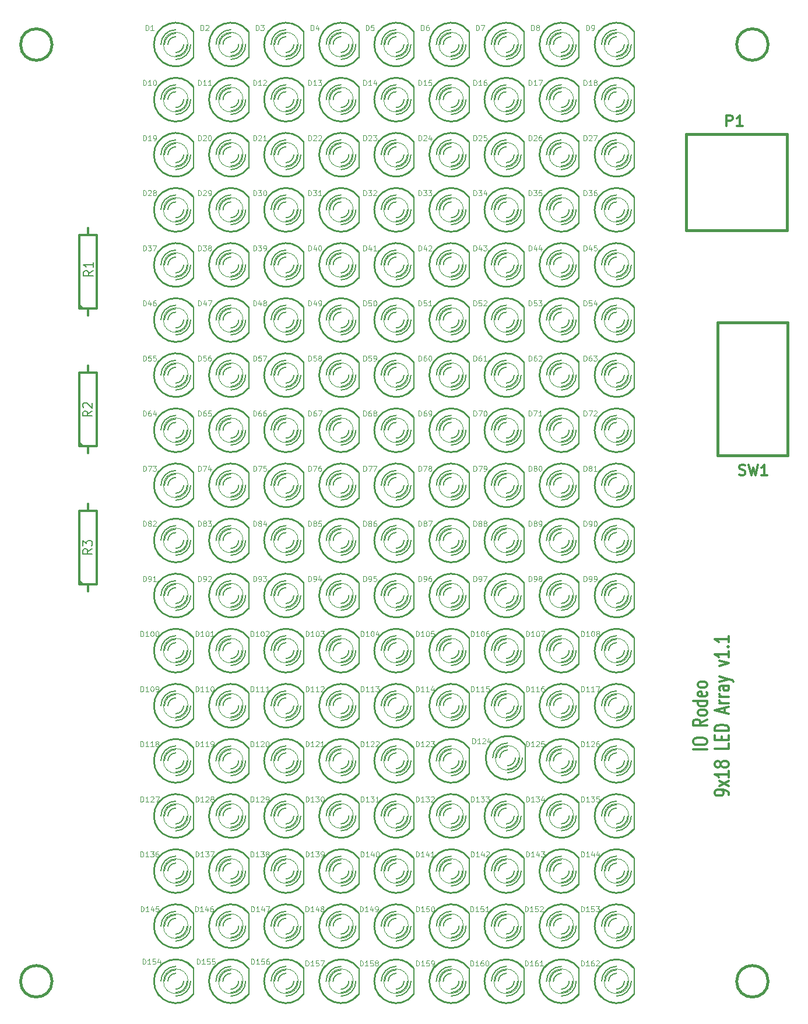
<source format=gto>
G04 (created by PCBNEW (2013-mar-13)-testing) date Mon 18 Nov 2013 04:04:29 PM PST*
%MOIN*%
G04 Gerber Fmt 3.4, Leading zero omitted, Abs format*
%FSLAX34Y34*%
G01*
G70*
G90*
G04 APERTURE LIST*
%ADD10C,0.005906*%
%ADD11C,0.012000*%
%ADD12C,0.015000*%
%ADD13C,0.008000*%
%ADD14C,0.003000*%
%ADD15C,0.010000*%
%ADD16C,0.006000*%
%ADD17C,0.003500*%
G04 APERTURE END LIST*
G54D10*
G54D11*
X64338Y-48164D02*
X63538Y-48164D01*
X63538Y-47764D02*
X63538Y-47649D01*
X63576Y-47592D01*
X63652Y-47535D01*
X63804Y-47507D01*
X64071Y-47507D01*
X64223Y-47535D01*
X64300Y-47592D01*
X64338Y-47649D01*
X64338Y-47764D01*
X64300Y-47821D01*
X64223Y-47878D01*
X64071Y-47907D01*
X63804Y-47907D01*
X63652Y-47878D01*
X63576Y-47821D01*
X63538Y-47764D01*
X64338Y-46450D02*
X63957Y-46650D01*
X64338Y-46792D02*
X63538Y-46792D01*
X63538Y-46564D01*
X63576Y-46507D01*
X63614Y-46478D01*
X63690Y-46450D01*
X63804Y-46450D01*
X63881Y-46478D01*
X63919Y-46507D01*
X63957Y-46564D01*
X63957Y-46792D01*
X64338Y-46107D02*
X64300Y-46164D01*
X64262Y-46192D01*
X64185Y-46221D01*
X63957Y-46221D01*
X63881Y-46192D01*
X63843Y-46164D01*
X63804Y-46107D01*
X63804Y-46021D01*
X63843Y-45964D01*
X63881Y-45935D01*
X63957Y-45907D01*
X64185Y-45907D01*
X64262Y-45935D01*
X64300Y-45964D01*
X64338Y-46021D01*
X64338Y-46107D01*
X64338Y-45392D02*
X63538Y-45392D01*
X64300Y-45392D02*
X64338Y-45450D01*
X64338Y-45564D01*
X64300Y-45621D01*
X64262Y-45650D01*
X64185Y-45678D01*
X63957Y-45678D01*
X63881Y-45650D01*
X63843Y-45621D01*
X63804Y-45564D01*
X63804Y-45450D01*
X63843Y-45392D01*
X64300Y-44878D02*
X64338Y-44935D01*
X64338Y-45050D01*
X64300Y-45107D01*
X64223Y-45135D01*
X63919Y-45135D01*
X63843Y-45107D01*
X63804Y-45050D01*
X63804Y-44935D01*
X63843Y-44878D01*
X63919Y-44850D01*
X63995Y-44850D01*
X64071Y-45135D01*
X64338Y-44507D02*
X64300Y-44564D01*
X64262Y-44592D01*
X64185Y-44621D01*
X63957Y-44621D01*
X63881Y-44592D01*
X63843Y-44564D01*
X63804Y-44507D01*
X63804Y-44421D01*
X63843Y-44364D01*
X63881Y-44335D01*
X63957Y-44307D01*
X64185Y-44307D01*
X64262Y-44335D01*
X64300Y-44364D01*
X64338Y-44421D01*
X64338Y-44507D01*
X65578Y-50750D02*
X65578Y-50635D01*
X65540Y-50578D01*
X65502Y-50550D01*
X65387Y-50492D01*
X65235Y-50464D01*
X64930Y-50464D01*
X64854Y-50492D01*
X64816Y-50521D01*
X64778Y-50578D01*
X64778Y-50692D01*
X64816Y-50750D01*
X64854Y-50778D01*
X64930Y-50807D01*
X65121Y-50807D01*
X65197Y-50778D01*
X65235Y-50750D01*
X65273Y-50692D01*
X65273Y-50578D01*
X65235Y-50521D01*
X65197Y-50492D01*
X65121Y-50464D01*
X65578Y-50264D02*
X65044Y-49950D01*
X65044Y-50264D02*
X65578Y-49950D01*
X65578Y-49407D02*
X65578Y-49750D01*
X65578Y-49578D02*
X64778Y-49578D01*
X64892Y-49635D01*
X64968Y-49692D01*
X65006Y-49750D01*
X65121Y-49064D02*
X65083Y-49121D01*
X65044Y-49150D01*
X64968Y-49178D01*
X64930Y-49178D01*
X64854Y-49150D01*
X64816Y-49121D01*
X64778Y-49064D01*
X64778Y-48950D01*
X64816Y-48892D01*
X64854Y-48864D01*
X64930Y-48835D01*
X64968Y-48835D01*
X65044Y-48864D01*
X65083Y-48892D01*
X65121Y-48950D01*
X65121Y-49064D01*
X65159Y-49121D01*
X65197Y-49150D01*
X65273Y-49178D01*
X65425Y-49178D01*
X65502Y-49150D01*
X65540Y-49121D01*
X65578Y-49064D01*
X65578Y-48950D01*
X65540Y-48892D01*
X65502Y-48864D01*
X65425Y-48835D01*
X65273Y-48835D01*
X65197Y-48864D01*
X65159Y-48892D01*
X65121Y-48950D01*
X65578Y-47835D02*
X65578Y-48121D01*
X64778Y-48121D01*
X65159Y-47635D02*
X65159Y-47435D01*
X65578Y-47350D02*
X65578Y-47635D01*
X64778Y-47635D01*
X64778Y-47350D01*
X65578Y-47092D02*
X64778Y-47092D01*
X64778Y-46950D01*
X64816Y-46864D01*
X64892Y-46807D01*
X64968Y-46778D01*
X65121Y-46750D01*
X65235Y-46750D01*
X65387Y-46778D01*
X65463Y-46807D01*
X65540Y-46864D01*
X65578Y-46950D01*
X65578Y-47092D01*
X65349Y-46064D02*
X65349Y-45778D01*
X65578Y-46121D02*
X64778Y-45921D01*
X65578Y-45721D01*
X65578Y-45521D02*
X65044Y-45521D01*
X65197Y-45521D02*
X65121Y-45492D01*
X65083Y-45464D01*
X65044Y-45407D01*
X65044Y-45350D01*
X65578Y-45150D02*
X65044Y-45150D01*
X65197Y-45150D02*
X65121Y-45121D01*
X65083Y-45092D01*
X65044Y-45035D01*
X65044Y-44978D01*
X65578Y-44521D02*
X65159Y-44521D01*
X65083Y-44549D01*
X65044Y-44607D01*
X65044Y-44721D01*
X65083Y-44778D01*
X65540Y-44521D02*
X65578Y-44578D01*
X65578Y-44721D01*
X65540Y-44778D01*
X65463Y-44807D01*
X65387Y-44807D01*
X65311Y-44778D01*
X65273Y-44721D01*
X65273Y-44578D01*
X65235Y-44521D01*
X65044Y-44292D02*
X65578Y-44150D01*
X65044Y-44007D02*
X65578Y-44150D01*
X65768Y-44207D01*
X65806Y-44235D01*
X65844Y-44292D01*
X65044Y-43378D02*
X65578Y-43235D01*
X65044Y-43092D01*
X65578Y-42549D02*
X65578Y-42892D01*
X65578Y-42721D02*
X64778Y-42721D01*
X64892Y-42778D01*
X64968Y-42835D01*
X65006Y-42892D01*
X65502Y-42292D02*
X65540Y-42264D01*
X65578Y-42292D01*
X65540Y-42321D01*
X65502Y-42292D01*
X65578Y-42292D01*
X65578Y-41692D02*
X65578Y-42035D01*
X65578Y-41864D02*
X64778Y-41864D01*
X64892Y-41921D01*
X64968Y-41978D01*
X65006Y-42035D01*
X28937Y-31240D02*
X28937Y-30840D01*
X28937Y-26240D02*
X28937Y-26640D01*
X28437Y-26640D02*
X29437Y-26640D01*
X29437Y-26640D02*
X29437Y-30840D01*
X29437Y-30840D02*
X28437Y-30840D01*
X28437Y-30840D02*
X28437Y-26640D01*
X28637Y-30840D02*
X28437Y-30640D01*
X28937Y-23366D02*
X28937Y-22966D01*
X28937Y-18366D02*
X28937Y-18766D01*
X28437Y-18766D02*
X29437Y-18766D01*
X29437Y-18766D02*
X29437Y-22966D01*
X29437Y-22966D02*
X28437Y-22966D01*
X28437Y-22966D02*
X28437Y-18766D01*
X28637Y-22966D02*
X28437Y-22766D01*
G54D12*
X26884Y-61417D02*
G75*
G03X26884Y-61417I-900J0D01*
G74*
G01*
X67829Y-7874D02*
G75*
G03X67829Y-7874I-900J0D01*
G74*
G01*
X67829Y-61417D02*
G75*
G03X67829Y-61417I-900J0D01*
G74*
G01*
X26884Y-7874D02*
G75*
G03X26884Y-7874I-900J0D01*
G74*
G01*
X64929Y-31359D02*
X64929Y-23759D01*
X64929Y-23759D02*
X68929Y-23759D01*
X68929Y-23759D02*
X68929Y-31359D01*
X68929Y-31359D02*
X64929Y-31359D01*
G54D13*
X34978Y-8624D02*
X34978Y-7124D01*
G54D14*
X34665Y-7874D02*
G75*
G03X34665Y-7874I-707J0D01*
G74*
G01*
G54D15*
X34957Y-7122D02*
G75*
G03X34958Y-8624I-999J-751D01*
G74*
G01*
G54D16*
X33958Y-7424D02*
G75*
G03X33508Y-7874I0J-450D01*
G74*
G01*
X33958Y-8324D02*
G75*
G03X34408Y-7874I0J450D01*
G74*
G01*
X33958Y-7224D02*
G75*
G03X33308Y-7874I0J-650D01*
G74*
G01*
X33958Y-8524D02*
G75*
G03X34608Y-7874I0J650D01*
G74*
G01*
X33958Y-7024D02*
G75*
G03X33108Y-7874I0J-850D01*
G74*
G01*
X33958Y-8724D02*
G75*
G03X34808Y-7874I0J850D01*
G74*
G01*
G54D13*
X44427Y-30671D02*
X44427Y-29171D01*
G54D14*
X44114Y-29921D02*
G75*
G03X44114Y-29921I-707J0D01*
G74*
G01*
G54D15*
X44406Y-29170D02*
G75*
G03X44407Y-30671I-999J-751D01*
G74*
G01*
G54D16*
X43407Y-29471D02*
G75*
G03X42957Y-29921I0J-450D01*
G74*
G01*
X43407Y-30371D02*
G75*
G03X43857Y-29921I0J450D01*
G74*
G01*
X43407Y-29271D02*
G75*
G03X42757Y-29921I0J-650D01*
G74*
G01*
X43407Y-30571D02*
G75*
G03X44057Y-29921I0J650D01*
G74*
G01*
X43407Y-29071D02*
G75*
G03X42557Y-29921I0J-850D01*
G74*
G01*
X43407Y-30771D02*
G75*
G03X44257Y-29921I0J850D01*
G74*
G01*
G54D13*
X47576Y-30671D02*
X47576Y-29171D01*
G54D14*
X47263Y-29921D02*
G75*
G03X47263Y-29921I-707J0D01*
G74*
G01*
G54D15*
X47555Y-29170D02*
G75*
G03X47556Y-30671I-999J-751D01*
G74*
G01*
G54D16*
X46556Y-29471D02*
G75*
G03X46106Y-29921I0J-450D01*
G74*
G01*
X46556Y-30371D02*
G75*
G03X47006Y-29921I0J450D01*
G74*
G01*
X46556Y-29271D02*
G75*
G03X45906Y-29921I0J-650D01*
G74*
G01*
X46556Y-30571D02*
G75*
G03X47206Y-29921I0J650D01*
G74*
G01*
X46556Y-29071D02*
G75*
G03X45706Y-29921I0J-850D01*
G74*
G01*
X46556Y-30771D02*
G75*
G03X47406Y-29921I0J850D01*
G74*
G01*
G54D13*
X50726Y-30671D02*
X50726Y-29171D01*
G54D14*
X50413Y-29921D02*
G75*
G03X50413Y-29921I-707J0D01*
G74*
G01*
G54D15*
X50705Y-29170D02*
G75*
G03X50706Y-30671I-999J-751D01*
G74*
G01*
G54D16*
X49706Y-29471D02*
G75*
G03X49256Y-29921I0J-450D01*
G74*
G01*
X49706Y-30371D02*
G75*
G03X50156Y-29921I0J450D01*
G74*
G01*
X49706Y-29271D02*
G75*
G03X49056Y-29921I0J-650D01*
G74*
G01*
X49706Y-30571D02*
G75*
G03X50356Y-29921I0J650D01*
G74*
G01*
X49706Y-29071D02*
G75*
G03X48856Y-29921I0J-850D01*
G74*
G01*
X49706Y-30771D02*
G75*
G03X50556Y-29921I0J850D01*
G74*
G01*
G54D13*
X53875Y-30671D02*
X53875Y-29171D01*
G54D14*
X53563Y-29921D02*
G75*
G03X53563Y-29921I-707J0D01*
G74*
G01*
G54D15*
X53855Y-29170D02*
G75*
G03X53855Y-30671I-999J-751D01*
G74*
G01*
G54D16*
X52855Y-29471D02*
G75*
G03X52405Y-29921I0J-450D01*
G74*
G01*
X52855Y-30371D02*
G75*
G03X53305Y-29921I0J450D01*
G74*
G01*
X52855Y-29271D02*
G75*
G03X52205Y-29921I0J-650D01*
G74*
G01*
X52855Y-30571D02*
G75*
G03X53505Y-29921I0J650D01*
G74*
G01*
X52855Y-29071D02*
G75*
G03X52005Y-29921I0J-850D01*
G74*
G01*
X52855Y-30771D02*
G75*
G03X53705Y-29921I0J850D01*
G74*
G01*
G54D13*
X57025Y-30671D02*
X57025Y-29171D01*
G54D14*
X56712Y-29921D02*
G75*
G03X56712Y-29921I-707J0D01*
G74*
G01*
G54D15*
X57004Y-29170D02*
G75*
G03X57005Y-30671I-999J-751D01*
G74*
G01*
G54D16*
X56005Y-29471D02*
G75*
G03X55555Y-29921I0J-450D01*
G74*
G01*
X56005Y-30371D02*
G75*
G03X56455Y-29921I0J450D01*
G74*
G01*
X56005Y-29271D02*
G75*
G03X55355Y-29921I0J-650D01*
G74*
G01*
X56005Y-30571D02*
G75*
G03X56655Y-29921I0J650D01*
G74*
G01*
X56005Y-29071D02*
G75*
G03X55155Y-29921I0J-850D01*
G74*
G01*
X56005Y-30771D02*
G75*
G03X56855Y-29921I0J850D01*
G74*
G01*
G54D13*
X60175Y-30671D02*
X60175Y-29171D01*
G54D14*
X59862Y-29921D02*
G75*
G03X59862Y-29921I-707J0D01*
G74*
G01*
G54D15*
X60154Y-29170D02*
G75*
G03X60155Y-30671I-999J-751D01*
G74*
G01*
G54D16*
X59155Y-29471D02*
G75*
G03X58705Y-29921I0J-450D01*
G74*
G01*
X59155Y-30371D02*
G75*
G03X59605Y-29921I0J450D01*
G74*
G01*
X59155Y-29271D02*
G75*
G03X58505Y-29921I0J-650D01*
G74*
G01*
X59155Y-30571D02*
G75*
G03X59805Y-29921I0J650D01*
G74*
G01*
X59155Y-29071D02*
G75*
G03X58305Y-29921I0J-850D01*
G74*
G01*
X59155Y-30771D02*
G75*
G03X60005Y-29921I0J850D01*
G74*
G01*
G54D13*
X38127Y-30671D02*
X38127Y-29171D01*
G54D14*
X37814Y-29921D02*
G75*
G03X37814Y-29921I-707J0D01*
G74*
G01*
G54D15*
X38107Y-29170D02*
G75*
G03X38107Y-30671I-999J-751D01*
G74*
G01*
G54D16*
X37107Y-29471D02*
G75*
G03X36657Y-29921I0J-450D01*
G74*
G01*
X37107Y-30371D02*
G75*
G03X37557Y-29921I0J450D01*
G74*
G01*
X37107Y-29271D02*
G75*
G03X36457Y-29921I0J-650D01*
G74*
G01*
X37107Y-30571D02*
G75*
G03X37757Y-29921I0J650D01*
G74*
G01*
X37107Y-29071D02*
G75*
G03X36257Y-29921I0J-850D01*
G74*
G01*
X37107Y-30771D02*
G75*
G03X37957Y-29921I0J850D01*
G74*
G01*
G54D13*
X41277Y-30671D02*
X41277Y-29171D01*
G54D14*
X40964Y-29921D02*
G75*
G03X40964Y-29921I-707J0D01*
G74*
G01*
G54D15*
X41256Y-29170D02*
G75*
G03X41257Y-30671I-999J-751D01*
G74*
G01*
G54D16*
X40257Y-29471D02*
G75*
G03X39807Y-29921I0J-450D01*
G74*
G01*
X40257Y-30371D02*
G75*
G03X40707Y-29921I0J450D01*
G74*
G01*
X40257Y-29271D02*
G75*
G03X39607Y-29921I0J-650D01*
G74*
G01*
X40257Y-30571D02*
G75*
G03X40907Y-29921I0J650D01*
G74*
G01*
X40257Y-29071D02*
G75*
G03X39407Y-29921I0J-850D01*
G74*
G01*
X40257Y-30771D02*
G75*
G03X41107Y-29921I0J850D01*
G74*
G01*
G54D13*
X41277Y-27521D02*
X41277Y-26021D01*
G54D14*
X40964Y-26771D02*
G75*
G03X40964Y-26771I-707J0D01*
G74*
G01*
G54D15*
X41256Y-26020D02*
G75*
G03X41257Y-27521I-999J-751D01*
G74*
G01*
G54D16*
X40257Y-26321D02*
G75*
G03X39807Y-26771I0J-450D01*
G74*
G01*
X40257Y-27221D02*
G75*
G03X40707Y-26771I0J450D01*
G74*
G01*
X40257Y-26121D02*
G75*
G03X39607Y-26771I0J-650D01*
G74*
G01*
X40257Y-27421D02*
G75*
G03X40907Y-26771I0J650D01*
G74*
G01*
X40257Y-25921D02*
G75*
G03X39407Y-26771I0J-850D01*
G74*
G01*
X40257Y-27621D02*
G75*
G03X41107Y-26771I0J850D01*
G74*
G01*
G54D13*
X44427Y-27521D02*
X44427Y-26021D01*
G54D14*
X44114Y-26771D02*
G75*
G03X44114Y-26771I-707J0D01*
G74*
G01*
G54D15*
X44406Y-26020D02*
G75*
G03X44407Y-27521I-999J-751D01*
G74*
G01*
G54D16*
X43407Y-26321D02*
G75*
G03X42957Y-26771I0J-450D01*
G74*
G01*
X43407Y-27221D02*
G75*
G03X43857Y-26771I0J450D01*
G74*
G01*
X43407Y-26121D02*
G75*
G03X42757Y-26771I0J-650D01*
G74*
G01*
X43407Y-27421D02*
G75*
G03X44057Y-26771I0J650D01*
G74*
G01*
X43407Y-25921D02*
G75*
G03X42557Y-26771I0J-850D01*
G74*
G01*
X43407Y-27621D02*
G75*
G03X44257Y-26771I0J850D01*
G74*
G01*
G54D13*
X47576Y-27521D02*
X47576Y-26021D01*
G54D14*
X47263Y-26771D02*
G75*
G03X47263Y-26771I-707J0D01*
G74*
G01*
G54D15*
X47555Y-26020D02*
G75*
G03X47556Y-27521I-999J-751D01*
G74*
G01*
G54D16*
X46556Y-26321D02*
G75*
G03X46106Y-26771I0J-450D01*
G74*
G01*
X46556Y-27221D02*
G75*
G03X47006Y-26771I0J450D01*
G74*
G01*
X46556Y-26121D02*
G75*
G03X45906Y-26771I0J-650D01*
G74*
G01*
X46556Y-27421D02*
G75*
G03X47206Y-26771I0J650D01*
G74*
G01*
X46556Y-25921D02*
G75*
G03X45706Y-26771I0J-850D01*
G74*
G01*
X46556Y-27621D02*
G75*
G03X47406Y-26771I0J850D01*
G74*
G01*
G54D13*
X50726Y-27521D02*
X50726Y-26021D01*
G54D14*
X50413Y-26771D02*
G75*
G03X50413Y-26771I-707J0D01*
G74*
G01*
G54D15*
X50705Y-26020D02*
G75*
G03X50706Y-27521I-999J-751D01*
G74*
G01*
G54D16*
X49706Y-26321D02*
G75*
G03X49256Y-26771I0J-450D01*
G74*
G01*
X49706Y-27221D02*
G75*
G03X50156Y-26771I0J450D01*
G74*
G01*
X49706Y-26121D02*
G75*
G03X49056Y-26771I0J-650D01*
G74*
G01*
X49706Y-27421D02*
G75*
G03X50356Y-26771I0J650D01*
G74*
G01*
X49706Y-25921D02*
G75*
G03X48856Y-26771I0J-850D01*
G74*
G01*
X49706Y-27621D02*
G75*
G03X50556Y-26771I0J850D01*
G74*
G01*
G54D13*
X53875Y-27521D02*
X53875Y-26021D01*
G54D14*
X53563Y-26771D02*
G75*
G03X53563Y-26771I-707J0D01*
G74*
G01*
G54D15*
X53855Y-26020D02*
G75*
G03X53855Y-27521I-999J-751D01*
G74*
G01*
G54D16*
X52855Y-26321D02*
G75*
G03X52405Y-26771I0J-450D01*
G74*
G01*
X52855Y-27221D02*
G75*
G03X53305Y-26771I0J450D01*
G74*
G01*
X52855Y-26121D02*
G75*
G03X52205Y-26771I0J-650D01*
G74*
G01*
X52855Y-27421D02*
G75*
G03X53505Y-26771I0J650D01*
G74*
G01*
X52855Y-25921D02*
G75*
G03X52005Y-26771I0J-850D01*
G74*
G01*
X52855Y-27621D02*
G75*
G03X53705Y-26771I0J850D01*
G74*
G01*
G54D13*
X57025Y-27521D02*
X57025Y-26021D01*
G54D14*
X56712Y-26771D02*
G75*
G03X56712Y-26771I-707J0D01*
G74*
G01*
G54D15*
X57004Y-26020D02*
G75*
G03X57005Y-27521I-999J-751D01*
G74*
G01*
G54D16*
X56005Y-26321D02*
G75*
G03X55555Y-26771I0J-450D01*
G74*
G01*
X56005Y-27221D02*
G75*
G03X56455Y-26771I0J450D01*
G74*
G01*
X56005Y-26121D02*
G75*
G03X55355Y-26771I0J-650D01*
G74*
G01*
X56005Y-27421D02*
G75*
G03X56655Y-26771I0J650D01*
G74*
G01*
X56005Y-25921D02*
G75*
G03X55155Y-26771I0J-850D01*
G74*
G01*
X56005Y-27621D02*
G75*
G03X56855Y-26771I0J850D01*
G74*
G01*
G54D13*
X60175Y-27521D02*
X60175Y-26021D01*
G54D14*
X59862Y-26771D02*
G75*
G03X59862Y-26771I-707J0D01*
G74*
G01*
G54D15*
X60154Y-26020D02*
G75*
G03X60155Y-27521I-999J-751D01*
G74*
G01*
G54D16*
X59155Y-26321D02*
G75*
G03X58705Y-26771I0J-450D01*
G74*
G01*
X59155Y-27221D02*
G75*
G03X59605Y-26771I0J450D01*
G74*
G01*
X59155Y-26121D02*
G75*
G03X58505Y-26771I0J-650D01*
G74*
G01*
X59155Y-27421D02*
G75*
G03X59805Y-26771I0J650D01*
G74*
G01*
X59155Y-25921D02*
G75*
G03X58305Y-26771I0J-850D01*
G74*
G01*
X59155Y-27621D02*
G75*
G03X60005Y-26771I0J850D01*
G74*
G01*
G54D13*
X38127Y-27521D02*
X38127Y-26021D01*
G54D14*
X37814Y-26771D02*
G75*
G03X37814Y-26771I-707J0D01*
G74*
G01*
G54D15*
X38107Y-26020D02*
G75*
G03X38107Y-27521I-999J-751D01*
G74*
G01*
G54D16*
X37107Y-26321D02*
G75*
G03X36657Y-26771I0J-450D01*
G74*
G01*
X37107Y-27221D02*
G75*
G03X37557Y-26771I0J450D01*
G74*
G01*
X37107Y-26121D02*
G75*
G03X36457Y-26771I0J-650D01*
G74*
G01*
X37107Y-27421D02*
G75*
G03X37757Y-26771I0J650D01*
G74*
G01*
X37107Y-25921D02*
G75*
G03X36257Y-26771I0J-850D01*
G74*
G01*
X37107Y-27621D02*
G75*
G03X37957Y-26771I0J850D01*
G74*
G01*
G54D13*
X41277Y-24372D02*
X41277Y-22872D01*
G54D14*
X40964Y-23622D02*
G75*
G03X40964Y-23622I-707J0D01*
G74*
G01*
G54D15*
X41256Y-22870D02*
G75*
G03X41257Y-24372I-999J-751D01*
G74*
G01*
G54D16*
X40257Y-23172D02*
G75*
G03X39807Y-23622I0J-450D01*
G74*
G01*
X40257Y-24072D02*
G75*
G03X40707Y-23622I0J450D01*
G74*
G01*
X40257Y-22972D02*
G75*
G03X39607Y-23622I0J-650D01*
G74*
G01*
X40257Y-24272D02*
G75*
G03X40907Y-23622I0J650D01*
G74*
G01*
X40257Y-22772D02*
G75*
G03X39407Y-23622I0J-850D01*
G74*
G01*
X40257Y-24472D02*
G75*
G03X41107Y-23622I0J850D01*
G74*
G01*
G54D13*
X44427Y-24372D02*
X44427Y-22872D01*
G54D14*
X44114Y-23622D02*
G75*
G03X44114Y-23622I-707J0D01*
G74*
G01*
G54D15*
X44406Y-22870D02*
G75*
G03X44407Y-24372I-999J-751D01*
G74*
G01*
G54D16*
X43407Y-23172D02*
G75*
G03X42957Y-23622I0J-450D01*
G74*
G01*
X43407Y-24072D02*
G75*
G03X43857Y-23622I0J450D01*
G74*
G01*
X43407Y-22972D02*
G75*
G03X42757Y-23622I0J-650D01*
G74*
G01*
X43407Y-24272D02*
G75*
G03X44057Y-23622I0J650D01*
G74*
G01*
X43407Y-22772D02*
G75*
G03X42557Y-23622I0J-850D01*
G74*
G01*
X43407Y-24472D02*
G75*
G03X44257Y-23622I0J850D01*
G74*
G01*
G54D13*
X47576Y-24372D02*
X47576Y-22872D01*
G54D14*
X47263Y-23622D02*
G75*
G03X47263Y-23622I-707J0D01*
G74*
G01*
G54D15*
X47555Y-22870D02*
G75*
G03X47556Y-24372I-999J-751D01*
G74*
G01*
G54D16*
X46556Y-23172D02*
G75*
G03X46106Y-23622I0J-450D01*
G74*
G01*
X46556Y-24072D02*
G75*
G03X47006Y-23622I0J450D01*
G74*
G01*
X46556Y-22972D02*
G75*
G03X45906Y-23622I0J-650D01*
G74*
G01*
X46556Y-24272D02*
G75*
G03X47206Y-23622I0J650D01*
G74*
G01*
X46556Y-22772D02*
G75*
G03X45706Y-23622I0J-850D01*
G74*
G01*
X46556Y-24472D02*
G75*
G03X47406Y-23622I0J850D01*
G74*
G01*
G54D13*
X50726Y-24372D02*
X50726Y-22872D01*
G54D14*
X50413Y-23622D02*
G75*
G03X50413Y-23622I-707J0D01*
G74*
G01*
G54D15*
X50705Y-22870D02*
G75*
G03X50706Y-24372I-999J-751D01*
G74*
G01*
G54D16*
X49706Y-23172D02*
G75*
G03X49256Y-23622I0J-450D01*
G74*
G01*
X49706Y-24072D02*
G75*
G03X50156Y-23622I0J450D01*
G74*
G01*
X49706Y-22972D02*
G75*
G03X49056Y-23622I0J-650D01*
G74*
G01*
X49706Y-24272D02*
G75*
G03X50356Y-23622I0J650D01*
G74*
G01*
X49706Y-22772D02*
G75*
G03X48856Y-23622I0J-850D01*
G74*
G01*
X49706Y-24472D02*
G75*
G03X50556Y-23622I0J850D01*
G74*
G01*
G54D13*
X53875Y-24372D02*
X53875Y-22872D01*
G54D14*
X53563Y-23622D02*
G75*
G03X53563Y-23622I-707J0D01*
G74*
G01*
G54D15*
X53855Y-22870D02*
G75*
G03X53855Y-24372I-999J-751D01*
G74*
G01*
G54D16*
X52855Y-23172D02*
G75*
G03X52405Y-23622I0J-450D01*
G74*
G01*
X52855Y-24072D02*
G75*
G03X53305Y-23622I0J450D01*
G74*
G01*
X52855Y-22972D02*
G75*
G03X52205Y-23622I0J-650D01*
G74*
G01*
X52855Y-24272D02*
G75*
G03X53505Y-23622I0J650D01*
G74*
G01*
X52855Y-22772D02*
G75*
G03X52005Y-23622I0J-850D01*
G74*
G01*
X52855Y-24472D02*
G75*
G03X53705Y-23622I0J850D01*
G74*
G01*
G54D13*
X57025Y-24372D02*
X57025Y-22872D01*
G54D14*
X56712Y-23622D02*
G75*
G03X56712Y-23622I-707J0D01*
G74*
G01*
G54D15*
X57004Y-22870D02*
G75*
G03X57005Y-24372I-999J-751D01*
G74*
G01*
G54D16*
X56005Y-23172D02*
G75*
G03X55555Y-23622I0J-450D01*
G74*
G01*
X56005Y-24072D02*
G75*
G03X56455Y-23622I0J450D01*
G74*
G01*
X56005Y-22972D02*
G75*
G03X55355Y-23622I0J-650D01*
G74*
G01*
X56005Y-24272D02*
G75*
G03X56655Y-23622I0J650D01*
G74*
G01*
X56005Y-22772D02*
G75*
G03X55155Y-23622I0J-850D01*
G74*
G01*
X56005Y-24472D02*
G75*
G03X56855Y-23622I0J850D01*
G74*
G01*
G54D13*
X60175Y-24372D02*
X60175Y-22872D01*
G54D14*
X59862Y-23622D02*
G75*
G03X59862Y-23622I-707J0D01*
G74*
G01*
G54D15*
X60154Y-22870D02*
G75*
G03X60155Y-24372I-999J-751D01*
G74*
G01*
G54D16*
X59155Y-23172D02*
G75*
G03X58705Y-23622I0J-450D01*
G74*
G01*
X59155Y-24072D02*
G75*
G03X59605Y-23622I0J450D01*
G74*
G01*
X59155Y-22972D02*
G75*
G03X58505Y-23622I0J-650D01*
G74*
G01*
X59155Y-24272D02*
G75*
G03X59805Y-23622I0J650D01*
G74*
G01*
X59155Y-22772D02*
G75*
G03X58305Y-23622I0J-850D01*
G74*
G01*
X59155Y-24472D02*
G75*
G03X60005Y-23622I0J850D01*
G74*
G01*
G54D13*
X38127Y-24372D02*
X38127Y-22872D01*
G54D14*
X37814Y-23622D02*
G75*
G03X37814Y-23622I-707J0D01*
G74*
G01*
G54D15*
X38107Y-22870D02*
G75*
G03X38107Y-24372I-999J-751D01*
G74*
G01*
G54D16*
X37107Y-23172D02*
G75*
G03X36657Y-23622I0J-450D01*
G74*
G01*
X37107Y-24072D02*
G75*
G03X37557Y-23622I0J450D01*
G74*
G01*
X37107Y-22972D02*
G75*
G03X36457Y-23622I0J-650D01*
G74*
G01*
X37107Y-24272D02*
G75*
G03X37757Y-23622I0J650D01*
G74*
G01*
X37107Y-22772D02*
G75*
G03X36257Y-23622I0J-850D01*
G74*
G01*
X37107Y-24472D02*
G75*
G03X37957Y-23622I0J850D01*
G74*
G01*
G54D13*
X38127Y-21222D02*
X38127Y-19722D01*
G54D14*
X37814Y-20472D02*
G75*
G03X37814Y-20472I-707J0D01*
G74*
G01*
G54D15*
X38107Y-19721D02*
G75*
G03X38107Y-21222I-999J-751D01*
G74*
G01*
G54D16*
X37107Y-20022D02*
G75*
G03X36657Y-20472I0J-450D01*
G74*
G01*
X37107Y-20922D02*
G75*
G03X37557Y-20472I0J450D01*
G74*
G01*
X37107Y-19822D02*
G75*
G03X36457Y-20472I0J-650D01*
G74*
G01*
X37107Y-21122D02*
G75*
G03X37757Y-20472I0J650D01*
G74*
G01*
X37107Y-19622D02*
G75*
G03X36257Y-20472I0J-850D01*
G74*
G01*
X37107Y-21322D02*
G75*
G03X37957Y-20472I0J850D01*
G74*
G01*
G54D13*
X41277Y-21222D02*
X41277Y-19722D01*
G54D14*
X40964Y-20472D02*
G75*
G03X40964Y-20472I-707J0D01*
G74*
G01*
G54D15*
X41256Y-19721D02*
G75*
G03X41257Y-21222I-999J-751D01*
G74*
G01*
G54D16*
X40257Y-20022D02*
G75*
G03X39807Y-20472I0J-450D01*
G74*
G01*
X40257Y-20922D02*
G75*
G03X40707Y-20472I0J450D01*
G74*
G01*
X40257Y-19822D02*
G75*
G03X39607Y-20472I0J-650D01*
G74*
G01*
X40257Y-21122D02*
G75*
G03X40907Y-20472I0J650D01*
G74*
G01*
X40257Y-19622D02*
G75*
G03X39407Y-20472I0J-850D01*
G74*
G01*
X40257Y-21322D02*
G75*
G03X41107Y-20472I0J850D01*
G74*
G01*
G54D13*
X47576Y-21222D02*
X47576Y-19722D01*
G54D14*
X47263Y-20472D02*
G75*
G03X47263Y-20472I-707J0D01*
G74*
G01*
G54D15*
X47555Y-19721D02*
G75*
G03X47556Y-21222I-999J-751D01*
G74*
G01*
G54D16*
X46556Y-20022D02*
G75*
G03X46106Y-20472I0J-450D01*
G74*
G01*
X46556Y-20922D02*
G75*
G03X47006Y-20472I0J450D01*
G74*
G01*
X46556Y-19822D02*
G75*
G03X45906Y-20472I0J-650D01*
G74*
G01*
X46556Y-21122D02*
G75*
G03X47206Y-20472I0J650D01*
G74*
G01*
X46556Y-19622D02*
G75*
G03X45706Y-20472I0J-850D01*
G74*
G01*
X46556Y-21322D02*
G75*
G03X47406Y-20472I0J850D01*
G74*
G01*
G54D13*
X44427Y-21222D02*
X44427Y-19722D01*
G54D14*
X44114Y-20472D02*
G75*
G03X44114Y-20472I-707J0D01*
G74*
G01*
G54D15*
X44406Y-19721D02*
G75*
G03X44407Y-21222I-999J-751D01*
G74*
G01*
G54D16*
X43407Y-20022D02*
G75*
G03X42957Y-20472I0J-450D01*
G74*
G01*
X43407Y-20922D02*
G75*
G03X43857Y-20472I0J450D01*
G74*
G01*
X43407Y-19822D02*
G75*
G03X42757Y-20472I0J-650D01*
G74*
G01*
X43407Y-21122D02*
G75*
G03X44057Y-20472I0J650D01*
G74*
G01*
X43407Y-19622D02*
G75*
G03X42557Y-20472I0J-850D01*
G74*
G01*
X43407Y-21322D02*
G75*
G03X44257Y-20472I0J850D01*
G74*
G01*
G54D13*
X50726Y-21222D02*
X50726Y-19722D01*
G54D14*
X50413Y-20472D02*
G75*
G03X50413Y-20472I-707J0D01*
G74*
G01*
G54D15*
X50705Y-19721D02*
G75*
G03X50706Y-21222I-999J-751D01*
G74*
G01*
G54D16*
X49706Y-20022D02*
G75*
G03X49256Y-20472I0J-450D01*
G74*
G01*
X49706Y-20922D02*
G75*
G03X50156Y-20472I0J450D01*
G74*
G01*
X49706Y-19822D02*
G75*
G03X49056Y-20472I0J-650D01*
G74*
G01*
X49706Y-21122D02*
G75*
G03X50356Y-20472I0J650D01*
G74*
G01*
X49706Y-19622D02*
G75*
G03X48856Y-20472I0J-850D01*
G74*
G01*
X49706Y-21322D02*
G75*
G03X50556Y-20472I0J850D01*
G74*
G01*
G54D13*
X53875Y-21222D02*
X53875Y-19722D01*
G54D14*
X53563Y-20472D02*
G75*
G03X53563Y-20472I-707J0D01*
G74*
G01*
G54D15*
X53855Y-19721D02*
G75*
G03X53855Y-21222I-999J-751D01*
G74*
G01*
G54D16*
X52855Y-20022D02*
G75*
G03X52405Y-20472I0J-450D01*
G74*
G01*
X52855Y-20922D02*
G75*
G03X53305Y-20472I0J450D01*
G74*
G01*
X52855Y-19822D02*
G75*
G03X52205Y-20472I0J-650D01*
G74*
G01*
X52855Y-21122D02*
G75*
G03X53505Y-20472I0J650D01*
G74*
G01*
X52855Y-19622D02*
G75*
G03X52005Y-20472I0J-850D01*
G74*
G01*
X52855Y-21322D02*
G75*
G03X53705Y-20472I0J850D01*
G74*
G01*
G54D13*
X57025Y-21222D02*
X57025Y-19722D01*
G54D14*
X56712Y-20472D02*
G75*
G03X56712Y-20472I-707J0D01*
G74*
G01*
G54D15*
X57004Y-19721D02*
G75*
G03X57005Y-21222I-999J-751D01*
G74*
G01*
G54D16*
X56005Y-20022D02*
G75*
G03X55555Y-20472I0J-450D01*
G74*
G01*
X56005Y-20922D02*
G75*
G03X56455Y-20472I0J450D01*
G74*
G01*
X56005Y-19822D02*
G75*
G03X55355Y-20472I0J-650D01*
G74*
G01*
X56005Y-21122D02*
G75*
G03X56655Y-20472I0J650D01*
G74*
G01*
X56005Y-19622D02*
G75*
G03X55155Y-20472I0J-850D01*
G74*
G01*
X56005Y-21322D02*
G75*
G03X56855Y-20472I0J850D01*
G74*
G01*
G54D13*
X60175Y-21222D02*
X60175Y-19722D01*
G54D14*
X59862Y-20472D02*
G75*
G03X59862Y-20472I-707J0D01*
G74*
G01*
G54D15*
X60154Y-19721D02*
G75*
G03X60155Y-21222I-999J-751D01*
G74*
G01*
G54D16*
X59155Y-20022D02*
G75*
G03X58705Y-20472I0J-450D01*
G74*
G01*
X59155Y-20922D02*
G75*
G03X59605Y-20472I0J450D01*
G74*
G01*
X59155Y-19822D02*
G75*
G03X58505Y-20472I0J-650D01*
G74*
G01*
X59155Y-21122D02*
G75*
G03X59805Y-20472I0J650D01*
G74*
G01*
X59155Y-19622D02*
G75*
G03X58305Y-20472I0J-850D01*
G74*
G01*
X59155Y-21322D02*
G75*
G03X60005Y-20472I0J850D01*
G74*
G01*
G54D13*
X34978Y-21222D02*
X34978Y-19722D01*
G54D14*
X34665Y-20472D02*
G75*
G03X34665Y-20472I-707J0D01*
G74*
G01*
G54D15*
X34957Y-19721D02*
G75*
G03X34958Y-21222I-999J-751D01*
G74*
G01*
G54D16*
X33958Y-20022D02*
G75*
G03X33508Y-20472I0J-450D01*
G74*
G01*
X33958Y-20922D02*
G75*
G03X34408Y-20472I0J450D01*
G74*
G01*
X33958Y-19822D02*
G75*
G03X33308Y-20472I0J-650D01*
G74*
G01*
X33958Y-21122D02*
G75*
G03X34608Y-20472I0J650D01*
G74*
G01*
X33958Y-19622D02*
G75*
G03X33108Y-20472I0J-850D01*
G74*
G01*
X33958Y-21322D02*
G75*
G03X34808Y-20472I0J850D01*
G74*
G01*
G54D13*
X34978Y-24372D02*
X34978Y-22872D01*
G54D14*
X34665Y-23622D02*
G75*
G03X34665Y-23622I-707J0D01*
G74*
G01*
G54D15*
X34957Y-22870D02*
G75*
G03X34958Y-24372I-999J-751D01*
G74*
G01*
G54D16*
X33958Y-23172D02*
G75*
G03X33508Y-23622I0J-450D01*
G74*
G01*
X33958Y-24072D02*
G75*
G03X34408Y-23622I0J450D01*
G74*
G01*
X33958Y-22972D02*
G75*
G03X33308Y-23622I0J-650D01*
G74*
G01*
X33958Y-24272D02*
G75*
G03X34608Y-23622I0J650D01*
G74*
G01*
X33958Y-22772D02*
G75*
G03X33108Y-23622I0J-850D01*
G74*
G01*
X33958Y-24472D02*
G75*
G03X34808Y-23622I0J850D01*
G74*
G01*
G54D13*
X34978Y-27521D02*
X34978Y-26021D01*
G54D14*
X34665Y-26771D02*
G75*
G03X34665Y-26771I-707J0D01*
G74*
G01*
G54D15*
X34957Y-26020D02*
G75*
G03X34958Y-27521I-999J-751D01*
G74*
G01*
G54D16*
X33958Y-26321D02*
G75*
G03X33508Y-26771I0J-450D01*
G74*
G01*
X33958Y-27221D02*
G75*
G03X34408Y-26771I0J450D01*
G74*
G01*
X33958Y-26121D02*
G75*
G03X33308Y-26771I0J-650D01*
G74*
G01*
X33958Y-27421D02*
G75*
G03X34608Y-26771I0J650D01*
G74*
G01*
X33958Y-25921D02*
G75*
G03X33108Y-26771I0J-850D01*
G74*
G01*
X33958Y-27621D02*
G75*
G03X34808Y-26771I0J850D01*
G74*
G01*
G54D13*
X34978Y-30671D02*
X34978Y-29171D01*
G54D14*
X34665Y-29921D02*
G75*
G03X34665Y-29921I-707J0D01*
G74*
G01*
G54D15*
X34957Y-29170D02*
G75*
G03X34958Y-30671I-999J-751D01*
G74*
G01*
G54D16*
X33958Y-29471D02*
G75*
G03X33508Y-29921I0J-450D01*
G74*
G01*
X33958Y-30371D02*
G75*
G03X34408Y-29921I0J450D01*
G74*
G01*
X33958Y-29271D02*
G75*
G03X33308Y-29921I0J-650D01*
G74*
G01*
X33958Y-30571D02*
G75*
G03X34608Y-29921I0J650D01*
G74*
G01*
X33958Y-29071D02*
G75*
G03X33108Y-29921I0J-850D01*
G74*
G01*
X33958Y-30771D02*
G75*
G03X34808Y-29921I0J850D01*
G74*
G01*
G54D13*
X60175Y-18072D02*
X60175Y-16572D01*
G54D14*
X59862Y-17322D02*
G75*
G03X59862Y-17322I-707J0D01*
G74*
G01*
G54D15*
X60154Y-16571D02*
G75*
G03X60155Y-18072I-999J-751D01*
G74*
G01*
G54D16*
X59155Y-16872D02*
G75*
G03X58705Y-17322I0J-450D01*
G74*
G01*
X59155Y-17772D02*
G75*
G03X59605Y-17322I0J450D01*
G74*
G01*
X59155Y-16672D02*
G75*
G03X58505Y-17322I0J-650D01*
G74*
G01*
X59155Y-17972D02*
G75*
G03X59805Y-17322I0J650D01*
G74*
G01*
X59155Y-16472D02*
G75*
G03X58305Y-17322I0J-850D01*
G74*
G01*
X59155Y-18172D02*
G75*
G03X60005Y-17322I0J850D01*
G74*
G01*
G54D13*
X38127Y-18072D02*
X38127Y-16572D01*
G54D14*
X37814Y-17322D02*
G75*
G03X37814Y-17322I-707J0D01*
G74*
G01*
G54D15*
X38107Y-16571D02*
G75*
G03X38107Y-18072I-999J-751D01*
G74*
G01*
G54D16*
X37107Y-16872D02*
G75*
G03X36657Y-17322I0J-450D01*
G74*
G01*
X37107Y-17772D02*
G75*
G03X37557Y-17322I0J450D01*
G74*
G01*
X37107Y-16672D02*
G75*
G03X36457Y-17322I0J-650D01*
G74*
G01*
X37107Y-17972D02*
G75*
G03X37757Y-17322I0J650D01*
G74*
G01*
X37107Y-16472D02*
G75*
G03X36257Y-17322I0J-850D01*
G74*
G01*
X37107Y-18172D02*
G75*
G03X37957Y-17322I0J850D01*
G74*
G01*
G54D13*
X41277Y-18072D02*
X41277Y-16572D01*
G54D14*
X40964Y-17322D02*
G75*
G03X40964Y-17322I-707J0D01*
G74*
G01*
G54D15*
X41256Y-16571D02*
G75*
G03X41257Y-18072I-999J-751D01*
G74*
G01*
G54D16*
X40257Y-16872D02*
G75*
G03X39807Y-17322I0J-450D01*
G74*
G01*
X40257Y-17772D02*
G75*
G03X40707Y-17322I0J450D01*
G74*
G01*
X40257Y-16672D02*
G75*
G03X39607Y-17322I0J-650D01*
G74*
G01*
X40257Y-17972D02*
G75*
G03X40907Y-17322I0J650D01*
G74*
G01*
X40257Y-16472D02*
G75*
G03X39407Y-17322I0J-850D01*
G74*
G01*
X40257Y-18172D02*
G75*
G03X41107Y-17322I0J850D01*
G74*
G01*
G54D13*
X44427Y-18072D02*
X44427Y-16572D01*
G54D14*
X44114Y-17322D02*
G75*
G03X44114Y-17322I-707J0D01*
G74*
G01*
G54D15*
X44406Y-16571D02*
G75*
G03X44407Y-18072I-999J-751D01*
G74*
G01*
G54D16*
X43407Y-16872D02*
G75*
G03X42957Y-17322I0J-450D01*
G74*
G01*
X43407Y-17772D02*
G75*
G03X43857Y-17322I0J450D01*
G74*
G01*
X43407Y-16672D02*
G75*
G03X42757Y-17322I0J-650D01*
G74*
G01*
X43407Y-17972D02*
G75*
G03X44057Y-17322I0J650D01*
G74*
G01*
X43407Y-16472D02*
G75*
G03X42557Y-17322I0J-850D01*
G74*
G01*
X43407Y-18172D02*
G75*
G03X44257Y-17322I0J850D01*
G74*
G01*
G54D13*
X47576Y-18072D02*
X47576Y-16572D01*
G54D14*
X47263Y-17322D02*
G75*
G03X47263Y-17322I-707J0D01*
G74*
G01*
G54D15*
X47555Y-16571D02*
G75*
G03X47556Y-18072I-999J-751D01*
G74*
G01*
G54D16*
X46556Y-16872D02*
G75*
G03X46106Y-17322I0J-450D01*
G74*
G01*
X46556Y-17772D02*
G75*
G03X47006Y-17322I0J450D01*
G74*
G01*
X46556Y-16672D02*
G75*
G03X45906Y-17322I0J-650D01*
G74*
G01*
X46556Y-17972D02*
G75*
G03X47206Y-17322I0J650D01*
G74*
G01*
X46556Y-16472D02*
G75*
G03X45706Y-17322I0J-850D01*
G74*
G01*
X46556Y-18172D02*
G75*
G03X47406Y-17322I0J850D01*
G74*
G01*
G54D13*
X50726Y-18072D02*
X50726Y-16572D01*
G54D14*
X50413Y-17322D02*
G75*
G03X50413Y-17322I-707J0D01*
G74*
G01*
G54D15*
X50705Y-16571D02*
G75*
G03X50706Y-18072I-999J-751D01*
G74*
G01*
G54D16*
X49706Y-16872D02*
G75*
G03X49256Y-17322I0J-450D01*
G74*
G01*
X49706Y-17772D02*
G75*
G03X50156Y-17322I0J450D01*
G74*
G01*
X49706Y-16672D02*
G75*
G03X49056Y-17322I0J-650D01*
G74*
G01*
X49706Y-17972D02*
G75*
G03X50356Y-17322I0J650D01*
G74*
G01*
X49706Y-16472D02*
G75*
G03X48856Y-17322I0J-850D01*
G74*
G01*
X49706Y-18172D02*
G75*
G03X50556Y-17322I0J850D01*
G74*
G01*
G54D13*
X53875Y-18072D02*
X53875Y-16572D01*
G54D14*
X53563Y-17322D02*
G75*
G03X53563Y-17322I-707J0D01*
G74*
G01*
G54D15*
X53855Y-16571D02*
G75*
G03X53855Y-18072I-999J-751D01*
G74*
G01*
G54D16*
X52855Y-16872D02*
G75*
G03X52405Y-17322I0J-450D01*
G74*
G01*
X52855Y-17772D02*
G75*
G03X53305Y-17322I0J450D01*
G74*
G01*
X52855Y-16672D02*
G75*
G03X52205Y-17322I0J-650D01*
G74*
G01*
X52855Y-17972D02*
G75*
G03X53505Y-17322I0J650D01*
G74*
G01*
X52855Y-16472D02*
G75*
G03X52005Y-17322I0J-850D01*
G74*
G01*
X52855Y-18172D02*
G75*
G03X53705Y-17322I0J850D01*
G74*
G01*
G54D13*
X57025Y-18072D02*
X57025Y-16572D01*
G54D14*
X56712Y-17322D02*
G75*
G03X56712Y-17322I-707J0D01*
G74*
G01*
G54D15*
X57004Y-16571D02*
G75*
G03X57005Y-18072I-999J-751D01*
G74*
G01*
G54D16*
X56005Y-16872D02*
G75*
G03X55555Y-17322I0J-450D01*
G74*
G01*
X56005Y-17772D02*
G75*
G03X56455Y-17322I0J450D01*
G74*
G01*
X56005Y-16672D02*
G75*
G03X55355Y-17322I0J-650D01*
G74*
G01*
X56005Y-17972D02*
G75*
G03X56655Y-17322I0J650D01*
G74*
G01*
X56005Y-16472D02*
G75*
G03X55155Y-17322I0J-850D01*
G74*
G01*
X56005Y-18172D02*
G75*
G03X56855Y-17322I0J850D01*
G74*
G01*
G54D13*
X34978Y-18072D02*
X34978Y-16572D01*
G54D14*
X34665Y-17322D02*
G75*
G03X34665Y-17322I-707J0D01*
G74*
G01*
G54D15*
X34957Y-16571D02*
G75*
G03X34958Y-18072I-999J-751D01*
G74*
G01*
G54D16*
X33958Y-16872D02*
G75*
G03X33508Y-17322I0J-450D01*
G74*
G01*
X33958Y-17772D02*
G75*
G03X34408Y-17322I0J450D01*
G74*
G01*
X33958Y-16672D02*
G75*
G03X33308Y-17322I0J-650D01*
G74*
G01*
X33958Y-17972D02*
G75*
G03X34608Y-17322I0J650D01*
G74*
G01*
X33958Y-16472D02*
G75*
G03X33108Y-17322I0J-850D01*
G74*
G01*
X33958Y-18172D02*
G75*
G03X34808Y-17322I0J850D01*
G74*
G01*
G54D13*
X57025Y-14923D02*
X57025Y-13423D01*
G54D14*
X56712Y-14173D02*
G75*
G03X56712Y-14173I-707J0D01*
G74*
G01*
G54D15*
X57004Y-13422D02*
G75*
G03X57005Y-14923I-999J-751D01*
G74*
G01*
G54D16*
X56005Y-13723D02*
G75*
G03X55555Y-14173I0J-450D01*
G74*
G01*
X56005Y-14623D02*
G75*
G03X56455Y-14173I0J450D01*
G74*
G01*
X56005Y-13523D02*
G75*
G03X55355Y-14173I0J-650D01*
G74*
G01*
X56005Y-14823D02*
G75*
G03X56655Y-14173I0J650D01*
G74*
G01*
X56005Y-13323D02*
G75*
G03X55155Y-14173I0J-850D01*
G74*
G01*
X56005Y-15023D02*
G75*
G03X56855Y-14173I0J850D01*
G74*
G01*
G54D13*
X60175Y-14923D02*
X60175Y-13423D01*
G54D14*
X59862Y-14173D02*
G75*
G03X59862Y-14173I-707J0D01*
G74*
G01*
G54D15*
X60154Y-13422D02*
G75*
G03X60155Y-14923I-999J-751D01*
G74*
G01*
G54D16*
X59155Y-13723D02*
G75*
G03X58705Y-14173I0J-450D01*
G74*
G01*
X59155Y-14623D02*
G75*
G03X59605Y-14173I0J450D01*
G74*
G01*
X59155Y-13523D02*
G75*
G03X58505Y-14173I0J-650D01*
G74*
G01*
X59155Y-14823D02*
G75*
G03X59805Y-14173I0J650D01*
G74*
G01*
X59155Y-13323D02*
G75*
G03X58305Y-14173I0J-850D01*
G74*
G01*
X59155Y-15023D02*
G75*
G03X60005Y-14173I0J850D01*
G74*
G01*
G54D13*
X38127Y-14923D02*
X38127Y-13423D01*
G54D14*
X37814Y-14173D02*
G75*
G03X37814Y-14173I-707J0D01*
G74*
G01*
G54D15*
X38107Y-13422D02*
G75*
G03X38107Y-14923I-999J-751D01*
G74*
G01*
G54D16*
X37107Y-13723D02*
G75*
G03X36657Y-14173I0J-450D01*
G74*
G01*
X37107Y-14623D02*
G75*
G03X37557Y-14173I0J450D01*
G74*
G01*
X37107Y-13523D02*
G75*
G03X36457Y-14173I0J-650D01*
G74*
G01*
X37107Y-14823D02*
G75*
G03X37757Y-14173I0J650D01*
G74*
G01*
X37107Y-13323D02*
G75*
G03X36257Y-14173I0J-850D01*
G74*
G01*
X37107Y-15023D02*
G75*
G03X37957Y-14173I0J850D01*
G74*
G01*
G54D13*
X41277Y-14923D02*
X41277Y-13423D01*
G54D14*
X40964Y-14173D02*
G75*
G03X40964Y-14173I-707J0D01*
G74*
G01*
G54D15*
X41256Y-13422D02*
G75*
G03X41257Y-14923I-999J-751D01*
G74*
G01*
G54D16*
X40257Y-13723D02*
G75*
G03X39807Y-14173I0J-450D01*
G74*
G01*
X40257Y-14623D02*
G75*
G03X40707Y-14173I0J450D01*
G74*
G01*
X40257Y-13523D02*
G75*
G03X39607Y-14173I0J-650D01*
G74*
G01*
X40257Y-14823D02*
G75*
G03X40907Y-14173I0J650D01*
G74*
G01*
X40257Y-13323D02*
G75*
G03X39407Y-14173I0J-850D01*
G74*
G01*
X40257Y-15023D02*
G75*
G03X41107Y-14173I0J850D01*
G74*
G01*
G54D13*
X44427Y-14923D02*
X44427Y-13423D01*
G54D14*
X44114Y-14173D02*
G75*
G03X44114Y-14173I-707J0D01*
G74*
G01*
G54D15*
X44406Y-13422D02*
G75*
G03X44407Y-14923I-999J-751D01*
G74*
G01*
G54D16*
X43407Y-13723D02*
G75*
G03X42957Y-14173I0J-450D01*
G74*
G01*
X43407Y-14623D02*
G75*
G03X43857Y-14173I0J450D01*
G74*
G01*
X43407Y-13523D02*
G75*
G03X42757Y-14173I0J-650D01*
G74*
G01*
X43407Y-14823D02*
G75*
G03X44057Y-14173I0J650D01*
G74*
G01*
X43407Y-13323D02*
G75*
G03X42557Y-14173I0J-850D01*
G74*
G01*
X43407Y-15023D02*
G75*
G03X44257Y-14173I0J850D01*
G74*
G01*
G54D13*
X47576Y-14923D02*
X47576Y-13423D01*
G54D14*
X47263Y-14173D02*
G75*
G03X47263Y-14173I-707J0D01*
G74*
G01*
G54D15*
X47555Y-13422D02*
G75*
G03X47556Y-14923I-999J-751D01*
G74*
G01*
G54D16*
X46556Y-13723D02*
G75*
G03X46106Y-14173I0J-450D01*
G74*
G01*
X46556Y-14623D02*
G75*
G03X47006Y-14173I0J450D01*
G74*
G01*
X46556Y-13523D02*
G75*
G03X45906Y-14173I0J-650D01*
G74*
G01*
X46556Y-14823D02*
G75*
G03X47206Y-14173I0J650D01*
G74*
G01*
X46556Y-13323D02*
G75*
G03X45706Y-14173I0J-850D01*
G74*
G01*
X46556Y-15023D02*
G75*
G03X47406Y-14173I0J850D01*
G74*
G01*
G54D13*
X50726Y-14923D02*
X50726Y-13423D01*
G54D14*
X50413Y-14173D02*
G75*
G03X50413Y-14173I-707J0D01*
G74*
G01*
G54D15*
X50705Y-13422D02*
G75*
G03X50706Y-14923I-999J-751D01*
G74*
G01*
G54D16*
X49706Y-13723D02*
G75*
G03X49256Y-14173I0J-450D01*
G74*
G01*
X49706Y-14623D02*
G75*
G03X50156Y-14173I0J450D01*
G74*
G01*
X49706Y-13523D02*
G75*
G03X49056Y-14173I0J-650D01*
G74*
G01*
X49706Y-14823D02*
G75*
G03X50356Y-14173I0J650D01*
G74*
G01*
X49706Y-13323D02*
G75*
G03X48856Y-14173I0J-850D01*
G74*
G01*
X49706Y-15023D02*
G75*
G03X50556Y-14173I0J850D01*
G74*
G01*
G54D13*
X53875Y-14923D02*
X53875Y-13423D01*
G54D14*
X53563Y-14173D02*
G75*
G03X53563Y-14173I-707J0D01*
G74*
G01*
G54D15*
X53855Y-13422D02*
G75*
G03X53855Y-14923I-999J-751D01*
G74*
G01*
G54D16*
X52855Y-13723D02*
G75*
G03X52405Y-14173I0J-450D01*
G74*
G01*
X52855Y-14623D02*
G75*
G03X53305Y-14173I0J450D01*
G74*
G01*
X52855Y-13523D02*
G75*
G03X52205Y-14173I0J-650D01*
G74*
G01*
X52855Y-14823D02*
G75*
G03X53505Y-14173I0J650D01*
G74*
G01*
X52855Y-13323D02*
G75*
G03X52005Y-14173I0J-850D01*
G74*
G01*
X52855Y-15023D02*
G75*
G03X53705Y-14173I0J850D01*
G74*
G01*
G54D13*
X60175Y-11773D02*
X60175Y-10273D01*
G54D14*
X59862Y-11023D02*
G75*
G03X59862Y-11023I-707J0D01*
G74*
G01*
G54D15*
X60154Y-10272D02*
G75*
G03X60155Y-11773I-999J-751D01*
G74*
G01*
G54D16*
X59155Y-10573D02*
G75*
G03X58705Y-11023I0J-450D01*
G74*
G01*
X59155Y-11473D02*
G75*
G03X59605Y-11023I0J450D01*
G74*
G01*
X59155Y-10373D02*
G75*
G03X58505Y-11023I0J-650D01*
G74*
G01*
X59155Y-11673D02*
G75*
G03X59805Y-11023I0J650D01*
G74*
G01*
X59155Y-10173D02*
G75*
G03X58305Y-11023I0J-850D01*
G74*
G01*
X59155Y-11873D02*
G75*
G03X60005Y-11023I0J850D01*
G74*
G01*
G54D13*
X57025Y-11773D02*
X57025Y-10273D01*
G54D14*
X56712Y-11023D02*
G75*
G03X56712Y-11023I-707J0D01*
G74*
G01*
G54D15*
X57004Y-10272D02*
G75*
G03X57005Y-11773I-999J-751D01*
G74*
G01*
G54D16*
X56005Y-10573D02*
G75*
G03X55555Y-11023I0J-450D01*
G74*
G01*
X56005Y-11473D02*
G75*
G03X56455Y-11023I0J450D01*
G74*
G01*
X56005Y-10373D02*
G75*
G03X55355Y-11023I0J-650D01*
G74*
G01*
X56005Y-11673D02*
G75*
G03X56655Y-11023I0J650D01*
G74*
G01*
X56005Y-10173D02*
G75*
G03X55155Y-11023I0J-850D01*
G74*
G01*
X56005Y-11873D02*
G75*
G03X56855Y-11023I0J850D01*
G74*
G01*
G54D13*
X53875Y-11773D02*
X53875Y-10273D01*
G54D14*
X53563Y-11023D02*
G75*
G03X53563Y-11023I-707J0D01*
G74*
G01*
G54D15*
X53855Y-10272D02*
G75*
G03X53855Y-11773I-999J-751D01*
G74*
G01*
G54D16*
X52855Y-10573D02*
G75*
G03X52405Y-11023I0J-450D01*
G74*
G01*
X52855Y-11473D02*
G75*
G03X53305Y-11023I0J450D01*
G74*
G01*
X52855Y-10373D02*
G75*
G03X52205Y-11023I0J-650D01*
G74*
G01*
X52855Y-11673D02*
G75*
G03X53505Y-11023I0J650D01*
G74*
G01*
X52855Y-10173D02*
G75*
G03X52005Y-11023I0J-850D01*
G74*
G01*
X52855Y-11873D02*
G75*
G03X53705Y-11023I0J850D01*
G74*
G01*
G54D13*
X50726Y-11773D02*
X50726Y-10273D01*
G54D14*
X50413Y-11023D02*
G75*
G03X50413Y-11023I-707J0D01*
G74*
G01*
G54D15*
X50705Y-10272D02*
G75*
G03X50706Y-11773I-999J-751D01*
G74*
G01*
G54D16*
X49706Y-10573D02*
G75*
G03X49256Y-11023I0J-450D01*
G74*
G01*
X49706Y-11473D02*
G75*
G03X50156Y-11023I0J450D01*
G74*
G01*
X49706Y-10373D02*
G75*
G03X49056Y-11023I0J-650D01*
G74*
G01*
X49706Y-11673D02*
G75*
G03X50356Y-11023I0J650D01*
G74*
G01*
X49706Y-10173D02*
G75*
G03X48856Y-11023I0J-850D01*
G74*
G01*
X49706Y-11873D02*
G75*
G03X50556Y-11023I0J850D01*
G74*
G01*
G54D13*
X47576Y-11773D02*
X47576Y-10273D01*
G54D14*
X47263Y-11023D02*
G75*
G03X47263Y-11023I-707J0D01*
G74*
G01*
G54D15*
X47555Y-10272D02*
G75*
G03X47556Y-11773I-999J-751D01*
G74*
G01*
G54D16*
X46556Y-10573D02*
G75*
G03X46106Y-11023I0J-450D01*
G74*
G01*
X46556Y-11473D02*
G75*
G03X47006Y-11023I0J450D01*
G74*
G01*
X46556Y-10373D02*
G75*
G03X45906Y-11023I0J-650D01*
G74*
G01*
X46556Y-11673D02*
G75*
G03X47206Y-11023I0J650D01*
G74*
G01*
X46556Y-10173D02*
G75*
G03X45706Y-11023I0J-850D01*
G74*
G01*
X46556Y-11873D02*
G75*
G03X47406Y-11023I0J850D01*
G74*
G01*
G54D13*
X44427Y-11773D02*
X44427Y-10273D01*
G54D14*
X44114Y-11023D02*
G75*
G03X44114Y-11023I-707J0D01*
G74*
G01*
G54D15*
X44406Y-10272D02*
G75*
G03X44407Y-11773I-999J-751D01*
G74*
G01*
G54D16*
X43407Y-10573D02*
G75*
G03X42957Y-11023I0J-450D01*
G74*
G01*
X43407Y-11473D02*
G75*
G03X43857Y-11023I0J450D01*
G74*
G01*
X43407Y-10373D02*
G75*
G03X42757Y-11023I0J-650D01*
G74*
G01*
X43407Y-11673D02*
G75*
G03X44057Y-11023I0J650D01*
G74*
G01*
X43407Y-10173D02*
G75*
G03X42557Y-11023I0J-850D01*
G74*
G01*
X43407Y-11873D02*
G75*
G03X44257Y-11023I0J850D01*
G74*
G01*
G54D13*
X41277Y-11773D02*
X41277Y-10273D01*
G54D14*
X40964Y-11023D02*
G75*
G03X40964Y-11023I-707J0D01*
G74*
G01*
G54D15*
X41256Y-10272D02*
G75*
G03X41257Y-11773I-999J-751D01*
G74*
G01*
G54D16*
X40257Y-10573D02*
G75*
G03X39807Y-11023I0J-450D01*
G74*
G01*
X40257Y-11473D02*
G75*
G03X40707Y-11023I0J450D01*
G74*
G01*
X40257Y-10373D02*
G75*
G03X39607Y-11023I0J-650D01*
G74*
G01*
X40257Y-11673D02*
G75*
G03X40907Y-11023I0J650D01*
G74*
G01*
X40257Y-10173D02*
G75*
G03X39407Y-11023I0J-850D01*
G74*
G01*
X40257Y-11873D02*
G75*
G03X41107Y-11023I0J850D01*
G74*
G01*
G54D13*
X38127Y-11773D02*
X38127Y-10273D01*
G54D14*
X37814Y-11023D02*
G75*
G03X37814Y-11023I-707J0D01*
G74*
G01*
G54D15*
X38107Y-10272D02*
G75*
G03X38107Y-11773I-999J-751D01*
G74*
G01*
G54D16*
X37107Y-10573D02*
G75*
G03X36657Y-11023I0J-450D01*
G74*
G01*
X37107Y-11473D02*
G75*
G03X37557Y-11023I0J450D01*
G74*
G01*
X37107Y-10373D02*
G75*
G03X36457Y-11023I0J-650D01*
G74*
G01*
X37107Y-11673D02*
G75*
G03X37757Y-11023I0J650D01*
G74*
G01*
X37107Y-10173D02*
G75*
G03X36257Y-11023I0J-850D01*
G74*
G01*
X37107Y-11873D02*
G75*
G03X37957Y-11023I0J850D01*
G74*
G01*
G54D13*
X34978Y-11773D02*
X34978Y-10273D01*
G54D14*
X34665Y-11023D02*
G75*
G03X34665Y-11023I-707J0D01*
G74*
G01*
G54D15*
X34957Y-10272D02*
G75*
G03X34958Y-11773I-999J-751D01*
G74*
G01*
G54D16*
X33958Y-10573D02*
G75*
G03X33508Y-11023I0J-450D01*
G74*
G01*
X33958Y-11473D02*
G75*
G03X34408Y-11023I0J450D01*
G74*
G01*
X33958Y-10373D02*
G75*
G03X33308Y-11023I0J-650D01*
G74*
G01*
X33958Y-11673D02*
G75*
G03X34608Y-11023I0J650D01*
G74*
G01*
X33958Y-10173D02*
G75*
G03X33108Y-11023I0J-850D01*
G74*
G01*
X33958Y-11873D02*
G75*
G03X34808Y-11023I0J850D01*
G74*
G01*
G54D13*
X60175Y-8624D02*
X60175Y-7124D01*
G54D14*
X59862Y-7874D02*
G75*
G03X59862Y-7874I-707J0D01*
G74*
G01*
G54D15*
X60154Y-7122D02*
G75*
G03X60155Y-8624I-999J-751D01*
G74*
G01*
G54D16*
X59155Y-7424D02*
G75*
G03X58705Y-7874I0J-450D01*
G74*
G01*
X59155Y-8324D02*
G75*
G03X59605Y-7874I0J450D01*
G74*
G01*
X59155Y-7224D02*
G75*
G03X58505Y-7874I0J-650D01*
G74*
G01*
X59155Y-8524D02*
G75*
G03X59805Y-7874I0J650D01*
G74*
G01*
X59155Y-7024D02*
G75*
G03X58305Y-7874I0J-850D01*
G74*
G01*
X59155Y-8724D02*
G75*
G03X60005Y-7874I0J850D01*
G74*
G01*
G54D13*
X57025Y-8624D02*
X57025Y-7124D01*
G54D14*
X56712Y-7874D02*
G75*
G03X56712Y-7874I-707J0D01*
G74*
G01*
G54D15*
X57004Y-7122D02*
G75*
G03X57005Y-8624I-999J-751D01*
G74*
G01*
G54D16*
X56005Y-7424D02*
G75*
G03X55555Y-7874I0J-450D01*
G74*
G01*
X56005Y-8324D02*
G75*
G03X56455Y-7874I0J450D01*
G74*
G01*
X56005Y-7224D02*
G75*
G03X55355Y-7874I0J-650D01*
G74*
G01*
X56005Y-8524D02*
G75*
G03X56655Y-7874I0J650D01*
G74*
G01*
X56005Y-7024D02*
G75*
G03X55155Y-7874I0J-850D01*
G74*
G01*
X56005Y-8724D02*
G75*
G03X56855Y-7874I0J850D01*
G74*
G01*
G54D13*
X53875Y-8624D02*
X53875Y-7124D01*
G54D14*
X53563Y-7874D02*
G75*
G03X53563Y-7874I-707J0D01*
G74*
G01*
G54D15*
X53855Y-7122D02*
G75*
G03X53855Y-8624I-999J-751D01*
G74*
G01*
G54D16*
X52855Y-7424D02*
G75*
G03X52405Y-7874I0J-450D01*
G74*
G01*
X52855Y-8324D02*
G75*
G03X53305Y-7874I0J450D01*
G74*
G01*
X52855Y-7224D02*
G75*
G03X52205Y-7874I0J-650D01*
G74*
G01*
X52855Y-8524D02*
G75*
G03X53505Y-7874I0J650D01*
G74*
G01*
X52855Y-7024D02*
G75*
G03X52005Y-7874I0J-850D01*
G74*
G01*
X52855Y-8724D02*
G75*
G03X53705Y-7874I0J850D01*
G74*
G01*
G54D13*
X50726Y-8624D02*
X50726Y-7124D01*
G54D14*
X50413Y-7874D02*
G75*
G03X50413Y-7874I-707J0D01*
G74*
G01*
G54D15*
X50705Y-7122D02*
G75*
G03X50706Y-8624I-999J-751D01*
G74*
G01*
G54D16*
X49706Y-7424D02*
G75*
G03X49256Y-7874I0J-450D01*
G74*
G01*
X49706Y-8324D02*
G75*
G03X50156Y-7874I0J450D01*
G74*
G01*
X49706Y-7224D02*
G75*
G03X49056Y-7874I0J-650D01*
G74*
G01*
X49706Y-8524D02*
G75*
G03X50356Y-7874I0J650D01*
G74*
G01*
X49706Y-7024D02*
G75*
G03X48856Y-7874I0J-850D01*
G74*
G01*
X49706Y-8724D02*
G75*
G03X50556Y-7874I0J850D01*
G74*
G01*
G54D13*
X47576Y-8624D02*
X47576Y-7124D01*
G54D14*
X47263Y-7874D02*
G75*
G03X47263Y-7874I-707J0D01*
G74*
G01*
G54D15*
X47555Y-7122D02*
G75*
G03X47556Y-8624I-999J-751D01*
G74*
G01*
G54D16*
X46556Y-7424D02*
G75*
G03X46106Y-7874I0J-450D01*
G74*
G01*
X46556Y-8324D02*
G75*
G03X47006Y-7874I0J450D01*
G74*
G01*
X46556Y-7224D02*
G75*
G03X45906Y-7874I0J-650D01*
G74*
G01*
X46556Y-8524D02*
G75*
G03X47206Y-7874I0J650D01*
G74*
G01*
X46556Y-7024D02*
G75*
G03X45706Y-7874I0J-850D01*
G74*
G01*
X46556Y-8724D02*
G75*
G03X47406Y-7874I0J850D01*
G74*
G01*
G54D13*
X44427Y-8624D02*
X44427Y-7124D01*
G54D14*
X44114Y-7874D02*
G75*
G03X44114Y-7874I-707J0D01*
G74*
G01*
G54D15*
X44406Y-7122D02*
G75*
G03X44407Y-8624I-999J-751D01*
G74*
G01*
G54D16*
X43407Y-7424D02*
G75*
G03X42957Y-7874I0J-450D01*
G74*
G01*
X43407Y-8324D02*
G75*
G03X43857Y-7874I0J450D01*
G74*
G01*
X43407Y-7224D02*
G75*
G03X42757Y-7874I0J-650D01*
G74*
G01*
X43407Y-8524D02*
G75*
G03X44057Y-7874I0J650D01*
G74*
G01*
X43407Y-7024D02*
G75*
G03X42557Y-7874I0J-850D01*
G74*
G01*
X43407Y-8724D02*
G75*
G03X44257Y-7874I0J850D01*
G74*
G01*
G54D13*
X41277Y-8624D02*
X41277Y-7124D01*
G54D14*
X40964Y-7874D02*
G75*
G03X40964Y-7874I-707J0D01*
G74*
G01*
G54D15*
X41256Y-7122D02*
G75*
G03X41257Y-8624I-999J-751D01*
G74*
G01*
G54D16*
X40257Y-7424D02*
G75*
G03X39807Y-7874I0J-450D01*
G74*
G01*
X40257Y-8324D02*
G75*
G03X40707Y-7874I0J450D01*
G74*
G01*
X40257Y-7224D02*
G75*
G03X39607Y-7874I0J-650D01*
G74*
G01*
X40257Y-8524D02*
G75*
G03X40907Y-7874I0J650D01*
G74*
G01*
X40257Y-7024D02*
G75*
G03X39407Y-7874I0J-850D01*
G74*
G01*
X40257Y-8724D02*
G75*
G03X41107Y-7874I0J850D01*
G74*
G01*
G54D13*
X38127Y-8624D02*
X38127Y-7124D01*
G54D14*
X37814Y-7874D02*
G75*
G03X37814Y-7874I-707J0D01*
G74*
G01*
G54D15*
X38107Y-7122D02*
G75*
G03X38107Y-8624I-999J-751D01*
G74*
G01*
G54D16*
X37107Y-7424D02*
G75*
G03X36657Y-7874I0J-450D01*
G74*
G01*
X37107Y-8324D02*
G75*
G03X37557Y-7874I0J450D01*
G74*
G01*
X37107Y-7224D02*
G75*
G03X36457Y-7874I0J-650D01*
G74*
G01*
X37107Y-8524D02*
G75*
G03X37757Y-7874I0J650D01*
G74*
G01*
X37107Y-7024D02*
G75*
G03X36257Y-7874I0J-850D01*
G74*
G01*
X37107Y-8724D02*
G75*
G03X37957Y-7874I0J850D01*
G74*
G01*
G54D13*
X34978Y-14923D02*
X34978Y-13423D01*
G54D14*
X34665Y-14173D02*
G75*
G03X34665Y-14173I-707J0D01*
G74*
G01*
G54D15*
X34957Y-13422D02*
G75*
G03X34958Y-14923I-999J-751D01*
G74*
G01*
G54D16*
X33958Y-13723D02*
G75*
G03X33508Y-14173I0J-450D01*
G74*
G01*
X33958Y-14623D02*
G75*
G03X34408Y-14173I0J450D01*
G74*
G01*
X33958Y-13523D02*
G75*
G03X33308Y-14173I0J-650D01*
G74*
G01*
X33958Y-14823D02*
G75*
G03X34608Y-14173I0J650D01*
G74*
G01*
X33958Y-13323D02*
G75*
G03X33108Y-14173I0J-850D01*
G74*
G01*
X33958Y-15023D02*
G75*
G03X34808Y-14173I0J850D01*
G74*
G01*
G54D13*
X34978Y-33820D02*
X34978Y-32320D01*
G54D14*
X34665Y-33070D02*
G75*
G03X34665Y-33070I-707J0D01*
G74*
G01*
G54D15*
X34957Y-32319D02*
G75*
G03X34958Y-33820I-999J-751D01*
G74*
G01*
G54D16*
X33958Y-32620D02*
G75*
G03X33508Y-33070I0J-449D01*
G74*
G01*
X33958Y-33520D02*
G75*
G03X34408Y-33070I0J450D01*
G74*
G01*
X33958Y-32420D02*
G75*
G03X33308Y-33070I0J-649D01*
G74*
G01*
X33958Y-33720D02*
G75*
G03X34608Y-33070I0J650D01*
G74*
G01*
X33958Y-32220D02*
G75*
G03X33108Y-33070I0J-849D01*
G74*
G01*
X33958Y-33920D02*
G75*
G03X34808Y-33070I0J850D01*
G74*
G01*
G54D13*
X38127Y-33820D02*
X38127Y-32320D01*
G54D14*
X37814Y-33070D02*
G75*
G03X37814Y-33070I-707J0D01*
G74*
G01*
G54D15*
X38107Y-32319D02*
G75*
G03X38107Y-33820I-999J-751D01*
G74*
G01*
G54D16*
X37107Y-32620D02*
G75*
G03X36657Y-33070I0J-449D01*
G74*
G01*
X37107Y-33520D02*
G75*
G03X37557Y-33070I0J450D01*
G74*
G01*
X37107Y-32420D02*
G75*
G03X36457Y-33070I0J-649D01*
G74*
G01*
X37107Y-33720D02*
G75*
G03X37757Y-33070I0J650D01*
G74*
G01*
X37107Y-32220D02*
G75*
G03X36257Y-33070I0J-849D01*
G74*
G01*
X37107Y-33920D02*
G75*
G03X37957Y-33070I0J850D01*
G74*
G01*
G54D13*
X41277Y-33820D02*
X41277Y-32320D01*
G54D14*
X40964Y-33070D02*
G75*
G03X40964Y-33070I-707J0D01*
G74*
G01*
G54D15*
X41256Y-32319D02*
G75*
G03X41257Y-33820I-999J-751D01*
G74*
G01*
G54D16*
X40257Y-32620D02*
G75*
G03X39807Y-33070I0J-449D01*
G74*
G01*
X40257Y-33520D02*
G75*
G03X40707Y-33070I0J450D01*
G74*
G01*
X40257Y-32420D02*
G75*
G03X39607Y-33070I0J-649D01*
G74*
G01*
X40257Y-33720D02*
G75*
G03X40907Y-33070I0J650D01*
G74*
G01*
X40257Y-32220D02*
G75*
G03X39407Y-33070I0J-849D01*
G74*
G01*
X40257Y-33920D02*
G75*
G03X41107Y-33070I0J850D01*
G74*
G01*
G54D13*
X44427Y-33820D02*
X44427Y-32320D01*
G54D14*
X44114Y-33070D02*
G75*
G03X44114Y-33070I-707J0D01*
G74*
G01*
G54D15*
X44406Y-32319D02*
G75*
G03X44407Y-33820I-999J-751D01*
G74*
G01*
G54D16*
X43407Y-32620D02*
G75*
G03X42957Y-33070I0J-449D01*
G74*
G01*
X43407Y-33520D02*
G75*
G03X43857Y-33070I0J450D01*
G74*
G01*
X43407Y-32420D02*
G75*
G03X42757Y-33070I0J-649D01*
G74*
G01*
X43407Y-33720D02*
G75*
G03X44057Y-33070I0J650D01*
G74*
G01*
X43407Y-32220D02*
G75*
G03X42557Y-33070I0J-849D01*
G74*
G01*
X43407Y-33920D02*
G75*
G03X44257Y-33070I0J850D01*
G74*
G01*
G54D13*
X47576Y-33820D02*
X47576Y-32320D01*
G54D14*
X47263Y-33070D02*
G75*
G03X47263Y-33070I-707J0D01*
G74*
G01*
G54D15*
X47555Y-32319D02*
G75*
G03X47556Y-33820I-999J-751D01*
G74*
G01*
G54D16*
X46556Y-32620D02*
G75*
G03X46106Y-33070I0J-449D01*
G74*
G01*
X46556Y-33520D02*
G75*
G03X47006Y-33070I0J450D01*
G74*
G01*
X46556Y-32420D02*
G75*
G03X45906Y-33070I0J-649D01*
G74*
G01*
X46556Y-33720D02*
G75*
G03X47206Y-33070I0J650D01*
G74*
G01*
X46556Y-32220D02*
G75*
G03X45706Y-33070I0J-849D01*
G74*
G01*
X46556Y-33920D02*
G75*
G03X47406Y-33070I0J850D01*
G74*
G01*
G54D13*
X50726Y-33820D02*
X50726Y-32320D01*
G54D14*
X50413Y-33070D02*
G75*
G03X50413Y-33070I-707J0D01*
G74*
G01*
G54D15*
X50705Y-32319D02*
G75*
G03X50706Y-33820I-999J-751D01*
G74*
G01*
G54D16*
X49706Y-32620D02*
G75*
G03X49256Y-33070I0J-449D01*
G74*
G01*
X49706Y-33520D02*
G75*
G03X50156Y-33070I0J450D01*
G74*
G01*
X49706Y-32420D02*
G75*
G03X49056Y-33070I0J-649D01*
G74*
G01*
X49706Y-33720D02*
G75*
G03X50356Y-33070I0J650D01*
G74*
G01*
X49706Y-32220D02*
G75*
G03X48856Y-33070I0J-849D01*
G74*
G01*
X49706Y-33920D02*
G75*
G03X50556Y-33070I0J850D01*
G74*
G01*
G54D13*
X53875Y-33820D02*
X53875Y-32320D01*
G54D14*
X53563Y-33070D02*
G75*
G03X53563Y-33070I-707J0D01*
G74*
G01*
G54D15*
X53855Y-32319D02*
G75*
G03X53855Y-33820I-999J-751D01*
G74*
G01*
G54D16*
X52855Y-32620D02*
G75*
G03X52405Y-33070I0J-449D01*
G74*
G01*
X52855Y-33520D02*
G75*
G03X53305Y-33070I0J450D01*
G74*
G01*
X52855Y-32420D02*
G75*
G03X52205Y-33070I0J-649D01*
G74*
G01*
X52855Y-33720D02*
G75*
G03X53505Y-33070I0J650D01*
G74*
G01*
X52855Y-32220D02*
G75*
G03X52005Y-33070I0J-849D01*
G74*
G01*
X52855Y-33920D02*
G75*
G03X53705Y-33070I0J850D01*
G74*
G01*
G54D13*
X57025Y-33820D02*
X57025Y-32320D01*
G54D14*
X56712Y-33070D02*
G75*
G03X56712Y-33070I-707J0D01*
G74*
G01*
G54D15*
X57004Y-32319D02*
G75*
G03X57005Y-33820I-999J-751D01*
G74*
G01*
G54D16*
X56005Y-32620D02*
G75*
G03X55555Y-33070I0J-449D01*
G74*
G01*
X56005Y-33520D02*
G75*
G03X56455Y-33070I0J450D01*
G74*
G01*
X56005Y-32420D02*
G75*
G03X55355Y-33070I0J-649D01*
G74*
G01*
X56005Y-33720D02*
G75*
G03X56655Y-33070I0J650D01*
G74*
G01*
X56005Y-32220D02*
G75*
G03X55155Y-33070I0J-849D01*
G74*
G01*
X56005Y-33920D02*
G75*
G03X56855Y-33070I0J850D01*
G74*
G01*
G54D13*
X60175Y-33820D02*
X60175Y-32320D01*
G54D14*
X59862Y-33070D02*
G75*
G03X59862Y-33070I-707J0D01*
G74*
G01*
G54D15*
X60154Y-32319D02*
G75*
G03X60155Y-33820I-999J-751D01*
G74*
G01*
G54D16*
X59155Y-32620D02*
G75*
G03X58705Y-33070I0J-449D01*
G74*
G01*
X59155Y-33520D02*
G75*
G03X59605Y-33070I0J450D01*
G74*
G01*
X59155Y-32420D02*
G75*
G03X58505Y-33070I0J-649D01*
G74*
G01*
X59155Y-33720D02*
G75*
G03X59805Y-33070I0J650D01*
G74*
G01*
X59155Y-32220D02*
G75*
G03X58305Y-33070I0J-849D01*
G74*
G01*
X59155Y-33920D02*
G75*
G03X60005Y-33070I0J850D01*
G74*
G01*
G54D13*
X34978Y-36970D02*
X34978Y-35470D01*
G54D14*
X34665Y-36220D02*
G75*
G03X34665Y-36220I-707J0D01*
G74*
G01*
G54D15*
X34957Y-35469D02*
G75*
G03X34958Y-36970I-999J-751D01*
G74*
G01*
G54D16*
X33958Y-35770D02*
G75*
G03X33508Y-36220I0J-450D01*
G74*
G01*
X33958Y-36670D02*
G75*
G03X34408Y-36220I0J450D01*
G74*
G01*
X33958Y-35570D02*
G75*
G03X33308Y-36220I0J-650D01*
G74*
G01*
X33958Y-36870D02*
G75*
G03X34608Y-36220I0J650D01*
G74*
G01*
X33958Y-35370D02*
G75*
G03X33108Y-36220I0J-850D01*
G74*
G01*
X33958Y-37070D02*
G75*
G03X34808Y-36220I0J850D01*
G74*
G01*
G54D13*
X38127Y-36970D02*
X38127Y-35470D01*
G54D14*
X37814Y-36220D02*
G75*
G03X37814Y-36220I-707J0D01*
G74*
G01*
G54D15*
X38107Y-35469D02*
G75*
G03X38107Y-36970I-999J-751D01*
G74*
G01*
G54D16*
X37107Y-35770D02*
G75*
G03X36657Y-36220I0J-450D01*
G74*
G01*
X37107Y-36670D02*
G75*
G03X37557Y-36220I0J450D01*
G74*
G01*
X37107Y-35570D02*
G75*
G03X36457Y-36220I0J-650D01*
G74*
G01*
X37107Y-36870D02*
G75*
G03X37757Y-36220I0J650D01*
G74*
G01*
X37107Y-35370D02*
G75*
G03X36257Y-36220I0J-850D01*
G74*
G01*
X37107Y-37070D02*
G75*
G03X37957Y-36220I0J850D01*
G74*
G01*
G54D13*
X41277Y-36970D02*
X41277Y-35470D01*
G54D14*
X40964Y-36220D02*
G75*
G03X40964Y-36220I-707J0D01*
G74*
G01*
G54D15*
X41256Y-35469D02*
G75*
G03X41257Y-36970I-999J-751D01*
G74*
G01*
G54D16*
X40257Y-35770D02*
G75*
G03X39807Y-36220I0J-450D01*
G74*
G01*
X40257Y-36670D02*
G75*
G03X40707Y-36220I0J450D01*
G74*
G01*
X40257Y-35570D02*
G75*
G03X39607Y-36220I0J-650D01*
G74*
G01*
X40257Y-36870D02*
G75*
G03X40907Y-36220I0J650D01*
G74*
G01*
X40257Y-35370D02*
G75*
G03X39407Y-36220I0J-850D01*
G74*
G01*
X40257Y-37070D02*
G75*
G03X41107Y-36220I0J850D01*
G74*
G01*
G54D13*
X44427Y-36970D02*
X44427Y-35470D01*
G54D14*
X44114Y-36220D02*
G75*
G03X44114Y-36220I-707J0D01*
G74*
G01*
G54D15*
X44406Y-35469D02*
G75*
G03X44407Y-36970I-999J-751D01*
G74*
G01*
G54D16*
X43407Y-35770D02*
G75*
G03X42957Y-36220I0J-450D01*
G74*
G01*
X43407Y-36670D02*
G75*
G03X43857Y-36220I0J450D01*
G74*
G01*
X43407Y-35570D02*
G75*
G03X42757Y-36220I0J-650D01*
G74*
G01*
X43407Y-36870D02*
G75*
G03X44057Y-36220I0J650D01*
G74*
G01*
X43407Y-35370D02*
G75*
G03X42557Y-36220I0J-850D01*
G74*
G01*
X43407Y-37070D02*
G75*
G03X44257Y-36220I0J850D01*
G74*
G01*
G54D13*
X47576Y-36970D02*
X47576Y-35470D01*
G54D14*
X47263Y-36220D02*
G75*
G03X47263Y-36220I-707J0D01*
G74*
G01*
G54D15*
X47555Y-35469D02*
G75*
G03X47556Y-36970I-999J-751D01*
G74*
G01*
G54D16*
X46556Y-35770D02*
G75*
G03X46106Y-36220I0J-450D01*
G74*
G01*
X46556Y-36670D02*
G75*
G03X47006Y-36220I0J450D01*
G74*
G01*
X46556Y-35570D02*
G75*
G03X45906Y-36220I0J-650D01*
G74*
G01*
X46556Y-36870D02*
G75*
G03X47206Y-36220I0J650D01*
G74*
G01*
X46556Y-35370D02*
G75*
G03X45706Y-36220I0J-850D01*
G74*
G01*
X46556Y-37070D02*
G75*
G03X47406Y-36220I0J850D01*
G74*
G01*
G54D13*
X50726Y-36970D02*
X50726Y-35470D01*
G54D14*
X50413Y-36220D02*
G75*
G03X50413Y-36220I-707J0D01*
G74*
G01*
G54D15*
X50705Y-35469D02*
G75*
G03X50706Y-36970I-999J-751D01*
G74*
G01*
G54D16*
X49706Y-35770D02*
G75*
G03X49256Y-36220I0J-450D01*
G74*
G01*
X49706Y-36670D02*
G75*
G03X50156Y-36220I0J450D01*
G74*
G01*
X49706Y-35570D02*
G75*
G03X49056Y-36220I0J-650D01*
G74*
G01*
X49706Y-36870D02*
G75*
G03X50356Y-36220I0J650D01*
G74*
G01*
X49706Y-35370D02*
G75*
G03X48856Y-36220I0J-850D01*
G74*
G01*
X49706Y-37070D02*
G75*
G03X50556Y-36220I0J850D01*
G74*
G01*
G54D13*
X53875Y-36970D02*
X53875Y-35470D01*
G54D14*
X53563Y-36220D02*
G75*
G03X53563Y-36220I-707J0D01*
G74*
G01*
G54D15*
X53855Y-35469D02*
G75*
G03X53855Y-36970I-999J-751D01*
G74*
G01*
G54D16*
X52855Y-35770D02*
G75*
G03X52405Y-36220I0J-450D01*
G74*
G01*
X52855Y-36670D02*
G75*
G03X53305Y-36220I0J450D01*
G74*
G01*
X52855Y-35570D02*
G75*
G03X52205Y-36220I0J-650D01*
G74*
G01*
X52855Y-36870D02*
G75*
G03X53505Y-36220I0J650D01*
G74*
G01*
X52855Y-35370D02*
G75*
G03X52005Y-36220I0J-850D01*
G74*
G01*
X52855Y-37070D02*
G75*
G03X53705Y-36220I0J850D01*
G74*
G01*
G54D13*
X57025Y-36970D02*
X57025Y-35470D01*
G54D14*
X56712Y-36220D02*
G75*
G03X56712Y-36220I-707J0D01*
G74*
G01*
G54D15*
X57004Y-35469D02*
G75*
G03X57005Y-36970I-999J-751D01*
G74*
G01*
G54D16*
X56005Y-35770D02*
G75*
G03X55555Y-36220I0J-450D01*
G74*
G01*
X56005Y-36670D02*
G75*
G03X56455Y-36220I0J450D01*
G74*
G01*
X56005Y-35570D02*
G75*
G03X55355Y-36220I0J-650D01*
G74*
G01*
X56005Y-36870D02*
G75*
G03X56655Y-36220I0J650D01*
G74*
G01*
X56005Y-35370D02*
G75*
G03X55155Y-36220I0J-850D01*
G74*
G01*
X56005Y-37070D02*
G75*
G03X56855Y-36220I0J850D01*
G74*
G01*
G54D13*
X60175Y-36970D02*
X60175Y-35470D01*
G54D14*
X59862Y-36220D02*
G75*
G03X59862Y-36220I-707J0D01*
G74*
G01*
G54D15*
X60154Y-35469D02*
G75*
G03X60155Y-36970I-999J-751D01*
G74*
G01*
G54D16*
X59155Y-35770D02*
G75*
G03X58705Y-36220I0J-450D01*
G74*
G01*
X59155Y-36670D02*
G75*
G03X59605Y-36220I0J450D01*
G74*
G01*
X59155Y-35570D02*
G75*
G03X58505Y-36220I0J-650D01*
G74*
G01*
X59155Y-36870D02*
G75*
G03X59805Y-36220I0J650D01*
G74*
G01*
X59155Y-35370D02*
G75*
G03X58305Y-36220I0J-850D01*
G74*
G01*
X59155Y-37070D02*
G75*
G03X60005Y-36220I0J850D01*
G74*
G01*
G54D13*
X34978Y-40120D02*
X34978Y-38620D01*
G54D14*
X34665Y-39370D02*
G75*
G03X34665Y-39370I-707J0D01*
G74*
G01*
G54D15*
X34957Y-38619D02*
G75*
G03X34958Y-40120I-999J-751D01*
G74*
G01*
G54D16*
X33958Y-38920D02*
G75*
G03X33508Y-39370I0J-450D01*
G74*
G01*
X33958Y-39820D02*
G75*
G03X34408Y-39370I0J450D01*
G74*
G01*
X33958Y-38720D02*
G75*
G03X33308Y-39370I0J-650D01*
G74*
G01*
X33958Y-40020D02*
G75*
G03X34608Y-39370I0J650D01*
G74*
G01*
X33958Y-38520D02*
G75*
G03X33108Y-39370I0J-850D01*
G74*
G01*
X33958Y-40220D02*
G75*
G03X34808Y-39370I0J850D01*
G74*
G01*
G54D13*
X38127Y-40120D02*
X38127Y-38620D01*
G54D14*
X37814Y-39370D02*
G75*
G03X37814Y-39370I-707J0D01*
G74*
G01*
G54D15*
X38107Y-38619D02*
G75*
G03X38107Y-40120I-999J-751D01*
G74*
G01*
G54D16*
X37107Y-38920D02*
G75*
G03X36657Y-39370I0J-450D01*
G74*
G01*
X37107Y-39820D02*
G75*
G03X37557Y-39370I0J450D01*
G74*
G01*
X37107Y-38720D02*
G75*
G03X36457Y-39370I0J-650D01*
G74*
G01*
X37107Y-40020D02*
G75*
G03X37757Y-39370I0J650D01*
G74*
G01*
X37107Y-38520D02*
G75*
G03X36257Y-39370I0J-850D01*
G74*
G01*
X37107Y-40220D02*
G75*
G03X37957Y-39370I0J850D01*
G74*
G01*
G54D13*
X41277Y-40120D02*
X41277Y-38620D01*
G54D14*
X40964Y-39370D02*
G75*
G03X40964Y-39370I-707J0D01*
G74*
G01*
G54D15*
X41256Y-38619D02*
G75*
G03X41257Y-40120I-999J-751D01*
G74*
G01*
G54D16*
X40257Y-38920D02*
G75*
G03X39807Y-39370I0J-450D01*
G74*
G01*
X40257Y-39820D02*
G75*
G03X40707Y-39370I0J450D01*
G74*
G01*
X40257Y-38720D02*
G75*
G03X39607Y-39370I0J-650D01*
G74*
G01*
X40257Y-40020D02*
G75*
G03X40907Y-39370I0J650D01*
G74*
G01*
X40257Y-38520D02*
G75*
G03X39407Y-39370I0J-850D01*
G74*
G01*
X40257Y-40220D02*
G75*
G03X41107Y-39370I0J850D01*
G74*
G01*
G54D13*
X44427Y-40120D02*
X44427Y-38620D01*
G54D14*
X44114Y-39370D02*
G75*
G03X44114Y-39370I-707J0D01*
G74*
G01*
G54D15*
X44406Y-38619D02*
G75*
G03X44407Y-40120I-999J-751D01*
G74*
G01*
G54D16*
X43407Y-38920D02*
G75*
G03X42957Y-39370I0J-450D01*
G74*
G01*
X43407Y-39820D02*
G75*
G03X43857Y-39370I0J450D01*
G74*
G01*
X43407Y-38720D02*
G75*
G03X42757Y-39370I0J-650D01*
G74*
G01*
X43407Y-40020D02*
G75*
G03X44057Y-39370I0J650D01*
G74*
G01*
X43407Y-38520D02*
G75*
G03X42557Y-39370I0J-850D01*
G74*
G01*
X43407Y-40220D02*
G75*
G03X44257Y-39370I0J850D01*
G74*
G01*
G54D13*
X47576Y-40120D02*
X47576Y-38620D01*
G54D14*
X47263Y-39370D02*
G75*
G03X47263Y-39370I-707J0D01*
G74*
G01*
G54D15*
X47555Y-38619D02*
G75*
G03X47556Y-40120I-999J-751D01*
G74*
G01*
G54D16*
X46556Y-38920D02*
G75*
G03X46106Y-39370I0J-450D01*
G74*
G01*
X46556Y-39820D02*
G75*
G03X47006Y-39370I0J450D01*
G74*
G01*
X46556Y-38720D02*
G75*
G03X45906Y-39370I0J-650D01*
G74*
G01*
X46556Y-40020D02*
G75*
G03X47206Y-39370I0J650D01*
G74*
G01*
X46556Y-38520D02*
G75*
G03X45706Y-39370I0J-850D01*
G74*
G01*
X46556Y-40220D02*
G75*
G03X47406Y-39370I0J850D01*
G74*
G01*
G54D13*
X50726Y-40120D02*
X50726Y-38620D01*
G54D14*
X50413Y-39370D02*
G75*
G03X50413Y-39370I-707J0D01*
G74*
G01*
G54D15*
X50705Y-38619D02*
G75*
G03X50706Y-40120I-999J-751D01*
G74*
G01*
G54D16*
X49706Y-38920D02*
G75*
G03X49256Y-39370I0J-450D01*
G74*
G01*
X49706Y-39820D02*
G75*
G03X50156Y-39370I0J450D01*
G74*
G01*
X49706Y-38720D02*
G75*
G03X49056Y-39370I0J-650D01*
G74*
G01*
X49706Y-40020D02*
G75*
G03X50356Y-39370I0J650D01*
G74*
G01*
X49706Y-38520D02*
G75*
G03X48856Y-39370I0J-850D01*
G74*
G01*
X49706Y-40220D02*
G75*
G03X50556Y-39370I0J850D01*
G74*
G01*
G54D13*
X53875Y-40120D02*
X53875Y-38620D01*
G54D14*
X53563Y-39370D02*
G75*
G03X53563Y-39370I-707J0D01*
G74*
G01*
G54D15*
X53855Y-38619D02*
G75*
G03X53855Y-40120I-999J-751D01*
G74*
G01*
G54D16*
X52855Y-38920D02*
G75*
G03X52405Y-39370I0J-450D01*
G74*
G01*
X52855Y-39820D02*
G75*
G03X53305Y-39370I0J450D01*
G74*
G01*
X52855Y-38720D02*
G75*
G03X52205Y-39370I0J-650D01*
G74*
G01*
X52855Y-40020D02*
G75*
G03X53505Y-39370I0J650D01*
G74*
G01*
X52855Y-38520D02*
G75*
G03X52005Y-39370I0J-850D01*
G74*
G01*
X52855Y-40220D02*
G75*
G03X53705Y-39370I0J850D01*
G74*
G01*
G54D13*
X57025Y-40120D02*
X57025Y-38620D01*
G54D14*
X56712Y-39370D02*
G75*
G03X56712Y-39370I-707J0D01*
G74*
G01*
G54D15*
X57004Y-38619D02*
G75*
G03X57005Y-40120I-999J-751D01*
G74*
G01*
G54D16*
X56005Y-38920D02*
G75*
G03X55555Y-39370I0J-450D01*
G74*
G01*
X56005Y-39820D02*
G75*
G03X56455Y-39370I0J450D01*
G74*
G01*
X56005Y-38720D02*
G75*
G03X55355Y-39370I0J-650D01*
G74*
G01*
X56005Y-40020D02*
G75*
G03X56655Y-39370I0J650D01*
G74*
G01*
X56005Y-38520D02*
G75*
G03X55155Y-39370I0J-850D01*
G74*
G01*
X56005Y-40220D02*
G75*
G03X56855Y-39370I0J850D01*
G74*
G01*
G54D13*
X60175Y-40120D02*
X60175Y-38620D01*
G54D14*
X59862Y-39370D02*
G75*
G03X59862Y-39370I-707J0D01*
G74*
G01*
G54D15*
X60154Y-38619D02*
G75*
G03X60155Y-40120I-999J-751D01*
G74*
G01*
G54D16*
X59155Y-38920D02*
G75*
G03X58705Y-39370I0J-450D01*
G74*
G01*
X59155Y-39820D02*
G75*
G03X59605Y-39370I0J450D01*
G74*
G01*
X59155Y-38720D02*
G75*
G03X58505Y-39370I0J-650D01*
G74*
G01*
X59155Y-40020D02*
G75*
G03X59805Y-39370I0J650D01*
G74*
G01*
X59155Y-38520D02*
G75*
G03X58305Y-39370I0J-850D01*
G74*
G01*
X59155Y-40220D02*
G75*
G03X60005Y-39370I0J850D01*
G74*
G01*
G54D13*
X34978Y-43269D02*
X34978Y-41769D01*
G54D14*
X34665Y-42519D02*
G75*
G03X34665Y-42519I-707J0D01*
G74*
G01*
G54D15*
X34957Y-41768D02*
G75*
G03X34958Y-43269I-999J-751D01*
G74*
G01*
G54D16*
X33958Y-42069D02*
G75*
G03X33508Y-42519I0J-450D01*
G74*
G01*
X33958Y-42969D02*
G75*
G03X34408Y-42519I0J450D01*
G74*
G01*
X33958Y-41869D02*
G75*
G03X33308Y-42519I0J-650D01*
G74*
G01*
X33958Y-43169D02*
G75*
G03X34608Y-42519I0J650D01*
G74*
G01*
X33958Y-41669D02*
G75*
G03X33108Y-42519I0J-850D01*
G74*
G01*
X33958Y-43369D02*
G75*
G03X34808Y-42519I0J850D01*
G74*
G01*
G54D13*
X38127Y-43269D02*
X38127Y-41769D01*
G54D14*
X37814Y-42519D02*
G75*
G03X37814Y-42519I-707J0D01*
G74*
G01*
G54D15*
X38107Y-41768D02*
G75*
G03X38107Y-43269I-999J-751D01*
G74*
G01*
G54D16*
X37107Y-42069D02*
G75*
G03X36657Y-42519I0J-450D01*
G74*
G01*
X37107Y-42969D02*
G75*
G03X37557Y-42519I0J450D01*
G74*
G01*
X37107Y-41869D02*
G75*
G03X36457Y-42519I0J-650D01*
G74*
G01*
X37107Y-43169D02*
G75*
G03X37757Y-42519I0J650D01*
G74*
G01*
X37107Y-41669D02*
G75*
G03X36257Y-42519I0J-850D01*
G74*
G01*
X37107Y-43369D02*
G75*
G03X37957Y-42519I0J850D01*
G74*
G01*
G54D13*
X41277Y-43269D02*
X41277Y-41769D01*
G54D14*
X40964Y-42519D02*
G75*
G03X40964Y-42519I-707J0D01*
G74*
G01*
G54D15*
X41256Y-41768D02*
G75*
G03X41257Y-43269I-999J-751D01*
G74*
G01*
G54D16*
X40257Y-42069D02*
G75*
G03X39807Y-42519I0J-450D01*
G74*
G01*
X40257Y-42969D02*
G75*
G03X40707Y-42519I0J450D01*
G74*
G01*
X40257Y-41869D02*
G75*
G03X39607Y-42519I0J-650D01*
G74*
G01*
X40257Y-43169D02*
G75*
G03X40907Y-42519I0J650D01*
G74*
G01*
X40257Y-41669D02*
G75*
G03X39407Y-42519I0J-850D01*
G74*
G01*
X40257Y-43369D02*
G75*
G03X41107Y-42519I0J850D01*
G74*
G01*
G54D13*
X44427Y-43269D02*
X44427Y-41769D01*
G54D14*
X44114Y-42519D02*
G75*
G03X44114Y-42519I-707J0D01*
G74*
G01*
G54D15*
X44406Y-41768D02*
G75*
G03X44407Y-43269I-999J-751D01*
G74*
G01*
G54D16*
X43407Y-42069D02*
G75*
G03X42957Y-42519I0J-450D01*
G74*
G01*
X43407Y-42969D02*
G75*
G03X43857Y-42519I0J450D01*
G74*
G01*
X43407Y-41869D02*
G75*
G03X42757Y-42519I0J-650D01*
G74*
G01*
X43407Y-43169D02*
G75*
G03X44057Y-42519I0J650D01*
G74*
G01*
X43407Y-41669D02*
G75*
G03X42557Y-42519I0J-850D01*
G74*
G01*
X43407Y-43369D02*
G75*
G03X44257Y-42519I0J850D01*
G74*
G01*
G54D13*
X47576Y-43269D02*
X47576Y-41769D01*
G54D14*
X47263Y-42519D02*
G75*
G03X47263Y-42519I-707J0D01*
G74*
G01*
G54D15*
X47555Y-41768D02*
G75*
G03X47556Y-43269I-999J-751D01*
G74*
G01*
G54D16*
X46556Y-42069D02*
G75*
G03X46106Y-42519I0J-450D01*
G74*
G01*
X46556Y-42969D02*
G75*
G03X47006Y-42519I0J450D01*
G74*
G01*
X46556Y-41869D02*
G75*
G03X45906Y-42519I0J-650D01*
G74*
G01*
X46556Y-43169D02*
G75*
G03X47206Y-42519I0J650D01*
G74*
G01*
X46556Y-41669D02*
G75*
G03X45706Y-42519I0J-850D01*
G74*
G01*
X46556Y-43369D02*
G75*
G03X47406Y-42519I0J850D01*
G74*
G01*
G54D13*
X50726Y-43269D02*
X50726Y-41769D01*
G54D14*
X50413Y-42519D02*
G75*
G03X50413Y-42519I-707J0D01*
G74*
G01*
G54D15*
X50705Y-41768D02*
G75*
G03X50706Y-43269I-999J-751D01*
G74*
G01*
G54D16*
X49706Y-42069D02*
G75*
G03X49256Y-42519I0J-450D01*
G74*
G01*
X49706Y-42969D02*
G75*
G03X50156Y-42519I0J450D01*
G74*
G01*
X49706Y-41869D02*
G75*
G03X49056Y-42519I0J-650D01*
G74*
G01*
X49706Y-43169D02*
G75*
G03X50356Y-42519I0J650D01*
G74*
G01*
X49706Y-41669D02*
G75*
G03X48856Y-42519I0J-850D01*
G74*
G01*
X49706Y-43369D02*
G75*
G03X50556Y-42519I0J850D01*
G74*
G01*
G54D13*
X53875Y-43269D02*
X53875Y-41769D01*
G54D14*
X53563Y-42519D02*
G75*
G03X53563Y-42519I-707J0D01*
G74*
G01*
G54D15*
X53855Y-41768D02*
G75*
G03X53855Y-43269I-999J-751D01*
G74*
G01*
G54D16*
X52855Y-42069D02*
G75*
G03X52405Y-42519I0J-450D01*
G74*
G01*
X52855Y-42969D02*
G75*
G03X53305Y-42519I0J450D01*
G74*
G01*
X52855Y-41869D02*
G75*
G03X52205Y-42519I0J-650D01*
G74*
G01*
X52855Y-43169D02*
G75*
G03X53505Y-42519I0J650D01*
G74*
G01*
X52855Y-41669D02*
G75*
G03X52005Y-42519I0J-850D01*
G74*
G01*
X52855Y-43369D02*
G75*
G03X53705Y-42519I0J850D01*
G74*
G01*
G54D13*
X57025Y-43269D02*
X57025Y-41769D01*
G54D14*
X56712Y-42519D02*
G75*
G03X56712Y-42519I-707J0D01*
G74*
G01*
G54D15*
X57004Y-41768D02*
G75*
G03X57005Y-43269I-999J-751D01*
G74*
G01*
G54D16*
X56005Y-42069D02*
G75*
G03X55555Y-42519I0J-450D01*
G74*
G01*
X56005Y-42969D02*
G75*
G03X56455Y-42519I0J450D01*
G74*
G01*
X56005Y-41869D02*
G75*
G03X55355Y-42519I0J-650D01*
G74*
G01*
X56005Y-43169D02*
G75*
G03X56655Y-42519I0J650D01*
G74*
G01*
X56005Y-41669D02*
G75*
G03X55155Y-42519I0J-850D01*
G74*
G01*
X56005Y-43369D02*
G75*
G03X56855Y-42519I0J850D01*
G74*
G01*
G54D13*
X60175Y-43269D02*
X60175Y-41769D01*
G54D14*
X59862Y-42519D02*
G75*
G03X59862Y-42519I-707J0D01*
G74*
G01*
G54D15*
X60154Y-41768D02*
G75*
G03X60155Y-43269I-999J-751D01*
G74*
G01*
G54D16*
X59155Y-42069D02*
G75*
G03X58705Y-42519I0J-450D01*
G74*
G01*
X59155Y-42969D02*
G75*
G03X59605Y-42519I0J450D01*
G74*
G01*
X59155Y-41869D02*
G75*
G03X58505Y-42519I0J-650D01*
G74*
G01*
X59155Y-43169D02*
G75*
G03X59805Y-42519I0J650D01*
G74*
G01*
X59155Y-41669D02*
G75*
G03X58305Y-42519I0J-850D01*
G74*
G01*
X59155Y-43369D02*
G75*
G03X60005Y-42519I0J850D01*
G74*
G01*
G54D13*
X34978Y-46419D02*
X34978Y-44919D01*
G54D14*
X34665Y-45669D02*
G75*
G03X34665Y-45669I-707J0D01*
G74*
G01*
G54D15*
X34957Y-44918D02*
G75*
G03X34958Y-46419I-999J-751D01*
G74*
G01*
G54D16*
X33958Y-45219D02*
G75*
G03X33508Y-45669I0J-450D01*
G74*
G01*
X33958Y-46119D02*
G75*
G03X34408Y-45669I0J450D01*
G74*
G01*
X33958Y-45019D02*
G75*
G03X33308Y-45669I0J-650D01*
G74*
G01*
X33958Y-46319D02*
G75*
G03X34608Y-45669I0J650D01*
G74*
G01*
X33958Y-44819D02*
G75*
G03X33108Y-45669I0J-850D01*
G74*
G01*
X33958Y-46519D02*
G75*
G03X34808Y-45669I0J850D01*
G74*
G01*
G54D13*
X38127Y-46419D02*
X38127Y-44919D01*
G54D14*
X37814Y-45669D02*
G75*
G03X37814Y-45669I-707J0D01*
G74*
G01*
G54D15*
X38107Y-44918D02*
G75*
G03X38107Y-46419I-999J-751D01*
G74*
G01*
G54D16*
X37107Y-45219D02*
G75*
G03X36657Y-45669I0J-450D01*
G74*
G01*
X37107Y-46119D02*
G75*
G03X37557Y-45669I0J450D01*
G74*
G01*
X37107Y-45019D02*
G75*
G03X36457Y-45669I0J-650D01*
G74*
G01*
X37107Y-46319D02*
G75*
G03X37757Y-45669I0J650D01*
G74*
G01*
X37107Y-44819D02*
G75*
G03X36257Y-45669I0J-850D01*
G74*
G01*
X37107Y-46519D02*
G75*
G03X37957Y-45669I0J850D01*
G74*
G01*
G54D13*
X41277Y-46419D02*
X41277Y-44919D01*
G54D14*
X40964Y-45669D02*
G75*
G03X40964Y-45669I-707J0D01*
G74*
G01*
G54D15*
X41256Y-44918D02*
G75*
G03X41257Y-46419I-999J-751D01*
G74*
G01*
G54D16*
X40257Y-45219D02*
G75*
G03X39807Y-45669I0J-450D01*
G74*
G01*
X40257Y-46119D02*
G75*
G03X40707Y-45669I0J450D01*
G74*
G01*
X40257Y-45019D02*
G75*
G03X39607Y-45669I0J-650D01*
G74*
G01*
X40257Y-46319D02*
G75*
G03X40907Y-45669I0J650D01*
G74*
G01*
X40257Y-44819D02*
G75*
G03X39407Y-45669I0J-850D01*
G74*
G01*
X40257Y-46519D02*
G75*
G03X41107Y-45669I0J850D01*
G74*
G01*
G54D13*
X44427Y-46419D02*
X44427Y-44919D01*
G54D14*
X44114Y-45669D02*
G75*
G03X44114Y-45669I-707J0D01*
G74*
G01*
G54D15*
X44406Y-44918D02*
G75*
G03X44407Y-46419I-999J-751D01*
G74*
G01*
G54D16*
X43407Y-45219D02*
G75*
G03X42957Y-45669I0J-450D01*
G74*
G01*
X43407Y-46119D02*
G75*
G03X43857Y-45669I0J450D01*
G74*
G01*
X43407Y-45019D02*
G75*
G03X42757Y-45669I0J-650D01*
G74*
G01*
X43407Y-46319D02*
G75*
G03X44057Y-45669I0J650D01*
G74*
G01*
X43407Y-44819D02*
G75*
G03X42557Y-45669I0J-850D01*
G74*
G01*
X43407Y-46519D02*
G75*
G03X44257Y-45669I0J850D01*
G74*
G01*
G54D13*
X47576Y-46419D02*
X47576Y-44919D01*
G54D14*
X47263Y-45669D02*
G75*
G03X47263Y-45669I-707J0D01*
G74*
G01*
G54D15*
X47555Y-44918D02*
G75*
G03X47556Y-46419I-999J-751D01*
G74*
G01*
G54D16*
X46556Y-45219D02*
G75*
G03X46106Y-45669I0J-450D01*
G74*
G01*
X46556Y-46119D02*
G75*
G03X47006Y-45669I0J450D01*
G74*
G01*
X46556Y-45019D02*
G75*
G03X45906Y-45669I0J-650D01*
G74*
G01*
X46556Y-46319D02*
G75*
G03X47206Y-45669I0J650D01*
G74*
G01*
X46556Y-44819D02*
G75*
G03X45706Y-45669I0J-850D01*
G74*
G01*
X46556Y-46519D02*
G75*
G03X47406Y-45669I0J850D01*
G74*
G01*
G54D13*
X50726Y-46419D02*
X50726Y-44919D01*
G54D14*
X50413Y-45669D02*
G75*
G03X50413Y-45669I-707J0D01*
G74*
G01*
G54D15*
X50705Y-44918D02*
G75*
G03X50706Y-46419I-999J-751D01*
G74*
G01*
G54D16*
X49706Y-45219D02*
G75*
G03X49256Y-45669I0J-450D01*
G74*
G01*
X49706Y-46119D02*
G75*
G03X50156Y-45669I0J450D01*
G74*
G01*
X49706Y-45019D02*
G75*
G03X49056Y-45669I0J-650D01*
G74*
G01*
X49706Y-46319D02*
G75*
G03X50356Y-45669I0J650D01*
G74*
G01*
X49706Y-44819D02*
G75*
G03X48856Y-45669I0J-850D01*
G74*
G01*
X49706Y-46519D02*
G75*
G03X50556Y-45669I0J850D01*
G74*
G01*
G54D13*
X53875Y-46419D02*
X53875Y-44919D01*
G54D14*
X53563Y-45669D02*
G75*
G03X53563Y-45669I-707J0D01*
G74*
G01*
G54D15*
X53855Y-44918D02*
G75*
G03X53855Y-46419I-999J-751D01*
G74*
G01*
G54D16*
X52855Y-45219D02*
G75*
G03X52405Y-45669I0J-450D01*
G74*
G01*
X52855Y-46119D02*
G75*
G03X53305Y-45669I0J450D01*
G74*
G01*
X52855Y-45019D02*
G75*
G03X52205Y-45669I0J-650D01*
G74*
G01*
X52855Y-46319D02*
G75*
G03X53505Y-45669I0J650D01*
G74*
G01*
X52855Y-44819D02*
G75*
G03X52005Y-45669I0J-850D01*
G74*
G01*
X52855Y-46519D02*
G75*
G03X53705Y-45669I0J850D01*
G74*
G01*
G54D13*
X57025Y-46419D02*
X57025Y-44919D01*
G54D14*
X56712Y-45669D02*
G75*
G03X56712Y-45669I-707J0D01*
G74*
G01*
G54D15*
X57004Y-44918D02*
G75*
G03X57005Y-46419I-999J-751D01*
G74*
G01*
G54D16*
X56005Y-45219D02*
G75*
G03X55555Y-45669I0J-450D01*
G74*
G01*
X56005Y-46119D02*
G75*
G03X56455Y-45669I0J450D01*
G74*
G01*
X56005Y-45019D02*
G75*
G03X55355Y-45669I0J-650D01*
G74*
G01*
X56005Y-46319D02*
G75*
G03X56655Y-45669I0J650D01*
G74*
G01*
X56005Y-44819D02*
G75*
G03X55155Y-45669I0J-850D01*
G74*
G01*
X56005Y-46519D02*
G75*
G03X56855Y-45669I0J850D01*
G74*
G01*
G54D13*
X60175Y-46419D02*
X60175Y-44919D01*
G54D14*
X59862Y-45669D02*
G75*
G03X59862Y-45669I-707J0D01*
G74*
G01*
G54D15*
X60154Y-44918D02*
G75*
G03X60155Y-46419I-999J-751D01*
G74*
G01*
G54D16*
X59155Y-45219D02*
G75*
G03X58705Y-45669I0J-450D01*
G74*
G01*
X59155Y-46119D02*
G75*
G03X59605Y-45669I0J450D01*
G74*
G01*
X59155Y-45019D02*
G75*
G03X58505Y-45669I0J-650D01*
G74*
G01*
X59155Y-46319D02*
G75*
G03X59805Y-45669I0J650D01*
G74*
G01*
X59155Y-44819D02*
G75*
G03X58305Y-45669I0J-850D01*
G74*
G01*
X59155Y-46519D02*
G75*
G03X60005Y-45669I0J850D01*
G74*
G01*
G54D13*
X34978Y-49568D02*
X34978Y-48068D01*
G54D14*
X34665Y-48818D02*
G75*
G03X34665Y-48818I-707J0D01*
G74*
G01*
G54D15*
X34957Y-48067D02*
G75*
G03X34958Y-49568I-999J-751D01*
G74*
G01*
G54D16*
X33958Y-48368D02*
G75*
G03X33508Y-48818I0J-450D01*
G74*
G01*
X33958Y-49268D02*
G75*
G03X34408Y-48818I0J450D01*
G74*
G01*
X33958Y-48168D02*
G75*
G03X33308Y-48818I0J-650D01*
G74*
G01*
X33958Y-49468D02*
G75*
G03X34608Y-48818I0J650D01*
G74*
G01*
X33958Y-47968D02*
G75*
G03X33108Y-48818I0J-850D01*
G74*
G01*
X33958Y-49668D02*
G75*
G03X34808Y-48818I0J850D01*
G74*
G01*
G54D13*
X38127Y-49568D02*
X38127Y-48068D01*
G54D14*
X37814Y-48818D02*
G75*
G03X37814Y-48818I-707J0D01*
G74*
G01*
G54D15*
X38107Y-48067D02*
G75*
G03X38107Y-49568I-999J-751D01*
G74*
G01*
G54D16*
X37107Y-48368D02*
G75*
G03X36657Y-48818I0J-450D01*
G74*
G01*
X37107Y-49268D02*
G75*
G03X37557Y-48818I0J450D01*
G74*
G01*
X37107Y-48168D02*
G75*
G03X36457Y-48818I0J-650D01*
G74*
G01*
X37107Y-49468D02*
G75*
G03X37757Y-48818I0J650D01*
G74*
G01*
X37107Y-47968D02*
G75*
G03X36257Y-48818I0J-850D01*
G74*
G01*
X37107Y-49668D02*
G75*
G03X37957Y-48818I0J850D01*
G74*
G01*
G54D13*
X41277Y-49568D02*
X41277Y-48068D01*
G54D14*
X40964Y-48818D02*
G75*
G03X40964Y-48818I-707J0D01*
G74*
G01*
G54D15*
X41256Y-48067D02*
G75*
G03X41257Y-49568I-999J-751D01*
G74*
G01*
G54D16*
X40257Y-48368D02*
G75*
G03X39807Y-48818I0J-450D01*
G74*
G01*
X40257Y-49268D02*
G75*
G03X40707Y-48818I0J450D01*
G74*
G01*
X40257Y-48168D02*
G75*
G03X39607Y-48818I0J-650D01*
G74*
G01*
X40257Y-49468D02*
G75*
G03X40907Y-48818I0J650D01*
G74*
G01*
X40257Y-47968D02*
G75*
G03X39407Y-48818I0J-850D01*
G74*
G01*
X40257Y-49668D02*
G75*
G03X41107Y-48818I0J850D01*
G74*
G01*
G54D13*
X44427Y-49568D02*
X44427Y-48068D01*
G54D14*
X44114Y-48818D02*
G75*
G03X44114Y-48818I-707J0D01*
G74*
G01*
G54D15*
X44406Y-48067D02*
G75*
G03X44407Y-49568I-999J-751D01*
G74*
G01*
G54D16*
X43407Y-48368D02*
G75*
G03X42957Y-48818I0J-450D01*
G74*
G01*
X43407Y-49268D02*
G75*
G03X43857Y-48818I0J450D01*
G74*
G01*
X43407Y-48168D02*
G75*
G03X42757Y-48818I0J-650D01*
G74*
G01*
X43407Y-49468D02*
G75*
G03X44057Y-48818I0J650D01*
G74*
G01*
X43407Y-47968D02*
G75*
G03X42557Y-48818I0J-850D01*
G74*
G01*
X43407Y-49668D02*
G75*
G03X44257Y-48818I0J850D01*
G74*
G01*
G54D13*
X47576Y-49568D02*
X47576Y-48068D01*
G54D14*
X47263Y-48818D02*
G75*
G03X47263Y-48818I-707J0D01*
G74*
G01*
G54D15*
X47555Y-48067D02*
G75*
G03X47556Y-49568I-999J-751D01*
G74*
G01*
G54D16*
X46556Y-48368D02*
G75*
G03X46106Y-48818I0J-450D01*
G74*
G01*
X46556Y-49268D02*
G75*
G03X47006Y-48818I0J450D01*
G74*
G01*
X46556Y-48168D02*
G75*
G03X45906Y-48818I0J-650D01*
G74*
G01*
X46556Y-49468D02*
G75*
G03X47206Y-48818I0J650D01*
G74*
G01*
X46556Y-47968D02*
G75*
G03X45706Y-48818I0J-850D01*
G74*
G01*
X46556Y-49668D02*
G75*
G03X47406Y-48818I0J850D01*
G74*
G01*
G54D13*
X50726Y-49568D02*
X50726Y-48068D01*
G54D14*
X50413Y-48818D02*
G75*
G03X50413Y-48818I-707J0D01*
G74*
G01*
G54D15*
X50705Y-48067D02*
G75*
G03X50706Y-49568I-999J-751D01*
G74*
G01*
G54D16*
X49706Y-48368D02*
G75*
G03X49256Y-48818I0J-450D01*
G74*
G01*
X49706Y-49268D02*
G75*
G03X50156Y-48818I0J450D01*
G74*
G01*
X49706Y-48168D02*
G75*
G03X49056Y-48818I0J-650D01*
G74*
G01*
X49706Y-49468D02*
G75*
G03X50356Y-48818I0J650D01*
G74*
G01*
X49706Y-47968D02*
G75*
G03X48856Y-48818I0J-850D01*
G74*
G01*
X49706Y-49668D02*
G75*
G03X50556Y-48818I0J850D01*
G74*
G01*
G54D13*
X53951Y-49396D02*
X53951Y-47896D01*
G54D14*
X53638Y-48646D02*
G75*
G03X53638Y-48646I-707J0D01*
G74*
G01*
G54D15*
X53930Y-47895D02*
G75*
G03X53931Y-49396I-999J-751D01*
G74*
G01*
G54D16*
X52931Y-48196D02*
G75*
G03X52481Y-48646I0J-450D01*
G74*
G01*
X52931Y-49096D02*
G75*
G03X53381Y-48646I0J450D01*
G74*
G01*
X52931Y-47996D02*
G75*
G03X52281Y-48646I0J-650D01*
G74*
G01*
X52931Y-49296D02*
G75*
G03X53581Y-48646I0J650D01*
G74*
G01*
X52931Y-47796D02*
G75*
G03X52081Y-48646I0J-850D01*
G74*
G01*
X52931Y-49496D02*
G75*
G03X53781Y-48646I0J850D01*
G74*
G01*
G54D13*
X57025Y-49568D02*
X57025Y-48068D01*
G54D14*
X56712Y-48818D02*
G75*
G03X56712Y-48818I-707J0D01*
G74*
G01*
G54D15*
X57004Y-48067D02*
G75*
G03X57005Y-49568I-999J-751D01*
G74*
G01*
G54D16*
X56005Y-48368D02*
G75*
G03X55555Y-48818I0J-450D01*
G74*
G01*
X56005Y-49268D02*
G75*
G03X56455Y-48818I0J450D01*
G74*
G01*
X56005Y-48168D02*
G75*
G03X55355Y-48818I0J-650D01*
G74*
G01*
X56005Y-49468D02*
G75*
G03X56655Y-48818I0J650D01*
G74*
G01*
X56005Y-47968D02*
G75*
G03X55155Y-48818I0J-850D01*
G74*
G01*
X56005Y-49668D02*
G75*
G03X56855Y-48818I0J850D01*
G74*
G01*
G54D13*
X60175Y-49568D02*
X60175Y-48068D01*
G54D14*
X59862Y-48818D02*
G75*
G03X59862Y-48818I-707J0D01*
G74*
G01*
G54D15*
X60154Y-48067D02*
G75*
G03X60155Y-49568I-999J-751D01*
G74*
G01*
G54D16*
X59155Y-48368D02*
G75*
G03X58705Y-48818I0J-450D01*
G74*
G01*
X59155Y-49268D02*
G75*
G03X59605Y-48818I0J450D01*
G74*
G01*
X59155Y-48168D02*
G75*
G03X58505Y-48818I0J-650D01*
G74*
G01*
X59155Y-49468D02*
G75*
G03X59805Y-48818I0J650D01*
G74*
G01*
X59155Y-47968D02*
G75*
G03X58305Y-48818I0J-850D01*
G74*
G01*
X59155Y-49668D02*
G75*
G03X60005Y-48818I0J850D01*
G74*
G01*
G54D13*
X34978Y-52718D02*
X34978Y-51218D01*
G54D14*
X34665Y-51968D02*
G75*
G03X34665Y-51968I-707J0D01*
G74*
G01*
G54D15*
X34957Y-51217D02*
G75*
G03X34958Y-52718I-999J-751D01*
G74*
G01*
G54D16*
X33958Y-51518D02*
G75*
G03X33508Y-51968I0J-450D01*
G74*
G01*
X33958Y-52418D02*
G75*
G03X34408Y-51968I0J450D01*
G74*
G01*
X33958Y-51318D02*
G75*
G03X33308Y-51968I0J-650D01*
G74*
G01*
X33958Y-52618D02*
G75*
G03X34608Y-51968I0J650D01*
G74*
G01*
X33958Y-51118D02*
G75*
G03X33108Y-51968I0J-850D01*
G74*
G01*
X33958Y-52818D02*
G75*
G03X34808Y-51968I0J850D01*
G74*
G01*
G54D13*
X38127Y-52718D02*
X38127Y-51218D01*
G54D14*
X37814Y-51968D02*
G75*
G03X37814Y-51968I-707J0D01*
G74*
G01*
G54D15*
X38107Y-51217D02*
G75*
G03X38107Y-52718I-999J-751D01*
G74*
G01*
G54D16*
X37107Y-51518D02*
G75*
G03X36657Y-51968I0J-450D01*
G74*
G01*
X37107Y-52418D02*
G75*
G03X37557Y-51968I0J450D01*
G74*
G01*
X37107Y-51318D02*
G75*
G03X36457Y-51968I0J-650D01*
G74*
G01*
X37107Y-52618D02*
G75*
G03X37757Y-51968I0J650D01*
G74*
G01*
X37107Y-51118D02*
G75*
G03X36257Y-51968I0J-850D01*
G74*
G01*
X37107Y-52818D02*
G75*
G03X37957Y-51968I0J850D01*
G74*
G01*
G54D13*
X41277Y-52718D02*
X41277Y-51218D01*
G54D14*
X40964Y-51968D02*
G75*
G03X40964Y-51968I-707J0D01*
G74*
G01*
G54D15*
X41256Y-51217D02*
G75*
G03X41257Y-52718I-999J-751D01*
G74*
G01*
G54D16*
X40257Y-51518D02*
G75*
G03X39807Y-51968I0J-450D01*
G74*
G01*
X40257Y-52418D02*
G75*
G03X40707Y-51968I0J450D01*
G74*
G01*
X40257Y-51318D02*
G75*
G03X39607Y-51968I0J-650D01*
G74*
G01*
X40257Y-52618D02*
G75*
G03X40907Y-51968I0J650D01*
G74*
G01*
X40257Y-51118D02*
G75*
G03X39407Y-51968I0J-850D01*
G74*
G01*
X40257Y-52818D02*
G75*
G03X41107Y-51968I0J850D01*
G74*
G01*
G54D13*
X44427Y-52718D02*
X44427Y-51218D01*
G54D14*
X44114Y-51968D02*
G75*
G03X44114Y-51968I-707J0D01*
G74*
G01*
G54D15*
X44406Y-51217D02*
G75*
G03X44407Y-52718I-999J-751D01*
G74*
G01*
G54D16*
X43407Y-51518D02*
G75*
G03X42957Y-51968I0J-450D01*
G74*
G01*
X43407Y-52418D02*
G75*
G03X43857Y-51968I0J450D01*
G74*
G01*
X43407Y-51318D02*
G75*
G03X42757Y-51968I0J-650D01*
G74*
G01*
X43407Y-52618D02*
G75*
G03X44057Y-51968I0J650D01*
G74*
G01*
X43407Y-51118D02*
G75*
G03X42557Y-51968I0J-850D01*
G74*
G01*
X43407Y-52818D02*
G75*
G03X44257Y-51968I0J850D01*
G74*
G01*
G54D13*
X47576Y-52718D02*
X47576Y-51218D01*
G54D14*
X47263Y-51968D02*
G75*
G03X47263Y-51968I-707J0D01*
G74*
G01*
G54D15*
X47555Y-51217D02*
G75*
G03X47556Y-52718I-999J-751D01*
G74*
G01*
G54D16*
X46556Y-51518D02*
G75*
G03X46106Y-51968I0J-450D01*
G74*
G01*
X46556Y-52418D02*
G75*
G03X47006Y-51968I0J450D01*
G74*
G01*
X46556Y-51318D02*
G75*
G03X45906Y-51968I0J-650D01*
G74*
G01*
X46556Y-52618D02*
G75*
G03X47206Y-51968I0J650D01*
G74*
G01*
X46556Y-51118D02*
G75*
G03X45706Y-51968I0J-850D01*
G74*
G01*
X46556Y-52818D02*
G75*
G03X47406Y-51968I0J850D01*
G74*
G01*
G54D13*
X50726Y-52718D02*
X50726Y-51218D01*
G54D14*
X50413Y-51968D02*
G75*
G03X50413Y-51968I-707J0D01*
G74*
G01*
G54D15*
X50705Y-51217D02*
G75*
G03X50706Y-52718I-999J-751D01*
G74*
G01*
G54D16*
X49706Y-51518D02*
G75*
G03X49256Y-51968I0J-450D01*
G74*
G01*
X49706Y-52418D02*
G75*
G03X50156Y-51968I0J450D01*
G74*
G01*
X49706Y-51318D02*
G75*
G03X49056Y-51968I0J-650D01*
G74*
G01*
X49706Y-52618D02*
G75*
G03X50356Y-51968I0J650D01*
G74*
G01*
X49706Y-51118D02*
G75*
G03X48856Y-51968I0J-850D01*
G74*
G01*
X49706Y-52818D02*
G75*
G03X50556Y-51968I0J850D01*
G74*
G01*
G54D13*
X53875Y-52718D02*
X53875Y-51218D01*
G54D14*
X53563Y-51968D02*
G75*
G03X53563Y-51968I-707J0D01*
G74*
G01*
G54D15*
X53855Y-51217D02*
G75*
G03X53855Y-52718I-999J-751D01*
G74*
G01*
G54D16*
X52855Y-51518D02*
G75*
G03X52405Y-51968I0J-450D01*
G74*
G01*
X52855Y-52418D02*
G75*
G03X53305Y-51968I0J450D01*
G74*
G01*
X52855Y-51318D02*
G75*
G03X52205Y-51968I0J-650D01*
G74*
G01*
X52855Y-52618D02*
G75*
G03X53505Y-51968I0J650D01*
G74*
G01*
X52855Y-51118D02*
G75*
G03X52005Y-51968I0J-850D01*
G74*
G01*
X52855Y-52818D02*
G75*
G03X53705Y-51968I0J850D01*
G74*
G01*
G54D13*
X57025Y-52718D02*
X57025Y-51218D01*
G54D14*
X56712Y-51968D02*
G75*
G03X56712Y-51968I-707J0D01*
G74*
G01*
G54D15*
X57004Y-51217D02*
G75*
G03X57005Y-52718I-999J-751D01*
G74*
G01*
G54D16*
X56005Y-51518D02*
G75*
G03X55555Y-51968I0J-450D01*
G74*
G01*
X56005Y-52418D02*
G75*
G03X56455Y-51968I0J450D01*
G74*
G01*
X56005Y-51318D02*
G75*
G03X55355Y-51968I0J-650D01*
G74*
G01*
X56005Y-52618D02*
G75*
G03X56655Y-51968I0J650D01*
G74*
G01*
X56005Y-51118D02*
G75*
G03X55155Y-51968I0J-850D01*
G74*
G01*
X56005Y-52818D02*
G75*
G03X56855Y-51968I0J850D01*
G74*
G01*
G54D13*
X60175Y-52718D02*
X60175Y-51218D01*
G54D14*
X59862Y-51968D02*
G75*
G03X59862Y-51968I-707J0D01*
G74*
G01*
G54D15*
X60154Y-51217D02*
G75*
G03X60155Y-52718I-999J-751D01*
G74*
G01*
G54D16*
X59155Y-51518D02*
G75*
G03X58705Y-51968I0J-450D01*
G74*
G01*
X59155Y-52418D02*
G75*
G03X59605Y-51968I0J450D01*
G74*
G01*
X59155Y-51318D02*
G75*
G03X58505Y-51968I0J-650D01*
G74*
G01*
X59155Y-52618D02*
G75*
G03X59805Y-51968I0J650D01*
G74*
G01*
X59155Y-51118D02*
G75*
G03X58305Y-51968I0J-850D01*
G74*
G01*
X59155Y-52818D02*
G75*
G03X60005Y-51968I0J850D01*
G74*
G01*
G54D13*
X34978Y-55868D02*
X34978Y-54368D01*
G54D14*
X34665Y-55118D02*
G75*
G03X34665Y-55118I-707J0D01*
G74*
G01*
G54D15*
X34957Y-54367D02*
G75*
G03X34958Y-55868I-999J-751D01*
G74*
G01*
G54D16*
X33958Y-54668D02*
G75*
G03X33508Y-55118I0J-450D01*
G74*
G01*
X33958Y-55568D02*
G75*
G03X34408Y-55118I0J450D01*
G74*
G01*
X33958Y-54468D02*
G75*
G03X33308Y-55118I0J-650D01*
G74*
G01*
X33958Y-55768D02*
G75*
G03X34608Y-55118I0J650D01*
G74*
G01*
X33958Y-54268D02*
G75*
G03X33108Y-55118I0J-850D01*
G74*
G01*
X33958Y-55968D02*
G75*
G03X34808Y-55118I0J850D01*
G74*
G01*
G54D13*
X38127Y-55868D02*
X38127Y-54368D01*
G54D14*
X37814Y-55118D02*
G75*
G03X37814Y-55118I-707J0D01*
G74*
G01*
G54D15*
X38107Y-54367D02*
G75*
G03X38107Y-55868I-999J-751D01*
G74*
G01*
G54D16*
X37107Y-54668D02*
G75*
G03X36657Y-55118I0J-450D01*
G74*
G01*
X37107Y-55568D02*
G75*
G03X37557Y-55118I0J450D01*
G74*
G01*
X37107Y-54468D02*
G75*
G03X36457Y-55118I0J-650D01*
G74*
G01*
X37107Y-55768D02*
G75*
G03X37757Y-55118I0J650D01*
G74*
G01*
X37107Y-54268D02*
G75*
G03X36257Y-55118I0J-850D01*
G74*
G01*
X37107Y-55968D02*
G75*
G03X37957Y-55118I0J850D01*
G74*
G01*
G54D13*
X41277Y-55868D02*
X41277Y-54368D01*
G54D14*
X40964Y-55118D02*
G75*
G03X40964Y-55118I-707J0D01*
G74*
G01*
G54D15*
X41256Y-54367D02*
G75*
G03X41257Y-55868I-999J-751D01*
G74*
G01*
G54D16*
X40257Y-54668D02*
G75*
G03X39807Y-55118I0J-450D01*
G74*
G01*
X40257Y-55568D02*
G75*
G03X40707Y-55118I0J450D01*
G74*
G01*
X40257Y-54468D02*
G75*
G03X39607Y-55118I0J-650D01*
G74*
G01*
X40257Y-55768D02*
G75*
G03X40907Y-55118I0J650D01*
G74*
G01*
X40257Y-54268D02*
G75*
G03X39407Y-55118I0J-850D01*
G74*
G01*
X40257Y-55968D02*
G75*
G03X41107Y-55118I0J850D01*
G74*
G01*
G54D13*
X44427Y-55868D02*
X44427Y-54368D01*
G54D14*
X44114Y-55118D02*
G75*
G03X44114Y-55118I-707J0D01*
G74*
G01*
G54D15*
X44406Y-54367D02*
G75*
G03X44407Y-55868I-999J-751D01*
G74*
G01*
G54D16*
X43407Y-54668D02*
G75*
G03X42957Y-55118I0J-450D01*
G74*
G01*
X43407Y-55568D02*
G75*
G03X43857Y-55118I0J450D01*
G74*
G01*
X43407Y-54468D02*
G75*
G03X42757Y-55118I0J-650D01*
G74*
G01*
X43407Y-55768D02*
G75*
G03X44057Y-55118I0J650D01*
G74*
G01*
X43407Y-54268D02*
G75*
G03X42557Y-55118I0J-850D01*
G74*
G01*
X43407Y-55968D02*
G75*
G03X44257Y-55118I0J850D01*
G74*
G01*
G54D13*
X47576Y-55868D02*
X47576Y-54368D01*
G54D14*
X47263Y-55118D02*
G75*
G03X47263Y-55118I-707J0D01*
G74*
G01*
G54D15*
X47555Y-54367D02*
G75*
G03X47556Y-55868I-999J-751D01*
G74*
G01*
G54D16*
X46556Y-54668D02*
G75*
G03X46106Y-55118I0J-450D01*
G74*
G01*
X46556Y-55568D02*
G75*
G03X47006Y-55118I0J450D01*
G74*
G01*
X46556Y-54468D02*
G75*
G03X45906Y-55118I0J-650D01*
G74*
G01*
X46556Y-55768D02*
G75*
G03X47206Y-55118I0J650D01*
G74*
G01*
X46556Y-54268D02*
G75*
G03X45706Y-55118I0J-850D01*
G74*
G01*
X46556Y-55968D02*
G75*
G03X47406Y-55118I0J850D01*
G74*
G01*
G54D13*
X50726Y-55868D02*
X50726Y-54368D01*
G54D14*
X50413Y-55118D02*
G75*
G03X50413Y-55118I-707J0D01*
G74*
G01*
G54D15*
X50705Y-54367D02*
G75*
G03X50706Y-55868I-999J-751D01*
G74*
G01*
G54D16*
X49706Y-54668D02*
G75*
G03X49256Y-55118I0J-450D01*
G74*
G01*
X49706Y-55568D02*
G75*
G03X50156Y-55118I0J450D01*
G74*
G01*
X49706Y-54468D02*
G75*
G03X49056Y-55118I0J-650D01*
G74*
G01*
X49706Y-55768D02*
G75*
G03X50356Y-55118I0J650D01*
G74*
G01*
X49706Y-54268D02*
G75*
G03X48856Y-55118I0J-850D01*
G74*
G01*
X49706Y-55968D02*
G75*
G03X50556Y-55118I0J850D01*
G74*
G01*
G54D13*
X53875Y-55868D02*
X53875Y-54368D01*
G54D14*
X53563Y-55118D02*
G75*
G03X53563Y-55118I-707J0D01*
G74*
G01*
G54D15*
X53855Y-54367D02*
G75*
G03X53855Y-55868I-999J-751D01*
G74*
G01*
G54D16*
X52855Y-54668D02*
G75*
G03X52405Y-55118I0J-450D01*
G74*
G01*
X52855Y-55568D02*
G75*
G03X53305Y-55118I0J450D01*
G74*
G01*
X52855Y-54468D02*
G75*
G03X52205Y-55118I0J-650D01*
G74*
G01*
X52855Y-55768D02*
G75*
G03X53505Y-55118I0J650D01*
G74*
G01*
X52855Y-54268D02*
G75*
G03X52005Y-55118I0J-850D01*
G74*
G01*
X52855Y-55968D02*
G75*
G03X53705Y-55118I0J850D01*
G74*
G01*
G54D13*
X57025Y-55868D02*
X57025Y-54368D01*
G54D14*
X56712Y-55118D02*
G75*
G03X56712Y-55118I-707J0D01*
G74*
G01*
G54D15*
X57004Y-54367D02*
G75*
G03X57005Y-55868I-999J-751D01*
G74*
G01*
G54D16*
X56005Y-54668D02*
G75*
G03X55555Y-55118I0J-450D01*
G74*
G01*
X56005Y-55568D02*
G75*
G03X56455Y-55118I0J450D01*
G74*
G01*
X56005Y-54468D02*
G75*
G03X55355Y-55118I0J-650D01*
G74*
G01*
X56005Y-55768D02*
G75*
G03X56655Y-55118I0J650D01*
G74*
G01*
X56005Y-54268D02*
G75*
G03X55155Y-55118I0J-850D01*
G74*
G01*
X56005Y-55968D02*
G75*
G03X56855Y-55118I0J850D01*
G74*
G01*
G54D13*
X60175Y-55868D02*
X60175Y-54368D01*
G54D14*
X59862Y-55118D02*
G75*
G03X59862Y-55118I-707J0D01*
G74*
G01*
G54D15*
X60154Y-54367D02*
G75*
G03X60155Y-55868I-999J-751D01*
G74*
G01*
G54D16*
X59155Y-54668D02*
G75*
G03X58705Y-55118I0J-450D01*
G74*
G01*
X59155Y-55568D02*
G75*
G03X59605Y-55118I0J450D01*
G74*
G01*
X59155Y-54468D02*
G75*
G03X58505Y-55118I0J-650D01*
G74*
G01*
X59155Y-55768D02*
G75*
G03X59805Y-55118I0J650D01*
G74*
G01*
X59155Y-54268D02*
G75*
G03X58305Y-55118I0J-850D01*
G74*
G01*
X59155Y-55968D02*
G75*
G03X60005Y-55118I0J850D01*
G74*
G01*
G54D11*
X28937Y-39114D02*
X28937Y-38714D01*
X28937Y-34114D02*
X28937Y-34514D01*
X28437Y-34514D02*
X29437Y-34514D01*
X29437Y-34514D02*
X29437Y-38714D01*
X29437Y-38714D02*
X28437Y-38714D01*
X28437Y-38714D02*
X28437Y-34514D01*
X28637Y-38714D02*
X28437Y-38514D01*
G54D13*
X34978Y-59017D02*
X34978Y-57517D01*
G54D14*
X34665Y-58267D02*
G75*
G03X34665Y-58267I-707J0D01*
G74*
G01*
G54D15*
X34957Y-57516D02*
G75*
G03X34958Y-59017I-999J-751D01*
G74*
G01*
G54D16*
X33958Y-57817D02*
G75*
G03X33508Y-58267I0J-450D01*
G74*
G01*
X33958Y-58717D02*
G75*
G03X34408Y-58267I0J450D01*
G74*
G01*
X33958Y-57617D02*
G75*
G03X33308Y-58267I0J-650D01*
G74*
G01*
X33958Y-58917D02*
G75*
G03X34608Y-58267I0J650D01*
G74*
G01*
X33958Y-57417D02*
G75*
G03X33108Y-58267I0J-850D01*
G74*
G01*
X33958Y-59117D02*
G75*
G03X34808Y-58267I0J850D01*
G74*
G01*
G54D13*
X38127Y-59017D02*
X38127Y-57517D01*
G54D14*
X37814Y-58267D02*
G75*
G03X37814Y-58267I-707J0D01*
G74*
G01*
G54D15*
X38107Y-57516D02*
G75*
G03X38107Y-59017I-999J-751D01*
G74*
G01*
G54D16*
X37107Y-57817D02*
G75*
G03X36657Y-58267I0J-450D01*
G74*
G01*
X37107Y-58717D02*
G75*
G03X37557Y-58267I0J450D01*
G74*
G01*
X37107Y-57617D02*
G75*
G03X36457Y-58267I0J-650D01*
G74*
G01*
X37107Y-58917D02*
G75*
G03X37757Y-58267I0J650D01*
G74*
G01*
X37107Y-57417D02*
G75*
G03X36257Y-58267I0J-850D01*
G74*
G01*
X37107Y-59117D02*
G75*
G03X37957Y-58267I0J850D01*
G74*
G01*
G54D13*
X41277Y-59017D02*
X41277Y-57517D01*
G54D14*
X40964Y-58267D02*
G75*
G03X40964Y-58267I-707J0D01*
G74*
G01*
G54D15*
X41256Y-57516D02*
G75*
G03X41257Y-59017I-999J-751D01*
G74*
G01*
G54D16*
X40257Y-57817D02*
G75*
G03X39807Y-58267I0J-450D01*
G74*
G01*
X40257Y-58717D02*
G75*
G03X40707Y-58267I0J450D01*
G74*
G01*
X40257Y-57617D02*
G75*
G03X39607Y-58267I0J-650D01*
G74*
G01*
X40257Y-58917D02*
G75*
G03X40907Y-58267I0J650D01*
G74*
G01*
X40257Y-57417D02*
G75*
G03X39407Y-58267I0J-850D01*
G74*
G01*
X40257Y-59117D02*
G75*
G03X41107Y-58267I0J850D01*
G74*
G01*
G54D13*
X44427Y-59017D02*
X44427Y-57517D01*
G54D14*
X44114Y-58267D02*
G75*
G03X44114Y-58267I-707J0D01*
G74*
G01*
G54D15*
X44406Y-57516D02*
G75*
G03X44407Y-59017I-999J-751D01*
G74*
G01*
G54D16*
X43407Y-57817D02*
G75*
G03X42957Y-58267I0J-450D01*
G74*
G01*
X43407Y-58717D02*
G75*
G03X43857Y-58267I0J450D01*
G74*
G01*
X43407Y-57617D02*
G75*
G03X42757Y-58267I0J-650D01*
G74*
G01*
X43407Y-58917D02*
G75*
G03X44057Y-58267I0J650D01*
G74*
G01*
X43407Y-57417D02*
G75*
G03X42557Y-58267I0J-850D01*
G74*
G01*
X43407Y-59117D02*
G75*
G03X44257Y-58267I0J850D01*
G74*
G01*
G54D13*
X47576Y-59017D02*
X47576Y-57517D01*
G54D14*
X47263Y-58267D02*
G75*
G03X47263Y-58267I-707J0D01*
G74*
G01*
G54D15*
X47555Y-57516D02*
G75*
G03X47556Y-59017I-999J-751D01*
G74*
G01*
G54D16*
X46556Y-57817D02*
G75*
G03X46106Y-58267I0J-450D01*
G74*
G01*
X46556Y-58717D02*
G75*
G03X47006Y-58267I0J450D01*
G74*
G01*
X46556Y-57617D02*
G75*
G03X45906Y-58267I0J-650D01*
G74*
G01*
X46556Y-58917D02*
G75*
G03X47206Y-58267I0J650D01*
G74*
G01*
X46556Y-57417D02*
G75*
G03X45706Y-58267I0J-850D01*
G74*
G01*
X46556Y-59117D02*
G75*
G03X47406Y-58267I0J850D01*
G74*
G01*
G54D13*
X50726Y-59017D02*
X50726Y-57517D01*
G54D14*
X50413Y-58267D02*
G75*
G03X50413Y-58267I-707J0D01*
G74*
G01*
G54D15*
X50705Y-57516D02*
G75*
G03X50706Y-59017I-999J-751D01*
G74*
G01*
G54D16*
X49706Y-57817D02*
G75*
G03X49256Y-58267I0J-450D01*
G74*
G01*
X49706Y-58717D02*
G75*
G03X50156Y-58267I0J450D01*
G74*
G01*
X49706Y-57617D02*
G75*
G03X49056Y-58267I0J-650D01*
G74*
G01*
X49706Y-58917D02*
G75*
G03X50356Y-58267I0J650D01*
G74*
G01*
X49706Y-57417D02*
G75*
G03X48856Y-58267I0J-850D01*
G74*
G01*
X49706Y-59117D02*
G75*
G03X50556Y-58267I0J850D01*
G74*
G01*
G54D13*
X53875Y-59017D02*
X53875Y-57517D01*
G54D14*
X53563Y-58267D02*
G75*
G03X53563Y-58267I-707J0D01*
G74*
G01*
G54D15*
X53855Y-57516D02*
G75*
G03X53855Y-59017I-999J-751D01*
G74*
G01*
G54D16*
X52855Y-57817D02*
G75*
G03X52405Y-58267I0J-450D01*
G74*
G01*
X52855Y-58717D02*
G75*
G03X53305Y-58267I0J450D01*
G74*
G01*
X52855Y-57617D02*
G75*
G03X52205Y-58267I0J-650D01*
G74*
G01*
X52855Y-58917D02*
G75*
G03X53505Y-58267I0J650D01*
G74*
G01*
X52855Y-57417D02*
G75*
G03X52005Y-58267I0J-850D01*
G74*
G01*
X52855Y-59117D02*
G75*
G03X53705Y-58267I0J850D01*
G74*
G01*
G54D13*
X57025Y-59017D02*
X57025Y-57517D01*
G54D14*
X56712Y-58267D02*
G75*
G03X56712Y-58267I-707J0D01*
G74*
G01*
G54D15*
X57004Y-57516D02*
G75*
G03X57005Y-59017I-999J-751D01*
G74*
G01*
G54D16*
X56005Y-57817D02*
G75*
G03X55555Y-58267I0J-450D01*
G74*
G01*
X56005Y-58717D02*
G75*
G03X56455Y-58267I0J450D01*
G74*
G01*
X56005Y-57617D02*
G75*
G03X55355Y-58267I0J-650D01*
G74*
G01*
X56005Y-58917D02*
G75*
G03X56655Y-58267I0J650D01*
G74*
G01*
X56005Y-57417D02*
G75*
G03X55155Y-58267I0J-850D01*
G74*
G01*
X56005Y-59117D02*
G75*
G03X56855Y-58267I0J850D01*
G74*
G01*
G54D13*
X60175Y-59017D02*
X60175Y-57517D01*
G54D14*
X59862Y-58267D02*
G75*
G03X59862Y-58267I-707J0D01*
G74*
G01*
G54D15*
X60154Y-57516D02*
G75*
G03X60155Y-59017I-999J-751D01*
G74*
G01*
G54D16*
X59155Y-57817D02*
G75*
G03X58705Y-58267I0J-450D01*
G74*
G01*
X59155Y-58717D02*
G75*
G03X59605Y-58267I0J450D01*
G74*
G01*
X59155Y-57617D02*
G75*
G03X58505Y-58267I0J-650D01*
G74*
G01*
X59155Y-58917D02*
G75*
G03X59805Y-58267I0J650D01*
G74*
G01*
X59155Y-57417D02*
G75*
G03X58305Y-58267I0J-850D01*
G74*
G01*
X59155Y-59117D02*
G75*
G03X60005Y-58267I0J850D01*
G74*
G01*
G54D13*
X34978Y-62167D02*
X34978Y-60667D01*
G54D14*
X34665Y-61417D02*
G75*
G03X34665Y-61417I-707J0D01*
G74*
G01*
G54D15*
X34957Y-60666D02*
G75*
G03X34958Y-62167I-999J-751D01*
G74*
G01*
G54D16*
X33958Y-60967D02*
G75*
G03X33508Y-61417I0J-450D01*
G74*
G01*
X33958Y-61867D02*
G75*
G03X34408Y-61417I0J450D01*
G74*
G01*
X33958Y-60767D02*
G75*
G03X33308Y-61417I0J-650D01*
G74*
G01*
X33958Y-62067D02*
G75*
G03X34608Y-61417I0J650D01*
G74*
G01*
X33958Y-60567D02*
G75*
G03X33108Y-61417I0J-850D01*
G74*
G01*
X33958Y-62267D02*
G75*
G03X34808Y-61417I0J850D01*
G74*
G01*
G54D13*
X38127Y-62167D02*
X38127Y-60667D01*
G54D14*
X37814Y-61417D02*
G75*
G03X37814Y-61417I-707J0D01*
G74*
G01*
G54D15*
X38107Y-60666D02*
G75*
G03X38107Y-62167I-999J-751D01*
G74*
G01*
G54D16*
X37107Y-60967D02*
G75*
G03X36657Y-61417I0J-450D01*
G74*
G01*
X37107Y-61867D02*
G75*
G03X37557Y-61417I0J450D01*
G74*
G01*
X37107Y-60767D02*
G75*
G03X36457Y-61417I0J-650D01*
G74*
G01*
X37107Y-62067D02*
G75*
G03X37757Y-61417I0J650D01*
G74*
G01*
X37107Y-60567D02*
G75*
G03X36257Y-61417I0J-850D01*
G74*
G01*
X37107Y-62267D02*
G75*
G03X37957Y-61417I0J850D01*
G74*
G01*
G54D13*
X41277Y-62167D02*
X41277Y-60667D01*
G54D14*
X40964Y-61417D02*
G75*
G03X40964Y-61417I-707J0D01*
G74*
G01*
G54D15*
X41256Y-60666D02*
G75*
G03X41257Y-62167I-999J-751D01*
G74*
G01*
G54D16*
X40257Y-60967D02*
G75*
G03X39807Y-61417I0J-450D01*
G74*
G01*
X40257Y-61867D02*
G75*
G03X40707Y-61417I0J450D01*
G74*
G01*
X40257Y-60767D02*
G75*
G03X39607Y-61417I0J-650D01*
G74*
G01*
X40257Y-62067D02*
G75*
G03X40907Y-61417I0J650D01*
G74*
G01*
X40257Y-60567D02*
G75*
G03X39407Y-61417I0J-850D01*
G74*
G01*
X40257Y-62267D02*
G75*
G03X41107Y-61417I0J850D01*
G74*
G01*
G54D13*
X44427Y-62167D02*
X44427Y-60667D01*
G54D14*
X44114Y-61417D02*
G75*
G03X44114Y-61417I-707J0D01*
G74*
G01*
G54D15*
X44406Y-60666D02*
G75*
G03X44407Y-62167I-999J-751D01*
G74*
G01*
G54D16*
X43407Y-60967D02*
G75*
G03X42957Y-61417I0J-450D01*
G74*
G01*
X43407Y-61867D02*
G75*
G03X43857Y-61417I0J450D01*
G74*
G01*
X43407Y-60767D02*
G75*
G03X42757Y-61417I0J-650D01*
G74*
G01*
X43407Y-62067D02*
G75*
G03X44057Y-61417I0J650D01*
G74*
G01*
X43407Y-60567D02*
G75*
G03X42557Y-61417I0J-850D01*
G74*
G01*
X43407Y-62267D02*
G75*
G03X44257Y-61417I0J850D01*
G74*
G01*
G54D13*
X47576Y-62167D02*
X47576Y-60667D01*
G54D14*
X47263Y-61417D02*
G75*
G03X47263Y-61417I-707J0D01*
G74*
G01*
G54D15*
X47555Y-60666D02*
G75*
G03X47556Y-62167I-999J-751D01*
G74*
G01*
G54D16*
X46556Y-60967D02*
G75*
G03X46106Y-61417I0J-450D01*
G74*
G01*
X46556Y-61867D02*
G75*
G03X47006Y-61417I0J450D01*
G74*
G01*
X46556Y-60767D02*
G75*
G03X45906Y-61417I0J-650D01*
G74*
G01*
X46556Y-62067D02*
G75*
G03X47206Y-61417I0J650D01*
G74*
G01*
X46556Y-60567D02*
G75*
G03X45706Y-61417I0J-850D01*
G74*
G01*
X46556Y-62267D02*
G75*
G03X47406Y-61417I0J850D01*
G74*
G01*
G54D13*
X50726Y-62167D02*
X50726Y-60667D01*
G54D14*
X50413Y-61417D02*
G75*
G03X50413Y-61417I-707J0D01*
G74*
G01*
G54D15*
X50705Y-60666D02*
G75*
G03X50706Y-62167I-999J-751D01*
G74*
G01*
G54D16*
X49706Y-60967D02*
G75*
G03X49256Y-61417I0J-450D01*
G74*
G01*
X49706Y-61867D02*
G75*
G03X50156Y-61417I0J450D01*
G74*
G01*
X49706Y-60767D02*
G75*
G03X49056Y-61417I0J-650D01*
G74*
G01*
X49706Y-62067D02*
G75*
G03X50356Y-61417I0J650D01*
G74*
G01*
X49706Y-60567D02*
G75*
G03X48856Y-61417I0J-850D01*
G74*
G01*
X49706Y-62267D02*
G75*
G03X50556Y-61417I0J850D01*
G74*
G01*
G54D13*
X53875Y-62167D02*
X53875Y-60667D01*
G54D14*
X53563Y-61417D02*
G75*
G03X53563Y-61417I-707J0D01*
G74*
G01*
G54D15*
X53855Y-60666D02*
G75*
G03X53855Y-62167I-999J-751D01*
G74*
G01*
G54D16*
X52855Y-60967D02*
G75*
G03X52405Y-61417I0J-450D01*
G74*
G01*
X52855Y-61867D02*
G75*
G03X53305Y-61417I0J450D01*
G74*
G01*
X52855Y-60767D02*
G75*
G03X52205Y-61417I0J-650D01*
G74*
G01*
X52855Y-62067D02*
G75*
G03X53505Y-61417I0J650D01*
G74*
G01*
X52855Y-60567D02*
G75*
G03X52005Y-61417I0J-850D01*
G74*
G01*
X52855Y-62267D02*
G75*
G03X53705Y-61417I0J850D01*
G74*
G01*
G54D13*
X57025Y-62167D02*
X57025Y-60667D01*
G54D14*
X56712Y-61417D02*
G75*
G03X56712Y-61417I-707J0D01*
G74*
G01*
G54D15*
X57004Y-60666D02*
G75*
G03X57005Y-62167I-999J-751D01*
G74*
G01*
G54D16*
X56005Y-60967D02*
G75*
G03X55555Y-61417I0J-450D01*
G74*
G01*
X56005Y-61867D02*
G75*
G03X56455Y-61417I0J450D01*
G74*
G01*
X56005Y-60767D02*
G75*
G03X55355Y-61417I0J-650D01*
G74*
G01*
X56005Y-62067D02*
G75*
G03X56655Y-61417I0J650D01*
G74*
G01*
X56005Y-60567D02*
G75*
G03X55155Y-61417I0J-850D01*
G74*
G01*
X56005Y-62267D02*
G75*
G03X56855Y-61417I0J850D01*
G74*
G01*
G54D13*
X60175Y-62167D02*
X60175Y-60667D01*
G54D14*
X59862Y-61417D02*
G75*
G03X59862Y-61417I-707J0D01*
G74*
G01*
G54D15*
X60154Y-60666D02*
G75*
G03X60155Y-62167I-999J-751D01*
G74*
G01*
G54D16*
X59155Y-60967D02*
G75*
G03X58705Y-61417I0J-450D01*
G74*
G01*
X59155Y-61867D02*
G75*
G03X59605Y-61417I0J450D01*
G74*
G01*
X59155Y-60767D02*
G75*
G03X58505Y-61417I0J-650D01*
G74*
G01*
X59155Y-62067D02*
G75*
G03X59805Y-61417I0J650D01*
G74*
G01*
X59155Y-60567D02*
G75*
G03X58305Y-61417I0J-850D01*
G74*
G01*
X59155Y-62267D02*
G75*
G03X60005Y-61417I0J850D01*
G74*
G01*
G54D12*
X68900Y-12998D02*
X68900Y-18498D01*
X68900Y-18498D02*
X63150Y-18498D01*
X63150Y-18498D02*
X63150Y-12998D01*
X63150Y-12998D02*
X68900Y-12998D01*
G54D13*
X29185Y-28823D02*
X28923Y-28990D01*
X29185Y-29109D02*
X28635Y-29109D01*
X28635Y-28918D01*
X28662Y-28871D01*
X28688Y-28847D01*
X28740Y-28823D01*
X28819Y-28823D01*
X28871Y-28847D01*
X28897Y-28871D01*
X28923Y-28918D01*
X28923Y-29109D01*
X28688Y-28633D02*
X28662Y-28609D01*
X28635Y-28561D01*
X28635Y-28442D01*
X28662Y-28394D01*
X28688Y-28371D01*
X28740Y-28347D01*
X28792Y-28347D01*
X28871Y-28371D01*
X29185Y-28656D01*
X29185Y-28347D01*
X29235Y-20799D02*
X28973Y-20966D01*
X29235Y-21085D02*
X28685Y-21085D01*
X28685Y-20894D01*
X28712Y-20847D01*
X28738Y-20823D01*
X28790Y-20799D01*
X28869Y-20799D01*
X28921Y-20823D01*
X28947Y-20847D01*
X28973Y-20894D01*
X28973Y-21085D01*
X29235Y-20323D02*
X29235Y-20608D01*
X29235Y-20466D02*
X28685Y-20466D01*
X28764Y-20513D01*
X28816Y-20561D01*
X28842Y-20608D01*
G54D11*
X66179Y-32456D02*
X66264Y-32485D01*
X66407Y-32485D01*
X66464Y-32456D01*
X66493Y-32428D01*
X66521Y-32371D01*
X66521Y-32314D01*
X66493Y-32256D01*
X66464Y-32228D01*
X66407Y-32199D01*
X66293Y-32171D01*
X66236Y-32142D01*
X66207Y-32114D01*
X66179Y-32056D01*
X66179Y-31999D01*
X66207Y-31942D01*
X66236Y-31914D01*
X66293Y-31885D01*
X66436Y-31885D01*
X66521Y-31914D01*
X66721Y-31885D02*
X66864Y-32485D01*
X66979Y-32056D01*
X67093Y-32485D01*
X67236Y-31885D01*
X67779Y-32485D02*
X67436Y-32485D01*
X67607Y-32485D02*
X67607Y-31885D01*
X67550Y-31971D01*
X67493Y-32028D01*
X67436Y-32056D01*
G54D17*
X32236Y-7059D02*
X32236Y-6759D01*
X32308Y-6759D01*
X32351Y-6774D01*
X32379Y-6802D01*
X32393Y-6831D01*
X32408Y-6888D01*
X32408Y-6931D01*
X32393Y-6988D01*
X32379Y-7016D01*
X32351Y-7045D01*
X32308Y-7059D01*
X32236Y-7059D01*
X32693Y-7059D02*
X32522Y-7059D01*
X32608Y-7059D02*
X32608Y-6759D01*
X32579Y-6802D01*
X32551Y-6831D01*
X32522Y-6845D01*
X41542Y-29106D02*
X41542Y-28806D01*
X41614Y-28806D01*
X41657Y-28821D01*
X41685Y-28849D01*
X41699Y-28878D01*
X41714Y-28935D01*
X41714Y-28978D01*
X41699Y-29035D01*
X41685Y-29064D01*
X41657Y-29092D01*
X41614Y-29106D01*
X41542Y-29106D01*
X41971Y-28806D02*
X41914Y-28806D01*
X41885Y-28821D01*
X41871Y-28835D01*
X41842Y-28878D01*
X41828Y-28935D01*
X41828Y-29049D01*
X41842Y-29078D01*
X41857Y-29092D01*
X41885Y-29106D01*
X41942Y-29106D01*
X41971Y-29092D01*
X41985Y-29078D01*
X41999Y-29049D01*
X41999Y-28978D01*
X41985Y-28949D01*
X41971Y-28935D01*
X41942Y-28921D01*
X41885Y-28921D01*
X41857Y-28935D01*
X41842Y-28949D01*
X41828Y-28978D01*
X42099Y-28806D02*
X42299Y-28806D01*
X42171Y-29106D01*
X44692Y-29106D02*
X44692Y-28806D01*
X44763Y-28806D01*
X44806Y-28821D01*
X44835Y-28849D01*
X44849Y-28878D01*
X44863Y-28935D01*
X44863Y-28978D01*
X44849Y-29035D01*
X44835Y-29064D01*
X44806Y-29092D01*
X44763Y-29106D01*
X44692Y-29106D01*
X45120Y-28806D02*
X45063Y-28806D01*
X45035Y-28821D01*
X45020Y-28835D01*
X44992Y-28878D01*
X44978Y-28935D01*
X44978Y-29049D01*
X44992Y-29078D01*
X45006Y-29092D01*
X45035Y-29106D01*
X45092Y-29106D01*
X45120Y-29092D01*
X45135Y-29078D01*
X45149Y-29049D01*
X45149Y-28978D01*
X45135Y-28949D01*
X45120Y-28935D01*
X45092Y-28921D01*
X45035Y-28921D01*
X45006Y-28935D01*
X44992Y-28949D01*
X44978Y-28978D01*
X45320Y-28935D02*
X45292Y-28921D01*
X45278Y-28906D01*
X45263Y-28878D01*
X45263Y-28864D01*
X45278Y-28835D01*
X45292Y-28821D01*
X45320Y-28806D01*
X45378Y-28806D01*
X45406Y-28821D01*
X45420Y-28835D01*
X45435Y-28864D01*
X45435Y-28878D01*
X45420Y-28906D01*
X45406Y-28921D01*
X45378Y-28935D01*
X45320Y-28935D01*
X45292Y-28949D01*
X45278Y-28964D01*
X45263Y-28992D01*
X45263Y-29049D01*
X45278Y-29078D01*
X45292Y-29092D01*
X45320Y-29106D01*
X45378Y-29106D01*
X45406Y-29092D01*
X45420Y-29078D01*
X45435Y-29049D01*
X45435Y-28992D01*
X45420Y-28964D01*
X45406Y-28949D01*
X45378Y-28935D01*
X47842Y-29106D02*
X47842Y-28806D01*
X47913Y-28806D01*
X47956Y-28821D01*
X47984Y-28849D01*
X47999Y-28878D01*
X48013Y-28935D01*
X48013Y-28978D01*
X47999Y-29035D01*
X47984Y-29064D01*
X47956Y-29092D01*
X47913Y-29106D01*
X47842Y-29106D01*
X48270Y-28806D02*
X48213Y-28806D01*
X48184Y-28821D01*
X48170Y-28835D01*
X48142Y-28878D01*
X48127Y-28935D01*
X48127Y-29049D01*
X48142Y-29078D01*
X48156Y-29092D01*
X48184Y-29106D01*
X48242Y-29106D01*
X48270Y-29092D01*
X48284Y-29078D01*
X48299Y-29049D01*
X48299Y-28978D01*
X48284Y-28949D01*
X48270Y-28935D01*
X48242Y-28921D01*
X48184Y-28921D01*
X48156Y-28935D01*
X48142Y-28949D01*
X48127Y-28978D01*
X48442Y-29106D02*
X48499Y-29106D01*
X48527Y-29092D01*
X48542Y-29078D01*
X48570Y-29035D01*
X48584Y-28978D01*
X48584Y-28864D01*
X48570Y-28835D01*
X48556Y-28821D01*
X48527Y-28806D01*
X48470Y-28806D01*
X48442Y-28821D01*
X48427Y-28835D01*
X48413Y-28864D01*
X48413Y-28935D01*
X48427Y-28964D01*
X48442Y-28978D01*
X48470Y-28992D01*
X48527Y-28992D01*
X48556Y-28978D01*
X48570Y-28964D01*
X48584Y-28935D01*
X50991Y-29106D02*
X50991Y-28806D01*
X51063Y-28806D01*
X51105Y-28821D01*
X51134Y-28849D01*
X51148Y-28878D01*
X51163Y-28935D01*
X51163Y-28978D01*
X51148Y-29035D01*
X51134Y-29064D01*
X51105Y-29092D01*
X51063Y-29106D01*
X50991Y-29106D01*
X51263Y-28806D02*
X51463Y-28806D01*
X51334Y-29106D01*
X51634Y-28806D02*
X51663Y-28806D01*
X51691Y-28821D01*
X51705Y-28835D01*
X51720Y-28864D01*
X51734Y-28921D01*
X51734Y-28992D01*
X51720Y-29049D01*
X51705Y-29078D01*
X51691Y-29092D01*
X51663Y-29106D01*
X51634Y-29106D01*
X51605Y-29092D01*
X51591Y-29078D01*
X51577Y-29049D01*
X51563Y-28992D01*
X51563Y-28921D01*
X51577Y-28864D01*
X51591Y-28835D01*
X51605Y-28821D01*
X51634Y-28806D01*
X54141Y-29106D02*
X54141Y-28806D01*
X54212Y-28806D01*
X54255Y-28821D01*
X54284Y-28849D01*
X54298Y-28878D01*
X54312Y-28935D01*
X54312Y-28978D01*
X54298Y-29035D01*
X54284Y-29064D01*
X54255Y-29092D01*
X54212Y-29106D01*
X54141Y-29106D01*
X54412Y-28806D02*
X54612Y-28806D01*
X54484Y-29106D01*
X54884Y-29106D02*
X54712Y-29106D01*
X54798Y-29106D02*
X54798Y-28806D01*
X54769Y-28849D01*
X54741Y-28878D01*
X54712Y-28892D01*
X57290Y-29106D02*
X57290Y-28806D01*
X57362Y-28806D01*
X57405Y-28821D01*
X57433Y-28849D01*
X57447Y-28878D01*
X57462Y-28935D01*
X57462Y-28978D01*
X57447Y-29035D01*
X57433Y-29064D01*
X57405Y-29092D01*
X57362Y-29106D01*
X57290Y-29106D01*
X57562Y-28806D02*
X57762Y-28806D01*
X57633Y-29106D01*
X57862Y-28835D02*
X57876Y-28821D01*
X57905Y-28806D01*
X57976Y-28806D01*
X58005Y-28821D01*
X58019Y-28835D01*
X58033Y-28864D01*
X58033Y-28892D01*
X58019Y-28935D01*
X57847Y-29106D01*
X58033Y-29106D01*
X35243Y-29106D02*
X35243Y-28806D01*
X35315Y-28806D01*
X35357Y-28821D01*
X35386Y-28849D01*
X35400Y-28878D01*
X35415Y-28935D01*
X35415Y-28978D01*
X35400Y-29035D01*
X35386Y-29064D01*
X35357Y-29092D01*
X35315Y-29106D01*
X35243Y-29106D01*
X35672Y-28806D02*
X35615Y-28806D01*
X35586Y-28821D01*
X35572Y-28835D01*
X35543Y-28878D01*
X35529Y-28935D01*
X35529Y-29049D01*
X35543Y-29078D01*
X35557Y-29092D01*
X35586Y-29106D01*
X35643Y-29106D01*
X35672Y-29092D01*
X35686Y-29078D01*
X35700Y-29049D01*
X35700Y-28978D01*
X35686Y-28949D01*
X35672Y-28935D01*
X35643Y-28921D01*
X35586Y-28921D01*
X35557Y-28935D01*
X35543Y-28949D01*
X35529Y-28978D01*
X35972Y-28806D02*
X35829Y-28806D01*
X35815Y-28949D01*
X35829Y-28935D01*
X35857Y-28921D01*
X35929Y-28921D01*
X35957Y-28935D01*
X35972Y-28949D01*
X35986Y-28978D01*
X35986Y-29049D01*
X35972Y-29078D01*
X35957Y-29092D01*
X35929Y-29106D01*
X35857Y-29106D01*
X35829Y-29092D01*
X35815Y-29078D01*
X38393Y-29106D02*
X38393Y-28806D01*
X38464Y-28806D01*
X38507Y-28821D01*
X38536Y-28849D01*
X38550Y-28878D01*
X38564Y-28935D01*
X38564Y-28978D01*
X38550Y-29035D01*
X38536Y-29064D01*
X38507Y-29092D01*
X38464Y-29106D01*
X38393Y-29106D01*
X38821Y-28806D02*
X38764Y-28806D01*
X38736Y-28821D01*
X38721Y-28835D01*
X38693Y-28878D01*
X38678Y-28935D01*
X38678Y-29049D01*
X38693Y-29078D01*
X38707Y-29092D01*
X38736Y-29106D01*
X38793Y-29106D01*
X38821Y-29092D01*
X38836Y-29078D01*
X38850Y-29049D01*
X38850Y-28978D01*
X38836Y-28949D01*
X38821Y-28935D01*
X38793Y-28921D01*
X38736Y-28921D01*
X38707Y-28935D01*
X38693Y-28949D01*
X38678Y-28978D01*
X39107Y-28806D02*
X39050Y-28806D01*
X39021Y-28821D01*
X39007Y-28835D01*
X38978Y-28878D01*
X38964Y-28935D01*
X38964Y-29049D01*
X38978Y-29078D01*
X38993Y-29092D01*
X39021Y-29106D01*
X39078Y-29106D01*
X39107Y-29092D01*
X39121Y-29078D01*
X39136Y-29049D01*
X39136Y-28978D01*
X39121Y-28949D01*
X39107Y-28935D01*
X39078Y-28921D01*
X39021Y-28921D01*
X38993Y-28935D01*
X38978Y-28949D01*
X38964Y-28978D01*
X38393Y-25957D02*
X38393Y-25657D01*
X38464Y-25657D01*
X38507Y-25671D01*
X38536Y-25700D01*
X38550Y-25728D01*
X38564Y-25785D01*
X38564Y-25828D01*
X38550Y-25885D01*
X38536Y-25914D01*
X38507Y-25943D01*
X38464Y-25957D01*
X38393Y-25957D01*
X38836Y-25657D02*
X38693Y-25657D01*
X38678Y-25800D01*
X38693Y-25785D01*
X38721Y-25771D01*
X38793Y-25771D01*
X38821Y-25785D01*
X38836Y-25800D01*
X38850Y-25828D01*
X38850Y-25900D01*
X38836Y-25928D01*
X38821Y-25943D01*
X38793Y-25957D01*
X38721Y-25957D01*
X38693Y-25943D01*
X38678Y-25928D01*
X38950Y-25657D02*
X39150Y-25657D01*
X39021Y-25957D01*
X41542Y-25957D02*
X41542Y-25657D01*
X41614Y-25657D01*
X41657Y-25671D01*
X41685Y-25700D01*
X41699Y-25728D01*
X41714Y-25785D01*
X41714Y-25828D01*
X41699Y-25885D01*
X41685Y-25914D01*
X41657Y-25943D01*
X41614Y-25957D01*
X41542Y-25957D01*
X41985Y-25657D02*
X41842Y-25657D01*
X41828Y-25800D01*
X41842Y-25785D01*
X41871Y-25771D01*
X41942Y-25771D01*
X41971Y-25785D01*
X41985Y-25800D01*
X41999Y-25828D01*
X41999Y-25900D01*
X41985Y-25928D01*
X41971Y-25943D01*
X41942Y-25957D01*
X41871Y-25957D01*
X41842Y-25943D01*
X41828Y-25928D01*
X42171Y-25785D02*
X42142Y-25771D01*
X42128Y-25757D01*
X42114Y-25728D01*
X42114Y-25714D01*
X42128Y-25685D01*
X42142Y-25671D01*
X42171Y-25657D01*
X42228Y-25657D01*
X42257Y-25671D01*
X42271Y-25685D01*
X42285Y-25714D01*
X42285Y-25728D01*
X42271Y-25757D01*
X42257Y-25771D01*
X42228Y-25785D01*
X42171Y-25785D01*
X42142Y-25800D01*
X42128Y-25814D01*
X42114Y-25843D01*
X42114Y-25900D01*
X42128Y-25928D01*
X42142Y-25943D01*
X42171Y-25957D01*
X42228Y-25957D01*
X42257Y-25943D01*
X42271Y-25928D01*
X42285Y-25900D01*
X42285Y-25843D01*
X42271Y-25814D01*
X42257Y-25800D01*
X42228Y-25785D01*
X44692Y-25957D02*
X44692Y-25657D01*
X44763Y-25657D01*
X44806Y-25671D01*
X44835Y-25700D01*
X44849Y-25728D01*
X44863Y-25785D01*
X44863Y-25828D01*
X44849Y-25885D01*
X44835Y-25914D01*
X44806Y-25943D01*
X44763Y-25957D01*
X44692Y-25957D01*
X45135Y-25657D02*
X44992Y-25657D01*
X44978Y-25800D01*
X44992Y-25785D01*
X45020Y-25771D01*
X45092Y-25771D01*
X45120Y-25785D01*
X45135Y-25800D01*
X45149Y-25828D01*
X45149Y-25900D01*
X45135Y-25928D01*
X45120Y-25943D01*
X45092Y-25957D01*
X45020Y-25957D01*
X44992Y-25943D01*
X44978Y-25928D01*
X45292Y-25957D02*
X45349Y-25957D01*
X45378Y-25943D01*
X45392Y-25928D01*
X45420Y-25885D01*
X45435Y-25828D01*
X45435Y-25714D01*
X45420Y-25685D01*
X45406Y-25671D01*
X45378Y-25657D01*
X45320Y-25657D01*
X45292Y-25671D01*
X45278Y-25685D01*
X45263Y-25714D01*
X45263Y-25785D01*
X45278Y-25814D01*
X45292Y-25828D01*
X45320Y-25843D01*
X45378Y-25843D01*
X45406Y-25828D01*
X45420Y-25814D01*
X45435Y-25785D01*
X47842Y-25957D02*
X47842Y-25657D01*
X47913Y-25657D01*
X47956Y-25671D01*
X47984Y-25700D01*
X47999Y-25728D01*
X48013Y-25785D01*
X48013Y-25828D01*
X47999Y-25885D01*
X47984Y-25914D01*
X47956Y-25943D01*
X47913Y-25957D01*
X47842Y-25957D01*
X48270Y-25657D02*
X48213Y-25657D01*
X48184Y-25671D01*
X48170Y-25685D01*
X48142Y-25728D01*
X48127Y-25785D01*
X48127Y-25900D01*
X48142Y-25928D01*
X48156Y-25943D01*
X48184Y-25957D01*
X48242Y-25957D01*
X48270Y-25943D01*
X48284Y-25928D01*
X48299Y-25900D01*
X48299Y-25828D01*
X48284Y-25800D01*
X48270Y-25785D01*
X48242Y-25771D01*
X48184Y-25771D01*
X48156Y-25785D01*
X48142Y-25800D01*
X48127Y-25828D01*
X48484Y-25657D02*
X48513Y-25657D01*
X48542Y-25671D01*
X48556Y-25685D01*
X48570Y-25714D01*
X48584Y-25771D01*
X48584Y-25843D01*
X48570Y-25900D01*
X48556Y-25928D01*
X48542Y-25943D01*
X48513Y-25957D01*
X48484Y-25957D01*
X48456Y-25943D01*
X48442Y-25928D01*
X48427Y-25900D01*
X48413Y-25843D01*
X48413Y-25771D01*
X48427Y-25714D01*
X48442Y-25685D01*
X48456Y-25671D01*
X48484Y-25657D01*
X50991Y-25957D02*
X50991Y-25657D01*
X51063Y-25657D01*
X51105Y-25671D01*
X51134Y-25700D01*
X51148Y-25728D01*
X51163Y-25785D01*
X51163Y-25828D01*
X51148Y-25885D01*
X51134Y-25914D01*
X51105Y-25943D01*
X51063Y-25957D01*
X50991Y-25957D01*
X51420Y-25657D02*
X51363Y-25657D01*
X51334Y-25671D01*
X51320Y-25685D01*
X51291Y-25728D01*
X51277Y-25785D01*
X51277Y-25900D01*
X51291Y-25928D01*
X51305Y-25943D01*
X51334Y-25957D01*
X51391Y-25957D01*
X51420Y-25943D01*
X51434Y-25928D01*
X51448Y-25900D01*
X51448Y-25828D01*
X51434Y-25800D01*
X51420Y-25785D01*
X51391Y-25771D01*
X51334Y-25771D01*
X51305Y-25785D01*
X51291Y-25800D01*
X51277Y-25828D01*
X51734Y-25957D02*
X51563Y-25957D01*
X51648Y-25957D02*
X51648Y-25657D01*
X51620Y-25700D01*
X51591Y-25728D01*
X51563Y-25743D01*
X54141Y-25957D02*
X54141Y-25657D01*
X54212Y-25657D01*
X54255Y-25671D01*
X54284Y-25700D01*
X54298Y-25728D01*
X54312Y-25785D01*
X54312Y-25828D01*
X54298Y-25885D01*
X54284Y-25914D01*
X54255Y-25943D01*
X54212Y-25957D01*
X54141Y-25957D01*
X54569Y-25657D02*
X54512Y-25657D01*
X54484Y-25671D01*
X54469Y-25685D01*
X54441Y-25728D01*
X54426Y-25785D01*
X54426Y-25900D01*
X54441Y-25928D01*
X54455Y-25943D01*
X54484Y-25957D01*
X54541Y-25957D01*
X54569Y-25943D01*
X54584Y-25928D01*
X54598Y-25900D01*
X54598Y-25828D01*
X54584Y-25800D01*
X54569Y-25785D01*
X54541Y-25771D01*
X54484Y-25771D01*
X54455Y-25785D01*
X54441Y-25800D01*
X54426Y-25828D01*
X54712Y-25685D02*
X54726Y-25671D01*
X54755Y-25657D01*
X54826Y-25657D01*
X54855Y-25671D01*
X54869Y-25685D01*
X54884Y-25714D01*
X54884Y-25743D01*
X54869Y-25785D01*
X54698Y-25957D01*
X54884Y-25957D01*
X57290Y-25957D02*
X57290Y-25657D01*
X57362Y-25657D01*
X57405Y-25671D01*
X57433Y-25700D01*
X57447Y-25728D01*
X57462Y-25785D01*
X57462Y-25828D01*
X57447Y-25885D01*
X57433Y-25914D01*
X57405Y-25943D01*
X57362Y-25957D01*
X57290Y-25957D01*
X57719Y-25657D02*
X57662Y-25657D01*
X57633Y-25671D01*
X57619Y-25685D01*
X57590Y-25728D01*
X57576Y-25785D01*
X57576Y-25900D01*
X57590Y-25928D01*
X57605Y-25943D01*
X57633Y-25957D01*
X57690Y-25957D01*
X57719Y-25943D01*
X57733Y-25928D01*
X57747Y-25900D01*
X57747Y-25828D01*
X57733Y-25800D01*
X57719Y-25785D01*
X57690Y-25771D01*
X57633Y-25771D01*
X57605Y-25785D01*
X57590Y-25800D01*
X57576Y-25828D01*
X57847Y-25657D02*
X58033Y-25657D01*
X57933Y-25771D01*
X57976Y-25771D01*
X58005Y-25785D01*
X58019Y-25800D01*
X58033Y-25828D01*
X58033Y-25900D01*
X58019Y-25928D01*
X58005Y-25943D01*
X57976Y-25957D01*
X57890Y-25957D01*
X57862Y-25943D01*
X57847Y-25928D01*
X35243Y-25957D02*
X35243Y-25657D01*
X35315Y-25657D01*
X35357Y-25671D01*
X35386Y-25700D01*
X35400Y-25728D01*
X35415Y-25785D01*
X35415Y-25828D01*
X35400Y-25885D01*
X35386Y-25914D01*
X35357Y-25943D01*
X35315Y-25957D01*
X35243Y-25957D01*
X35686Y-25657D02*
X35543Y-25657D01*
X35529Y-25800D01*
X35543Y-25785D01*
X35572Y-25771D01*
X35643Y-25771D01*
X35672Y-25785D01*
X35686Y-25800D01*
X35700Y-25828D01*
X35700Y-25900D01*
X35686Y-25928D01*
X35672Y-25943D01*
X35643Y-25957D01*
X35572Y-25957D01*
X35543Y-25943D01*
X35529Y-25928D01*
X35957Y-25657D02*
X35900Y-25657D01*
X35872Y-25671D01*
X35857Y-25685D01*
X35829Y-25728D01*
X35815Y-25785D01*
X35815Y-25900D01*
X35829Y-25928D01*
X35843Y-25943D01*
X35872Y-25957D01*
X35929Y-25957D01*
X35957Y-25943D01*
X35972Y-25928D01*
X35986Y-25900D01*
X35986Y-25828D01*
X35972Y-25800D01*
X35957Y-25785D01*
X35929Y-25771D01*
X35872Y-25771D01*
X35843Y-25785D01*
X35829Y-25800D01*
X35815Y-25828D01*
X38393Y-22807D02*
X38393Y-22507D01*
X38464Y-22507D01*
X38507Y-22522D01*
X38536Y-22550D01*
X38550Y-22579D01*
X38564Y-22636D01*
X38564Y-22679D01*
X38550Y-22736D01*
X38536Y-22764D01*
X38507Y-22793D01*
X38464Y-22807D01*
X38393Y-22807D01*
X38821Y-22607D02*
X38821Y-22807D01*
X38750Y-22493D02*
X38678Y-22707D01*
X38864Y-22707D01*
X39021Y-22636D02*
X38993Y-22622D01*
X38978Y-22607D01*
X38964Y-22579D01*
X38964Y-22564D01*
X38978Y-22536D01*
X38993Y-22522D01*
X39021Y-22507D01*
X39078Y-22507D01*
X39107Y-22522D01*
X39121Y-22536D01*
X39136Y-22564D01*
X39136Y-22579D01*
X39121Y-22607D01*
X39107Y-22622D01*
X39078Y-22636D01*
X39021Y-22636D01*
X38993Y-22650D01*
X38978Y-22664D01*
X38964Y-22693D01*
X38964Y-22750D01*
X38978Y-22779D01*
X38993Y-22793D01*
X39021Y-22807D01*
X39078Y-22807D01*
X39107Y-22793D01*
X39121Y-22779D01*
X39136Y-22750D01*
X39136Y-22693D01*
X39121Y-22664D01*
X39107Y-22650D01*
X39078Y-22636D01*
X41542Y-22807D02*
X41542Y-22507D01*
X41614Y-22507D01*
X41657Y-22522D01*
X41685Y-22550D01*
X41699Y-22579D01*
X41714Y-22636D01*
X41714Y-22679D01*
X41699Y-22736D01*
X41685Y-22764D01*
X41657Y-22793D01*
X41614Y-22807D01*
X41542Y-22807D01*
X41971Y-22607D02*
X41971Y-22807D01*
X41899Y-22493D02*
X41828Y-22707D01*
X42014Y-22707D01*
X42142Y-22807D02*
X42199Y-22807D01*
X42228Y-22793D01*
X42242Y-22779D01*
X42271Y-22736D01*
X42285Y-22679D01*
X42285Y-22564D01*
X42271Y-22536D01*
X42257Y-22522D01*
X42228Y-22507D01*
X42171Y-22507D01*
X42142Y-22522D01*
X42128Y-22536D01*
X42114Y-22564D01*
X42114Y-22636D01*
X42128Y-22664D01*
X42142Y-22679D01*
X42171Y-22693D01*
X42228Y-22693D01*
X42257Y-22679D01*
X42271Y-22664D01*
X42285Y-22636D01*
X44692Y-22807D02*
X44692Y-22507D01*
X44763Y-22507D01*
X44806Y-22522D01*
X44835Y-22550D01*
X44849Y-22579D01*
X44863Y-22636D01*
X44863Y-22679D01*
X44849Y-22736D01*
X44835Y-22764D01*
X44806Y-22793D01*
X44763Y-22807D01*
X44692Y-22807D01*
X45135Y-22507D02*
X44992Y-22507D01*
X44978Y-22650D01*
X44992Y-22636D01*
X45020Y-22622D01*
X45092Y-22622D01*
X45120Y-22636D01*
X45135Y-22650D01*
X45149Y-22679D01*
X45149Y-22750D01*
X45135Y-22779D01*
X45120Y-22793D01*
X45092Y-22807D01*
X45020Y-22807D01*
X44992Y-22793D01*
X44978Y-22779D01*
X45335Y-22507D02*
X45363Y-22507D01*
X45392Y-22522D01*
X45406Y-22536D01*
X45420Y-22564D01*
X45435Y-22622D01*
X45435Y-22693D01*
X45420Y-22750D01*
X45406Y-22779D01*
X45392Y-22793D01*
X45363Y-22807D01*
X45335Y-22807D01*
X45306Y-22793D01*
X45292Y-22779D01*
X45278Y-22750D01*
X45263Y-22693D01*
X45263Y-22622D01*
X45278Y-22564D01*
X45292Y-22536D01*
X45306Y-22522D01*
X45335Y-22507D01*
X47842Y-22807D02*
X47842Y-22507D01*
X47913Y-22507D01*
X47956Y-22522D01*
X47984Y-22550D01*
X47999Y-22579D01*
X48013Y-22636D01*
X48013Y-22679D01*
X47999Y-22736D01*
X47984Y-22764D01*
X47956Y-22793D01*
X47913Y-22807D01*
X47842Y-22807D01*
X48284Y-22507D02*
X48142Y-22507D01*
X48127Y-22650D01*
X48142Y-22636D01*
X48170Y-22622D01*
X48242Y-22622D01*
X48270Y-22636D01*
X48284Y-22650D01*
X48299Y-22679D01*
X48299Y-22750D01*
X48284Y-22779D01*
X48270Y-22793D01*
X48242Y-22807D01*
X48170Y-22807D01*
X48142Y-22793D01*
X48127Y-22779D01*
X48584Y-22807D02*
X48413Y-22807D01*
X48499Y-22807D02*
X48499Y-22507D01*
X48470Y-22550D01*
X48442Y-22579D01*
X48413Y-22593D01*
X50991Y-22807D02*
X50991Y-22507D01*
X51063Y-22507D01*
X51105Y-22522D01*
X51134Y-22550D01*
X51148Y-22579D01*
X51163Y-22636D01*
X51163Y-22679D01*
X51148Y-22736D01*
X51134Y-22764D01*
X51105Y-22793D01*
X51063Y-22807D01*
X50991Y-22807D01*
X51434Y-22507D02*
X51291Y-22507D01*
X51277Y-22650D01*
X51291Y-22636D01*
X51320Y-22622D01*
X51391Y-22622D01*
X51420Y-22636D01*
X51434Y-22650D01*
X51448Y-22679D01*
X51448Y-22750D01*
X51434Y-22779D01*
X51420Y-22793D01*
X51391Y-22807D01*
X51320Y-22807D01*
X51291Y-22793D01*
X51277Y-22779D01*
X51563Y-22536D02*
X51577Y-22522D01*
X51605Y-22507D01*
X51677Y-22507D01*
X51705Y-22522D01*
X51720Y-22536D01*
X51734Y-22564D01*
X51734Y-22593D01*
X51720Y-22636D01*
X51548Y-22807D01*
X51734Y-22807D01*
X54141Y-22807D02*
X54141Y-22507D01*
X54212Y-22507D01*
X54255Y-22522D01*
X54284Y-22550D01*
X54298Y-22579D01*
X54312Y-22636D01*
X54312Y-22679D01*
X54298Y-22736D01*
X54284Y-22764D01*
X54255Y-22793D01*
X54212Y-22807D01*
X54141Y-22807D01*
X54584Y-22507D02*
X54441Y-22507D01*
X54426Y-22650D01*
X54441Y-22636D01*
X54469Y-22622D01*
X54541Y-22622D01*
X54569Y-22636D01*
X54584Y-22650D01*
X54598Y-22679D01*
X54598Y-22750D01*
X54584Y-22779D01*
X54569Y-22793D01*
X54541Y-22807D01*
X54469Y-22807D01*
X54441Y-22793D01*
X54426Y-22779D01*
X54698Y-22507D02*
X54884Y-22507D01*
X54784Y-22622D01*
X54826Y-22622D01*
X54855Y-22636D01*
X54869Y-22650D01*
X54884Y-22679D01*
X54884Y-22750D01*
X54869Y-22779D01*
X54855Y-22793D01*
X54826Y-22807D01*
X54741Y-22807D01*
X54712Y-22793D01*
X54698Y-22779D01*
X57290Y-22807D02*
X57290Y-22507D01*
X57362Y-22507D01*
X57405Y-22522D01*
X57433Y-22550D01*
X57447Y-22579D01*
X57462Y-22636D01*
X57462Y-22679D01*
X57447Y-22736D01*
X57433Y-22764D01*
X57405Y-22793D01*
X57362Y-22807D01*
X57290Y-22807D01*
X57733Y-22507D02*
X57590Y-22507D01*
X57576Y-22650D01*
X57590Y-22636D01*
X57619Y-22622D01*
X57690Y-22622D01*
X57719Y-22636D01*
X57733Y-22650D01*
X57747Y-22679D01*
X57747Y-22750D01*
X57733Y-22779D01*
X57719Y-22793D01*
X57690Y-22807D01*
X57619Y-22807D01*
X57590Y-22793D01*
X57576Y-22779D01*
X58005Y-22607D02*
X58005Y-22807D01*
X57933Y-22493D02*
X57862Y-22707D01*
X58047Y-22707D01*
X35243Y-22807D02*
X35243Y-22507D01*
X35315Y-22507D01*
X35357Y-22522D01*
X35386Y-22550D01*
X35400Y-22579D01*
X35415Y-22636D01*
X35415Y-22679D01*
X35400Y-22736D01*
X35386Y-22764D01*
X35357Y-22793D01*
X35315Y-22807D01*
X35243Y-22807D01*
X35672Y-22607D02*
X35672Y-22807D01*
X35600Y-22493D02*
X35529Y-22707D01*
X35715Y-22707D01*
X35800Y-22507D02*
X36000Y-22507D01*
X35872Y-22807D01*
X35243Y-19658D02*
X35243Y-19358D01*
X35315Y-19358D01*
X35357Y-19372D01*
X35386Y-19401D01*
X35400Y-19429D01*
X35415Y-19486D01*
X35415Y-19529D01*
X35400Y-19586D01*
X35386Y-19615D01*
X35357Y-19643D01*
X35315Y-19658D01*
X35243Y-19658D01*
X35515Y-19358D02*
X35700Y-19358D01*
X35600Y-19472D01*
X35643Y-19472D01*
X35672Y-19486D01*
X35686Y-19501D01*
X35700Y-19529D01*
X35700Y-19601D01*
X35686Y-19629D01*
X35672Y-19643D01*
X35643Y-19658D01*
X35557Y-19658D01*
X35529Y-19643D01*
X35515Y-19629D01*
X35872Y-19486D02*
X35843Y-19472D01*
X35829Y-19458D01*
X35815Y-19429D01*
X35815Y-19415D01*
X35829Y-19386D01*
X35843Y-19372D01*
X35872Y-19358D01*
X35929Y-19358D01*
X35957Y-19372D01*
X35972Y-19386D01*
X35986Y-19415D01*
X35986Y-19429D01*
X35972Y-19458D01*
X35957Y-19472D01*
X35929Y-19486D01*
X35872Y-19486D01*
X35843Y-19501D01*
X35829Y-19515D01*
X35815Y-19543D01*
X35815Y-19601D01*
X35829Y-19629D01*
X35843Y-19643D01*
X35872Y-19658D01*
X35929Y-19658D01*
X35957Y-19643D01*
X35972Y-19629D01*
X35986Y-19601D01*
X35986Y-19543D01*
X35972Y-19515D01*
X35957Y-19501D01*
X35929Y-19486D01*
X38393Y-19658D02*
X38393Y-19358D01*
X38464Y-19358D01*
X38507Y-19372D01*
X38536Y-19401D01*
X38550Y-19429D01*
X38564Y-19486D01*
X38564Y-19529D01*
X38550Y-19586D01*
X38536Y-19615D01*
X38507Y-19643D01*
X38464Y-19658D01*
X38393Y-19658D01*
X38664Y-19358D02*
X38850Y-19358D01*
X38750Y-19472D01*
X38793Y-19472D01*
X38821Y-19486D01*
X38836Y-19501D01*
X38850Y-19529D01*
X38850Y-19601D01*
X38836Y-19629D01*
X38821Y-19643D01*
X38793Y-19658D01*
X38707Y-19658D01*
X38678Y-19643D01*
X38664Y-19629D01*
X38993Y-19658D02*
X39050Y-19658D01*
X39078Y-19643D01*
X39093Y-19629D01*
X39121Y-19586D01*
X39136Y-19529D01*
X39136Y-19415D01*
X39121Y-19386D01*
X39107Y-19372D01*
X39078Y-19358D01*
X39021Y-19358D01*
X38993Y-19372D01*
X38978Y-19386D01*
X38964Y-19415D01*
X38964Y-19486D01*
X38978Y-19515D01*
X38993Y-19529D01*
X39021Y-19543D01*
X39078Y-19543D01*
X39107Y-19529D01*
X39121Y-19515D01*
X39136Y-19486D01*
X44692Y-19658D02*
X44692Y-19358D01*
X44763Y-19358D01*
X44806Y-19372D01*
X44835Y-19401D01*
X44849Y-19429D01*
X44863Y-19486D01*
X44863Y-19529D01*
X44849Y-19586D01*
X44835Y-19615D01*
X44806Y-19643D01*
X44763Y-19658D01*
X44692Y-19658D01*
X45120Y-19458D02*
X45120Y-19658D01*
X45049Y-19343D02*
X44978Y-19558D01*
X45163Y-19558D01*
X45435Y-19658D02*
X45263Y-19658D01*
X45349Y-19658D02*
X45349Y-19358D01*
X45320Y-19401D01*
X45292Y-19429D01*
X45263Y-19443D01*
X41542Y-19658D02*
X41542Y-19358D01*
X41614Y-19358D01*
X41657Y-19372D01*
X41685Y-19401D01*
X41699Y-19429D01*
X41714Y-19486D01*
X41714Y-19529D01*
X41699Y-19586D01*
X41685Y-19615D01*
X41657Y-19643D01*
X41614Y-19658D01*
X41542Y-19658D01*
X41971Y-19458D02*
X41971Y-19658D01*
X41899Y-19343D02*
X41828Y-19558D01*
X42014Y-19558D01*
X42185Y-19358D02*
X42214Y-19358D01*
X42242Y-19372D01*
X42257Y-19386D01*
X42271Y-19415D01*
X42285Y-19472D01*
X42285Y-19543D01*
X42271Y-19601D01*
X42257Y-19629D01*
X42242Y-19643D01*
X42214Y-19658D01*
X42185Y-19658D01*
X42157Y-19643D01*
X42142Y-19629D01*
X42128Y-19601D01*
X42114Y-19543D01*
X42114Y-19472D01*
X42128Y-19415D01*
X42142Y-19386D01*
X42157Y-19372D01*
X42185Y-19358D01*
X47842Y-19658D02*
X47842Y-19358D01*
X47913Y-19358D01*
X47956Y-19372D01*
X47984Y-19401D01*
X47999Y-19429D01*
X48013Y-19486D01*
X48013Y-19529D01*
X47999Y-19586D01*
X47984Y-19615D01*
X47956Y-19643D01*
X47913Y-19658D01*
X47842Y-19658D01*
X48270Y-19458D02*
X48270Y-19658D01*
X48199Y-19343D02*
X48127Y-19558D01*
X48313Y-19558D01*
X48413Y-19386D02*
X48427Y-19372D01*
X48456Y-19358D01*
X48527Y-19358D01*
X48556Y-19372D01*
X48570Y-19386D01*
X48584Y-19415D01*
X48584Y-19443D01*
X48570Y-19486D01*
X48399Y-19658D01*
X48584Y-19658D01*
X50991Y-19658D02*
X50991Y-19358D01*
X51063Y-19358D01*
X51105Y-19372D01*
X51134Y-19401D01*
X51148Y-19429D01*
X51163Y-19486D01*
X51163Y-19529D01*
X51148Y-19586D01*
X51134Y-19615D01*
X51105Y-19643D01*
X51063Y-19658D01*
X50991Y-19658D01*
X51420Y-19458D02*
X51420Y-19658D01*
X51348Y-19343D02*
X51277Y-19558D01*
X51463Y-19558D01*
X51548Y-19358D02*
X51734Y-19358D01*
X51634Y-19472D01*
X51677Y-19472D01*
X51705Y-19486D01*
X51720Y-19501D01*
X51734Y-19529D01*
X51734Y-19601D01*
X51720Y-19629D01*
X51705Y-19643D01*
X51677Y-19658D01*
X51591Y-19658D01*
X51563Y-19643D01*
X51548Y-19629D01*
X54141Y-19658D02*
X54141Y-19358D01*
X54212Y-19358D01*
X54255Y-19372D01*
X54284Y-19401D01*
X54298Y-19429D01*
X54312Y-19486D01*
X54312Y-19529D01*
X54298Y-19586D01*
X54284Y-19615D01*
X54255Y-19643D01*
X54212Y-19658D01*
X54141Y-19658D01*
X54569Y-19458D02*
X54569Y-19658D01*
X54498Y-19343D02*
X54426Y-19558D01*
X54612Y-19558D01*
X54855Y-19458D02*
X54855Y-19658D01*
X54784Y-19343D02*
X54712Y-19558D01*
X54898Y-19558D01*
X57290Y-19658D02*
X57290Y-19358D01*
X57362Y-19358D01*
X57405Y-19372D01*
X57433Y-19401D01*
X57447Y-19429D01*
X57462Y-19486D01*
X57462Y-19529D01*
X57447Y-19586D01*
X57433Y-19615D01*
X57405Y-19643D01*
X57362Y-19658D01*
X57290Y-19658D01*
X57719Y-19458D02*
X57719Y-19658D01*
X57647Y-19343D02*
X57576Y-19558D01*
X57762Y-19558D01*
X58019Y-19358D02*
X57876Y-19358D01*
X57862Y-19501D01*
X57876Y-19486D01*
X57905Y-19472D01*
X57976Y-19472D01*
X58005Y-19486D01*
X58019Y-19501D01*
X58033Y-19529D01*
X58033Y-19601D01*
X58019Y-19629D01*
X58005Y-19643D01*
X57976Y-19658D01*
X57905Y-19658D01*
X57876Y-19643D01*
X57862Y-19629D01*
X32093Y-19658D02*
X32093Y-19358D01*
X32165Y-19358D01*
X32208Y-19372D01*
X32236Y-19401D01*
X32251Y-19429D01*
X32265Y-19486D01*
X32265Y-19529D01*
X32251Y-19586D01*
X32236Y-19615D01*
X32208Y-19643D01*
X32165Y-19658D01*
X32093Y-19658D01*
X32365Y-19358D02*
X32551Y-19358D01*
X32451Y-19472D01*
X32493Y-19472D01*
X32522Y-19486D01*
X32536Y-19501D01*
X32551Y-19529D01*
X32551Y-19601D01*
X32536Y-19629D01*
X32522Y-19643D01*
X32493Y-19658D01*
X32408Y-19658D01*
X32379Y-19643D01*
X32365Y-19629D01*
X32651Y-19358D02*
X32851Y-19358D01*
X32722Y-19658D01*
X32093Y-22807D02*
X32093Y-22507D01*
X32165Y-22507D01*
X32208Y-22522D01*
X32236Y-22550D01*
X32251Y-22579D01*
X32265Y-22636D01*
X32265Y-22679D01*
X32251Y-22736D01*
X32236Y-22764D01*
X32208Y-22793D01*
X32165Y-22807D01*
X32093Y-22807D01*
X32522Y-22607D02*
X32522Y-22807D01*
X32451Y-22493D02*
X32379Y-22707D01*
X32565Y-22707D01*
X32808Y-22507D02*
X32751Y-22507D01*
X32722Y-22522D01*
X32708Y-22536D01*
X32679Y-22579D01*
X32665Y-22636D01*
X32665Y-22750D01*
X32679Y-22779D01*
X32693Y-22793D01*
X32722Y-22807D01*
X32779Y-22807D01*
X32808Y-22793D01*
X32822Y-22779D01*
X32836Y-22750D01*
X32836Y-22679D01*
X32822Y-22650D01*
X32808Y-22636D01*
X32779Y-22622D01*
X32722Y-22622D01*
X32693Y-22636D01*
X32679Y-22650D01*
X32665Y-22679D01*
X32093Y-25957D02*
X32093Y-25657D01*
X32165Y-25657D01*
X32208Y-25671D01*
X32236Y-25700D01*
X32251Y-25728D01*
X32265Y-25785D01*
X32265Y-25828D01*
X32251Y-25885D01*
X32236Y-25914D01*
X32208Y-25943D01*
X32165Y-25957D01*
X32093Y-25957D01*
X32536Y-25657D02*
X32393Y-25657D01*
X32379Y-25800D01*
X32393Y-25785D01*
X32422Y-25771D01*
X32493Y-25771D01*
X32522Y-25785D01*
X32536Y-25800D01*
X32551Y-25828D01*
X32551Y-25900D01*
X32536Y-25928D01*
X32522Y-25943D01*
X32493Y-25957D01*
X32422Y-25957D01*
X32393Y-25943D01*
X32379Y-25928D01*
X32822Y-25657D02*
X32679Y-25657D01*
X32665Y-25800D01*
X32679Y-25785D01*
X32708Y-25771D01*
X32779Y-25771D01*
X32808Y-25785D01*
X32822Y-25800D01*
X32836Y-25828D01*
X32836Y-25900D01*
X32822Y-25928D01*
X32808Y-25943D01*
X32779Y-25957D01*
X32708Y-25957D01*
X32679Y-25943D01*
X32665Y-25928D01*
X32093Y-29106D02*
X32093Y-28806D01*
X32165Y-28806D01*
X32208Y-28821D01*
X32236Y-28849D01*
X32251Y-28878D01*
X32265Y-28935D01*
X32265Y-28978D01*
X32251Y-29035D01*
X32236Y-29064D01*
X32208Y-29092D01*
X32165Y-29106D01*
X32093Y-29106D01*
X32522Y-28806D02*
X32465Y-28806D01*
X32436Y-28821D01*
X32422Y-28835D01*
X32393Y-28878D01*
X32379Y-28935D01*
X32379Y-29049D01*
X32393Y-29078D01*
X32408Y-29092D01*
X32436Y-29106D01*
X32493Y-29106D01*
X32522Y-29092D01*
X32536Y-29078D01*
X32551Y-29049D01*
X32551Y-28978D01*
X32536Y-28949D01*
X32522Y-28935D01*
X32493Y-28921D01*
X32436Y-28921D01*
X32408Y-28935D01*
X32393Y-28949D01*
X32379Y-28978D01*
X32808Y-28906D02*
X32808Y-29106D01*
X32736Y-28792D02*
X32665Y-29006D01*
X32851Y-29006D01*
X57290Y-16508D02*
X57290Y-16208D01*
X57362Y-16208D01*
X57405Y-16222D01*
X57433Y-16251D01*
X57447Y-16279D01*
X57462Y-16337D01*
X57462Y-16379D01*
X57447Y-16437D01*
X57433Y-16465D01*
X57405Y-16494D01*
X57362Y-16508D01*
X57290Y-16508D01*
X57562Y-16208D02*
X57747Y-16208D01*
X57647Y-16322D01*
X57690Y-16322D01*
X57719Y-16337D01*
X57733Y-16351D01*
X57747Y-16379D01*
X57747Y-16451D01*
X57733Y-16479D01*
X57719Y-16494D01*
X57690Y-16508D01*
X57605Y-16508D01*
X57576Y-16494D01*
X57562Y-16479D01*
X58005Y-16208D02*
X57947Y-16208D01*
X57919Y-16222D01*
X57905Y-16237D01*
X57876Y-16279D01*
X57862Y-16337D01*
X57862Y-16451D01*
X57876Y-16479D01*
X57890Y-16494D01*
X57919Y-16508D01*
X57976Y-16508D01*
X58005Y-16494D01*
X58019Y-16479D01*
X58033Y-16451D01*
X58033Y-16379D01*
X58019Y-16351D01*
X58005Y-16337D01*
X57976Y-16322D01*
X57919Y-16322D01*
X57890Y-16337D01*
X57876Y-16351D01*
X57862Y-16379D01*
X35243Y-16508D02*
X35243Y-16208D01*
X35315Y-16208D01*
X35357Y-16222D01*
X35386Y-16251D01*
X35400Y-16279D01*
X35415Y-16337D01*
X35415Y-16379D01*
X35400Y-16437D01*
X35386Y-16465D01*
X35357Y-16494D01*
X35315Y-16508D01*
X35243Y-16508D01*
X35529Y-16237D02*
X35543Y-16222D01*
X35572Y-16208D01*
X35643Y-16208D01*
X35672Y-16222D01*
X35686Y-16237D01*
X35700Y-16265D01*
X35700Y-16294D01*
X35686Y-16337D01*
X35515Y-16508D01*
X35700Y-16508D01*
X35843Y-16508D02*
X35900Y-16508D01*
X35929Y-16494D01*
X35943Y-16479D01*
X35972Y-16437D01*
X35986Y-16379D01*
X35986Y-16265D01*
X35972Y-16237D01*
X35957Y-16222D01*
X35929Y-16208D01*
X35872Y-16208D01*
X35843Y-16222D01*
X35829Y-16237D01*
X35815Y-16265D01*
X35815Y-16337D01*
X35829Y-16365D01*
X35843Y-16379D01*
X35872Y-16394D01*
X35929Y-16394D01*
X35957Y-16379D01*
X35972Y-16365D01*
X35986Y-16337D01*
X38393Y-16508D02*
X38393Y-16208D01*
X38464Y-16208D01*
X38507Y-16222D01*
X38536Y-16251D01*
X38550Y-16279D01*
X38564Y-16337D01*
X38564Y-16379D01*
X38550Y-16437D01*
X38536Y-16465D01*
X38507Y-16494D01*
X38464Y-16508D01*
X38393Y-16508D01*
X38664Y-16208D02*
X38850Y-16208D01*
X38750Y-16322D01*
X38793Y-16322D01*
X38821Y-16337D01*
X38836Y-16351D01*
X38850Y-16379D01*
X38850Y-16451D01*
X38836Y-16479D01*
X38821Y-16494D01*
X38793Y-16508D01*
X38707Y-16508D01*
X38678Y-16494D01*
X38664Y-16479D01*
X39036Y-16208D02*
X39064Y-16208D01*
X39093Y-16222D01*
X39107Y-16237D01*
X39121Y-16265D01*
X39136Y-16322D01*
X39136Y-16394D01*
X39121Y-16451D01*
X39107Y-16479D01*
X39093Y-16494D01*
X39064Y-16508D01*
X39036Y-16508D01*
X39007Y-16494D01*
X38993Y-16479D01*
X38978Y-16451D01*
X38964Y-16394D01*
X38964Y-16322D01*
X38978Y-16265D01*
X38993Y-16237D01*
X39007Y-16222D01*
X39036Y-16208D01*
X41542Y-16508D02*
X41542Y-16208D01*
X41614Y-16208D01*
X41657Y-16222D01*
X41685Y-16251D01*
X41699Y-16279D01*
X41714Y-16337D01*
X41714Y-16379D01*
X41699Y-16437D01*
X41685Y-16465D01*
X41657Y-16494D01*
X41614Y-16508D01*
X41542Y-16508D01*
X41814Y-16208D02*
X41999Y-16208D01*
X41899Y-16322D01*
X41942Y-16322D01*
X41971Y-16337D01*
X41985Y-16351D01*
X41999Y-16379D01*
X41999Y-16451D01*
X41985Y-16479D01*
X41971Y-16494D01*
X41942Y-16508D01*
X41857Y-16508D01*
X41828Y-16494D01*
X41814Y-16479D01*
X42285Y-16508D02*
X42114Y-16508D01*
X42199Y-16508D02*
X42199Y-16208D01*
X42171Y-16251D01*
X42142Y-16279D01*
X42114Y-16294D01*
X44692Y-16508D02*
X44692Y-16208D01*
X44763Y-16208D01*
X44806Y-16222D01*
X44835Y-16251D01*
X44849Y-16279D01*
X44863Y-16337D01*
X44863Y-16379D01*
X44849Y-16437D01*
X44835Y-16465D01*
X44806Y-16494D01*
X44763Y-16508D01*
X44692Y-16508D01*
X44963Y-16208D02*
X45149Y-16208D01*
X45049Y-16322D01*
X45092Y-16322D01*
X45120Y-16337D01*
X45135Y-16351D01*
X45149Y-16379D01*
X45149Y-16451D01*
X45135Y-16479D01*
X45120Y-16494D01*
X45092Y-16508D01*
X45006Y-16508D01*
X44978Y-16494D01*
X44963Y-16479D01*
X45263Y-16237D02*
X45278Y-16222D01*
X45306Y-16208D01*
X45378Y-16208D01*
X45406Y-16222D01*
X45420Y-16237D01*
X45435Y-16265D01*
X45435Y-16294D01*
X45420Y-16337D01*
X45249Y-16508D01*
X45435Y-16508D01*
X47842Y-16508D02*
X47842Y-16208D01*
X47913Y-16208D01*
X47956Y-16222D01*
X47984Y-16251D01*
X47999Y-16279D01*
X48013Y-16337D01*
X48013Y-16379D01*
X47999Y-16437D01*
X47984Y-16465D01*
X47956Y-16494D01*
X47913Y-16508D01*
X47842Y-16508D01*
X48113Y-16208D02*
X48299Y-16208D01*
X48199Y-16322D01*
X48242Y-16322D01*
X48270Y-16337D01*
X48284Y-16351D01*
X48299Y-16379D01*
X48299Y-16451D01*
X48284Y-16479D01*
X48270Y-16494D01*
X48242Y-16508D01*
X48156Y-16508D01*
X48127Y-16494D01*
X48113Y-16479D01*
X48399Y-16208D02*
X48584Y-16208D01*
X48484Y-16322D01*
X48527Y-16322D01*
X48556Y-16337D01*
X48570Y-16351D01*
X48584Y-16379D01*
X48584Y-16451D01*
X48570Y-16479D01*
X48556Y-16494D01*
X48527Y-16508D01*
X48442Y-16508D01*
X48413Y-16494D01*
X48399Y-16479D01*
X50991Y-16508D02*
X50991Y-16208D01*
X51063Y-16208D01*
X51105Y-16222D01*
X51134Y-16251D01*
X51148Y-16279D01*
X51163Y-16337D01*
X51163Y-16379D01*
X51148Y-16437D01*
X51134Y-16465D01*
X51105Y-16494D01*
X51063Y-16508D01*
X50991Y-16508D01*
X51263Y-16208D02*
X51448Y-16208D01*
X51348Y-16322D01*
X51391Y-16322D01*
X51420Y-16337D01*
X51434Y-16351D01*
X51448Y-16379D01*
X51448Y-16451D01*
X51434Y-16479D01*
X51420Y-16494D01*
X51391Y-16508D01*
X51305Y-16508D01*
X51277Y-16494D01*
X51263Y-16479D01*
X51705Y-16308D02*
X51705Y-16508D01*
X51634Y-16194D02*
X51563Y-16408D01*
X51748Y-16408D01*
X54141Y-16508D02*
X54141Y-16208D01*
X54212Y-16208D01*
X54255Y-16222D01*
X54284Y-16251D01*
X54298Y-16279D01*
X54312Y-16337D01*
X54312Y-16379D01*
X54298Y-16437D01*
X54284Y-16465D01*
X54255Y-16494D01*
X54212Y-16508D01*
X54141Y-16508D01*
X54412Y-16208D02*
X54598Y-16208D01*
X54498Y-16322D01*
X54541Y-16322D01*
X54569Y-16337D01*
X54584Y-16351D01*
X54598Y-16379D01*
X54598Y-16451D01*
X54584Y-16479D01*
X54569Y-16494D01*
X54541Y-16508D01*
X54455Y-16508D01*
X54426Y-16494D01*
X54412Y-16479D01*
X54869Y-16208D02*
X54726Y-16208D01*
X54712Y-16351D01*
X54726Y-16337D01*
X54755Y-16322D01*
X54826Y-16322D01*
X54855Y-16337D01*
X54869Y-16351D01*
X54884Y-16379D01*
X54884Y-16451D01*
X54869Y-16479D01*
X54855Y-16494D01*
X54826Y-16508D01*
X54755Y-16508D01*
X54726Y-16494D01*
X54712Y-16479D01*
X32093Y-16508D02*
X32093Y-16208D01*
X32165Y-16208D01*
X32208Y-16222D01*
X32236Y-16251D01*
X32251Y-16279D01*
X32265Y-16337D01*
X32265Y-16379D01*
X32251Y-16437D01*
X32236Y-16465D01*
X32208Y-16494D01*
X32165Y-16508D01*
X32093Y-16508D01*
X32379Y-16237D02*
X32393Y-16222D01*
X32422Y-16208D01*
X32493Y-16208D01*
X32522Y-16222D01*
X32536Y-16237D01*
X32551Y-16265D01*
X32551Y-16294D01*
X32536Y-16337D01*
X32365Y-16508D01*
X32551Y-16508D01*
X32722Y-16337D02*
X32693Y-16322D01*
X32679Y-16308D01*
X32665Y-16279D01*
X32665Y-16265D01*
X32679Y-16237D01*
X32693Y-16222D01*
X32722Y-16208D01*
X32779Y-16208D01*
X32808Y-16222D01*
X32822Y-16237D01*
X32836Y-16265D01*
X32836Y-16279D01*
X32822Y-16308D01*
X32808Y-16322D01*
X32779Y-16337D01*
X32722Y-16337D01*
X32693Y-16351D01*
X32679Y-16365D01*
X32665Y-16394D01*
X32665Y-16451D01*
X32679Y-16479D01*
X32693Y-16494D01*
X32722Y-16508D01*
X32779Y-16508D01*
X32808Y-16494D01*
X32822Y-16479D01*
X32836Y-16451D01*
X32836Y-16394D01*
X32822Y-16365D01*
X32808Y-16351D01*
X32779Y-16337D01*
X54141Y-13358D02*
X54141Y-13058D01*
X54212Y-13058D01*
X54255Y-13073D01*
X54284Y-13101D01*
X54298Y-13130D01*
X54312Y-13187D01*
X54312Y-13230D01*
X54298Y-13287D01*
X54284Y-13316D01*
X54255Y-13344D01*
X54212Y-13358D01*
X54141Y-13358D01*
X54426Y-13087D02*
X54441Y-13073D01*
X54469Y-13058D01*
X54541Y-13058D01*
X54569Y-13073D01*
X54584Y-13087D01*
X54598Y-13116D01*
X54598Y-13144D01*
X54584Y-13187D01*
X54412Y-13358D01*
X54598Y-13358D01*
X54855Y-13058D02*
X54798Y-13058D01*
X54769Y-13073D01*
X54755Y-13087D01*
X54726Y-13130D01*
X54712Y-13187D01*
X54712Y-13301D01*
X54726Y-13330D01*
X54741Y-13344D01*
X54769Y-13358D01*
X54826Y-13358D01*
X54855Y-13344D01*
X54869Y-13330D01*
X54884Y-13301D01*
X54884Y-13230D01*
X54869Y-13201D01*
X54855Y-13187D01*
X54826Y-13173D01*
X54769Y-13173D01*
X54741Y-13187D01*
X54726Y-13201D01*
X54712Y-13230D01*
X57290Y-13358D02*
X57290Y-13058D01*
X57362Y-13058D01*
X57405Y-13073D01*
X57433Y-13101D01*
X57447Y-13130D01*
X57462Y-13187D01*
X57462Y-13230D01*
X57447Y-13287D01*
X57433Y-13316D01*
X57405Y-13344D01*
X57362Y-13358D01*
X57290Y-13358D01*
X57576Y-13087D02*
X57590Y-13073D01*
X57619Y-13058D01*
X57690Y-13058D01*
X57719Y-13073D01*
X57733Y-13087D01*
X57747Y-13116D01*
X57747Y-13144D01*
X57733Y-13187D01*
X57562Y-13358D01*
X57747Y-13358D01*
X57847Y-13058D02*
X58047Y-13058D01*
X57919Y-13358D01*
X35243Y-13358D02*
X35243Y-13058D01*
X35315Y-13058D01*
X35357Y-13073D01*
X35386Y-13101D01*
X35400Y-13130D01*
X35415Y-13187D01*
X35415Y-13230D01*
X35400Y-13287D01*
X35386Y-13316D01*
X35357Y-13344D01*
X35315Y-13358D01*
X35243Y-13358D01*
X35529Y-13087D02*
X35543Y-13073D01*
X35572Y-13058D01*
X35643Y-13058D01*
X35672Y-13073D01*
X35686Y-13087D01*
X35700Y-13116D01*
X35700Y-13144D01*
X35686Y-13187D01*
X35515Y-13358D01*
X35700Y-13358D01*
X35886Y-13058D02*
X35915Y-13058D01*
X35943Y-13073D01*
X35957Y-13087D01*
X35972Y-13116D01*
X35986Y-13173D01*
X35986Y-13244D01*
X35972Y-13301D01*
X35957Y-13330D01*
X35943Y-13344D01*
X35915Y-13358D01*
X35886Y-13358D01*
X35857Y-13344D01*
X35843Y-13330D01*
X35829Y-13301D01*
X35815Y-13244D01*
X35815Y-13173D01*
X35829Y-13116D01*
X35843Y-13087D01*
X35857Y-13073D01*
X35886Y-13058D01*
X38393Y-13358D02*
X38393Y-13058D01*
X38464Y-13058D01*
X38507Y-13073D01*
X38536Y-13101D01*
X38550Y-13130D01*
X38564Y-13187D01*
X38564Y-13230D01*
X38550Y-13287D01*
X38536Y-13316D01*
X38507Y-13344D01*
X38464Y-13358D01*
X38393Y-13358D01*
X38678Y-13087D02*
X38693Y-13073D01*
X38721Y-13058D01*
X38793Y-13058D01*
X38821Y-13073D01*
X38836Y-13087D01*
X38850Y-13116D01*
X38850Y-13144D01*
X38836Y-13187D01*
X38664Y-13358D01*
X38850Y-13358D01*
X39136Y-13358D02*
X38964Y-13358D01*
X39050Y-13358D02*
X39050Y-13058D01*
X39021Y-13101D01*
X38993Y-13130D01*
X38964Y-13144D01*
X41542Y-13358D02*
X41542Y-13058D01*
X41614Y-13058D01*
X41657Y-13073D01*
X41685Y-13101D01*
X41699Y-13130D01*
X41714Y-13187D01*
X41714Y-13230D01*
X41699Y-13287D01*
X41685Y-13316D01*
X41657Y-13344D01*
X41614Y-13358D01*
X41542Y-13358D01*
X41828Y-13087D02*
X41842Y-13073D01*
X41871Y-13058D01*
X41942Y-13058D01*
X41971Y-13073D01*
X41985Y-13087D01*
X41999Y-13116D01*
X41999Y-13144D01*
X41985Y-13187D01*
X41814Y-13358D01*
X41999Y-13358D01*
X42114Y-13087D02*
X42128Y-13073D01*
X42157Y-13058D01*
X42228Y-13058D01*
X42257Y-13073D01*
X42271Y-13087D01*
X42285Y-13116D01*
X42285Y-13144D01*
X42271Y-13187D01*
X42099Y-13358D01*
X42285Y-13358D01*
X44692Y-13358D02*
X44692Y-13058D01*
X44763Y-13058D01*
X44806Y-13073D01*
X44835Y-13101D01*
X44849Y-13130D01*
X44863Y-13187D01*
X44863Y-13230D01*
X44849Y-13287D01*
X44835Y-13316D01*
X44806Y-13344D01*
X44763Y-13358D01*
X44692Y-13358D01*
X44978Y-13087D02*
X44992Y-13073D01*
X45020Y-13058D01*
X45092Y-13058D01*
X45120Y-13073D01*
X45135Y-13087D01*
X45149Y-13116D01*
X45149Y-13144D01*
X45135Y-13187D01*
X44963Y-13358D01*
X45149Y-13358D01*
X45249Y-13058D02*
X45435Y-13058D01*
X45335Y-13173D01*
X45378Y-13173D01*
X45406Y-13187D01*
X45420Y-13201D01*
X45435Y-13230D01*
X45435Y-13301D01*
X45420Y-13330D01*
X45406Y-13344D01*
X45378Y-13358D01*
X45292Y-13358D01*
X45263Y-13344D01*
X45249Y-13330D01*
X47842Y-13358D02*
X47842Y-13058D01*
X47913Y-13058D01*
X47956Y-13073D01*
X47984Y-13101D01*
X47999Y-13130D01*
X48013Y-13187D01*
X48013Y-13230D01*
X47999Y-13287D01*
X47984Y-13316D01*
X47956Y-13344D01*
X47913Y-13358D01*
X47842Y-13358D01*
X48127Y-13087D02*
X48142Y-13073D01*
X48170Y-13058D01*
X48242Y-13058D01*
X48270Y-13073D01*
X48284Y-13087D01*
X48299Y-13116D01*
X48299Y-13144D01*
X48284Y-13187D01*
X48113Y-13358D01*
X48299Y-13358D01*
X48556Y-13158D02*
X48556Y-13358D01*
X48484Y-13044D02*
X48413Y-13258D01*
X48599Y-13258D01*
X50991Y-13358D02*
X50991Y-13058D01*
X51063Y-13058D01*
X51105Y-13073D01*
X51134Y-13101D01*
X51148Y-13130D01*
X51163Y-13187D01*
X51163Y-13230D01*
X51148Y-13287D01*
X51134Y-13316D01*
X51105Y-13344D01*
X51063Y-13358D01*
X50991Y-13358D01*
X51277Y-13087D02*
X51291Y-13073D01*
X51320Y-13058D01*
X51391Y-13058D01*
X51420Y-13073D01*
X51434Y-13087D01*
X51448Y-13116D01*
X51448Y-13144D01*
X51434Y-13187D01*
X51263Y-13358D01*
X51448Y-13358D01*
X51720Y-13058D02*
X51577Y-13058D01*
X51563Y-13201D01*
X51577Y-13187D01*
X51605Y-13173D01*
X51677Y-13173D01*
X51705Y-13187D01*
X51720Y-13201D01*
X51734Y-13230D01*
X51734Y-13301D01*
X51720Y-13330D01*
X51705Y-13344D01*
X51677Y-13358D01*
X51605Y-13358D01*
X51577Y-13344D01*
X51563Y-13330D01*
X57290Y-10209D02*
X57290Y-9909D01*
X57362Y-9909D01*
X57405Y-9923D01*
X57433Y-9952D01*
X57447Y-9980D01*
X57462Y-10037D01*
X57462Y-10080D01*
X57447Y-10137D01*
X57433Y-10166D01*
X57405Y-10195D01*
X57362Y-10209D01*
X57290Y-10209D01*
X57747Y-10209D02*
X57576Y-10209D01*
X57662Y-10209D02*
X57662Y-9909D01*
X57633Y-9952D01*
X57605Y-9980D01*
X57576Y-9995D01*
X57919Y-10037D02*
X57890Y-10023D01*
X57876Y-10009D01*
X57862Y-9980D01*
X57862Y-9966D01*
X57876Y-9937D01*
X57890Y-9923D01*
X57919Y-9909D01*
X57976Y-9909D01*
X58005Y-9923D01*
X58019Y-9937D01*
X58033Y-9966D01*
X58033Y-9980D01*
X58019Y-10009D01*
X58005Y-10023D01*
X57976Y-10037D01*
X57919Y-10037D01*
X57890Y-10052D01*
X57876Y-10066D01*
X57862Y-10095D01*
X57862Y-10152D01*
X57876Y-10180D01*
X57890Y-10195D01*
X57919Y-10209D01*
X57976Y-10209D01*
X58005Y-10195D01*
X58019Y-10180D01*
X58033Y-10152D01*
X58033Y-10095D01*
X58019Y-10066D01*
X58005Y-10052D01*
X57976Y-10037D01*
X54141Y-10209D02*
X54141Y-9909D01*
X54212Y-9909D01*
X54255Y-9923D01*
X54284Y-9952D01*
X54298Y-9980D01*
X54312Y-10037D01*
X54312Y-10080D01*
X54298Y-10137D01*
X54284Y-10166D01*
X54255Y-10195D01*
X54212Y-10209D01*
X54141Y-10209D01*
X54598Y-10209D02*
X54426Y-10209D01*
X54512Y-10209D02*
X54512Y-9909D01*
X54484Y-9952D01*
X54455Y-9980D01*
X54426Y-9995D01*
X54698Y-9909D02*
X54898Y-9909D01*
X54769Y-10209D01*
X50991Y-10209D02*
X50991Y-9909D01*
X51063Y-9909D01*
X51105Y-9923D01*
X51134Y-9952D01*
X51148Y-9980D01*
X51163Y-10037D01*
X51163Y-10080D01*
X51148Y-10137D01*
X51134Y-10166D01*
X51105Y-10195D01*
X51063Y-10209D01*
X50991Y-10209D01*
X51448Y-10209D02*
X51277Y-10209D01*
X51363Y-10209D02*
X51363Y-9909D01*
X51334Y-9952D01*
X51305Y-9980D01*
X51277Y-9995D01*
X51705Y-9909D02*
X51648Y-9909D01*
X51620Y-9923D01*
X51605Y-9937D01*
X51577Y-9980D01*
X51563Y-10037D01*
X51563Y-10152D01*
X51577Y-10180D01*
X51591Y-10195D01*
X51620Y-10209D01*
X51677Y-10209D01*
X51705Y-10195D01*
X51720Y-10180D01*
X51734Y-10152D01*
X51734Y-10080D01*
X51720Y-10052D01*
X51705Y-10037D01*
X51677Y-10023D01*
X51620Y-10023D01*
X51591Y-10037D01*
X51577Y-10052D01*
X51563Y-10080D01*
X47842Y-10209D02*
X47842Y-9909D01*
X47913Y-9909D01*
X47956Y-9923D01*
X47984Y-9952D01*
X47999Y-9980D01*
X48013Y-10037D01*
X48013Y-10080D01*
X47999Y-10137D01*
X47984Y-10166D01*
X47956Y-10195D01*
X47913Y-10209D01*
X47842Y-10209D01*
X48299Y-10209D02*
X48127Y-10209D01*
X48213Y-10209D02*
X48213Y-9909D01*
X48184Y-9952D01*
X48156Y-9980D01*
X48127Y-9995D01*
X48570Y-9909D02*
X48427Y-9909D01*
X48413Y-10052D01*
X48427Y-10037D01*
X48456Y-10023D01*
X48527Y-10023D01*
X48556Y-10037D01*
X48570Y-10052D01*
X48584Y-10080D01*
X48584Y-10152D01*
X48570Y-10180D01*
X48556Y-10195D01*
X48527Y-10209D01*
X48456Y-10209D01*
X48427Y-10195D01*
X48413Y-10180D01*
X44692Y-10209D02*
X44692Y-9909D01*
X44763Y-9909D01*
X44806Y-9923D01*
X44835Y-9952D01*
X44849Y-9980D01*
X44863Y-10037D01*
X44863Y-10080D01*
X44849Y-10137D01*
X44835Y-10166D01*
X44806Y-10195D01*
X44763Y-10209D01*
X44692Y-10209D01*
X45149Y-10209D02*
X44978Y-10209D01*
X45063Y-10209D02*
X45063Y-9909D01*
X45035Y-9952D01*
X45006Y-9980D01*
X44978Y-9995D01*
X45406Y-10009D02*
X45406Y-10209D01*
X45335Y-9895D02*
X45263Y-10109D01*
X45449Y-10109D01*
X41542Y-10209D02*
X41542Y-9909D01*
X41614Y-9909D01*
X41657Y-9923D01*
X41685Y-9952D01*
X41699Y-9980D01*
X41714Y-10037D01*
X41714Y-10080D01*
X41699Y-10137D01*
X41685Y-10166D01*
X41657Y-10195D01*
X41614Y-10209D01*
X41542Y-10209D01*
X41999Y-10209D02*
X41828Y-10209D01*
X41914Y-10209D02*
X41914Y-9909D01*
X41885Y-9952D01*
X41857Y-9980D01*
X41828Y-9995D01*
X42099Y-9909D02*
X42285Y-9909D01*
X42185Y-10023D01*
X42228Y-10023D01*
X42257Y-10037D01*
X42271Y-10052D01*
X42285Y-10080D01*
X42285Y-10152D01*
X42271Y-10180D01*
X42257Y-10195D01*
X42228Y-10209D01*
X42142Y-10209D01*
X42114Y-10195D01*
X42099Y-10180D01*
X38393Y-10209D02*
X38393Y-9909D01*
X38464Y-9909D01*
X38507Y-9923D01*
X38536Y-9952D01*
X38550Y-9980D01*
X38564Y-10037D01*
X38564Y-10080D01*
X38550Y-10137D01*
X38536Y-10166D01*
X38507Y-10195D01*
X38464Y-10209D01*
X38393Y-10209D01*
X38850Y-10209D02*
X38678Y-10209D01*
X38764Y-10209D02*
X38764Y-9909D01*
X38736Y-9952D01*
X38707Y-9980D01*
X38678Y-9995D01*
X38964Y-9937D02*
X38978Y-9923D01*
X39007Y-9909D01*
X39078Y-9909D01*
X39107Y-9923D01*
X39121Y-9937D01*
X39136Y-9966D01*
X39136Y-9995D01*
X39121Y-10037D01*
X38950Y-10209D01*
X39136Y-10209D01*
X35243Y-10209D02*
X35243Y-9909D01*
X35315Y-9909D01*
X35357Y-9923D01*
X35386Y-9952D01*
X35400Y-9980D01*
X35415Y-10037D01*
X35415Y-10080D01*
X35400Y-10137D01*
X35386Y-10166D01*
X35357Y-10195D01*
X35315Y-10209D01*
X35243Y-10209D01*
X35700Y-10209D02*
X35529Y-10209D01*
X35615Y-10209D02*
X35615Y-9909D01*
X35586Y-9952D01*
X35557Y-9980D01*
X35529Y-9995D01*
X35986Y-10209D02*
X35815Y-10209D01*
X35900Y-10209D02*
X35900Y-9909D01*
X35872Y-9952D01*
X35843Y-9980D01*
X35815Y-9995D01*
X32093Y-10209D02*
X32093Y-9909D01*
X32165Y-9909D01*
X32208Y-9923D01*
X32236Y-9952D01*
X32251Y-9980D01*
X32265Y-10037D01*
X32265Y-10080D01*
X32251Y-10137D01*
X32236Y-10166D01*
X32208Y-10195D01*
X32165Y-10209D01*
X32093Y-10209D01*
X32551Y-10209D02*
X32379Y-10209D01*
X32465Y-10209D02*
X32465Y-9909D01*
X32436Y-9952D01*
X32408Y-9980D01*
X32379Y-9995D01*
X32736Y-9909D02*
X32765Y-9909D01*
X32793Y-9923D01*
X32808Y-9937D01*
X32822Y-9966D01*
X32836Y-10023D01*
X32836Y-10095D01*
X32822Y-10152D01*
X32808Y-10180D01*
X32793Y-10195D01*
X32765Y-10209D01*
X32736Y-10209D01*
X32708Y-10195D01*
X32693Y-10180D01*
X32679Y-10152D01*
X32665Y-10095D01*
X32665Y-10023D01*
X32679Y-9966D01*
X32693Y-9937D01*
X32708Y-9923D01*
X32736Y-9909D01*
X57433Y-7059D02*
X57433Y-6759D01*
X57505Y-6759D01*
X57547Y-6774D01*
X57576Y-6802D01*
X57590Y-6831D01*
X57605Y-6888D01*
X57605Y-6931D01*
X57590Y-6988D01*
X57576Y-7016D01*
X57547Y-7045D01*
X57505Y-7059D01*
X57433Y-7059D01*
X57747Y-7059D02*
X57805Y-7059D01*
X57833Y-7045D01*
X57847Y-7031D01*
X57876Y-6988D01*
X57890Y-6931D01*
X57890Y-6816D01*
X57876Y-6788D01*
X57862Y-6774D01*
X57833Y-6759D01*
X57776Y-6759D01*
X57747Y-6774D01*
X57733Y-6788D01*
X57719Y-6816D01*
X57719Y-6888D01*
X57733Y-6916D01*
X57747Y-6931D01*
X57776Y-6945D01*
X57833Y-6945D01*
X57862Y-6931D01*
X57876Y-6916D01*
X57890Y-6888D01*
X54284Y-7059D02*
X54284Y-6759D01*
X54355Y-6759D01*
X54398Y-6774D01*
X54426Y-6802D01*
X54441Y-6831D01*
X54455Y-6888D01*
X54455Y-6931D01*
X54441Y-6988D01*
X54426Y-7016D01*
X54398Y-7045D01*
X54355Y-7059D01*
X54284Y-7059D01*
X54626Y-6888D02*
X54598Y-6874D01*
X54584Y-6859D01*
X54569Y-6831D01*
X54569Y-6816D01*
X54584Y-6788D01*
X54598Y-6774D01*
X54626Y-6759D01*
X54684Y-6759D01*
X54712Y-6774D01*
X54726Y-6788D01*
X54741Y-6816D01*
X54741Y-6831D01*
X54726Y-6859D01*
X54712Y-6874D01*
X54684Y-6888D01*
X54626Y-6888D01*
X54598Y-6902D01*
X54584Y-6916D01*
X54569Y-6945D01*
X54569Y-7002D01*
X54584Y-7031D01*
X54598Y-7045D01*
X54626Y-7059D01*
X54684Y-7059D01*
X54712Y-7045D01*
X54726Y-7031D01*
X54741Y-7002D01*
X54741Y-6945D01*
X54726Y-6916D01*
X54712Y-6902D01*
X54684Y-6888D01*
X51134Y-7059D02*
X51134Y-6759D01*
X51205Y-6759D01*
X51248Y-6774D01*
X51277Y-6802D01*
X51291Y-6831D01*
X51305Y-6888D01*
X51305Y-6931D01*
X51291Y-6988D01*
X51277Y-7016D01*
X51248Y-7045D01*
X51205Y-7059D01*
X51134Y-7059D01*
X51405Y-6759D02*
X51605Y-6759D01*
X51477Y-7059D01*
X47984Y-7059D02*
X47984Y-6759D01*
X48056Y-6759D01*
X48099Y-6774D01*
X48127Y-6802D01*
X48142Y-6831D01*
X48156Y-6888D01*
X48156Y-6931D01*
X48142Y-6988D01*
X48127Y-7016D01*
X48099Y-7045D01*
X48056Y-7059D01*
X47984Y-7059D01*
X48413Y-6759D02*
X48356Y-6759D01*
X48327Y-6774D01*
X48313Y-6788D01*
X48284Y-6831D01*
X48270Y-6888D01*
X48270Y-7002D01*
X48284Y-7031D01*
X48299Y-7045D01*
X48327Y-7059D01*
X48384Y-7059D01*
X48413Y-7045D01*
X48427Y-7031D01*
X48442Y-7002D01*
X48442Y-6931D01*
X48427Y-6902D01*
X48413Y-6888D01*
X48384Y-6874D01*
X48327Y-6874D01*
X48299Y-6888D01*
X48284Y-6902D01*
X48270Y-6931D01*
X44835Y-7059D02*
X44835Y-6759D01*
X44906Y-6759D01*
X44949Y-6774D01*
X44978Y-6802D01*
X44992Y-6831D01*
X45006Y-6888D01*
X45006Y-6931D01*
X44992Y-6988D01*
X44978Y-7016D01*
X44949Y-7045D01*
X44906Y-7059D01*
X44835Y-7059D01*
X45278Y-6759D02*
X45135Y-6759D01*
X45120Y-6902D01*
X45135Y-6888D01*
X45163Y-6874D01*
X45235Y-6874D01*
X45263Y-6888D01*
X45278Y-6902D01*
X45292Y-6931D01*
X45292Y-7002D01*
X45278Y-7031D01*
X45263Y-7045D01*
X45235Y-7059D01*
X45163Y-7059D01*
X45135Y-7045D01*
X45120Y-7031D01*
X41685Y-7059D02*
X41685Y-6759D01*
X41757Y-6759D01*
X41799Y-6774D01*
X41828Y-6802D01*
X41842Y-6831D01*
X41857Y-6888D01*
X41857Y-6931D01*
X41842Y-6988D01*
X41828Y-7016D01*
X41799Y-7045D01*
X41757Y-7059D01*
X41685Y-7059D01*
X42114Y-6859D02*
X42114Y-7059D01*
X42042Y-6745D02*
X41971Y-6959D01*
X42157Y-6959D01*
X38536Y-7059D02*
X38536Y-6759D01*
X38607Y-6759D01*
X38650Y-6774D01*
X38678Y-6802D01*
X38693Y-6831D01*
X38707Y-6888D01*
X38707Y-6931D01*
X38693Y-6988D01*
X38678Y-7016D01*
X38650Y-7045D01*
X38607Y-7059D01*
X38536Y-7059D01*
X38807Y-6759D02*
X38993Y-6759D01*
X38893Y-6874D01*
X38936Y-6874D01*
X38964Y-6888D01*
X38978Y-6902D01*
X38993Y-6931D01*
X38993Y-7002D01*
X38978Y-7031D01*
X38964Y-7045D01*
X38936Y-7059D01*
X38850Y-7059D01*
X38821Y-7045D01*
X38807Y-7031D01*
X35386Y-7059D02*
X35386Y-6759D01*
X35457Y-6759D01*
X35500Y-6774D01*
X35529Y-6802D01*
X35543Y-6831D01*
X35557Y-6888D01*
X35557Y-6931D01*
X35543Y-6988D01*
X35529Y-7016D01*
X35500Y-7045D01*
X35457Y-7059D01*
X35386Y-7059D01*
X35672Y-6788D02*
X35686Y-6774D01*
X35715Y-6759D01*
X35786Y-6759D01*
X35815Y-6774D01*
X35829Y-6788D01*
X35843Y-6816D01*
X35843Y-6845D01*
X35829Y-6888D01*
X35657Y-7059D01*
X35843Y-7059D01*
X32093Y-13358D02*
X32093Y-13058D01*
X32165Y-13058D01*
X32208Y-13073D01*
X32236Y-13101D01*
X32251Y-13130D01*
X32265Y-13187D01*
X32265Y-13230D01*
X32251Y-13287D01*
X32236Y-13316D01*
X32208Y-13344D01*
X32165Y-13358D01*
X32093Y-13358D01*
X32551Y-13358D02*
X32379Y-13358D01*
X32465Y-13358D02*
X32465Y-13058D01*
X32436Y-13101D01*
X32408Y-13130D01*
X32379Y-13144D01*
X32693Y-13358D02*
X32751Y-13358D01*
X32779Y-13344D01*
X32793Y-13330D01*
X32822Y-13287D01*
X32836Y-13230D01*
X32836Y-13116D01*
X32822Y-13087D01*
X32808Y-13073D01*
X32779Y-13058D01*
X32722Y-13058D01*
X32693Y-13073D01*
X32679Y-13087D01*
X32665Y-13116D01*
X32665Y-13187D01*
X32679Y-13216D01*
X32693Y-13230D01*
X32722Y-13244D01*
X32779Y-13244D01*
X32808Y-13230D01*
X32822Y-13216D01*
X32836Y-13187D01*
X32093Y-32256D02*
X32093Y-31956D01*
X32165Y-31956D01*
X32208Y-31970D01*
X32236Y-31999D01*
X32251Y-32028D01*
X32265Y-32085D01*
X32265Y-32128D01*
X32251Y-32185D01*
X32236Y-32213D01*
X32208Y-32242D01*
X32165Y-32256D01*
X32093Y-32256D01*
X32365Y-31956D02*
X32565Y-31956D01*
X32436Y-32256D01*
X32651Y-31956D02*
X32836Y-31956D01*
X32736Y-32070D01*
X32779Y-32070D01*
X32808Y-32085D01*
X32822Y-32099D01*
X32836Y-32128D01*
X32836Y-32199D01*
X32822Y-32228D01*
X32808Y-32242D01*
X32779Y-32256D01*
X32693Y-32256D01*
X32665Y-32242D01*
X32651Y-32228D01*
X35243Y-32256D02*
X35243Y-31956D01*
X35315Y-31956D01*
X35357Y-31970D01*
X35386Y-31999D01*
X35400Y-32028D01*
X35415Y-32085D01*
X35415Y-32128D01*
X35400Y-32185D01*
X35386Y-32213D01*
X35357Y-32242D01*
X35315Y-32256D01*
X35243Y-32256D01*
X35515Y-31956D02*
X35715Y-31956D01*
X35586Y-32256D01*
X35957Y-32056D02*
X35957Y-32256D01*
X35886Y-31942D02*
X35815Y-32156D01*
X36000Y-32156D01*
X38393Y-32256D02*
X38393Y-31956D01*
X38464Y-31956D01*
X38507Y-31970D01*
X38536Y-31999D01*
X38550Y-32028D01*
X38564Y-32085D01*
X38564Y-32128D01*
X38550Y-32185D01*
X38536Y-32213D01*
X38507Y-32242D01*
X38464Y-32256D01*
X38393Y-32256D01*
X38664Y-31956D02*
X38864Y-31956D01*
X38736Y-32256D01*
X39121Y-31956D02*
X38978Y-31956D01*
X38964Y-32099D01*
X38978Y-32085D01*
X39007Y-32070D01*
X39078Y-32070D01*
X39107Y-32085D01*
X39121Y-32099D01*
X39136Y-32128D01*
X39136Y-32199D01*
X39121Y-32228D01*
X39107Y-32242D01*
X39078Y-32256D01*
X39007Y-32256D01*
X38978Y-32242D01*
X38964Y-32228D01*
X41542Y-32256D02*
X41542Y-31956D01*
X41614Y-31956D01*
X41657Y-31970D01*
X41685Y-31999D01*
X41699Y-32028D01*
X41714Y-32085D01*
X41714Y-32128D01*
X41699Y-32185D01*
X41685Y-32213D01*
X41657Y-32242D01*
X41614Y-32256D01*
X41542Y-32256D01*
X41814Y-31956D02*
X42014Y-31956D01*
X41885Y-32256D01*
X42257Y-31956D02*
X42199Y-31956D01*
X42171Y-31970D01*
X42157Y-31985D01*
X42128Y-32028D01*
X42114Y-32085D01*
X42114Y-32199D01*
X42128Y-32228D01*
X42142Y-32242D01*
X42171Y-32256D01*
X42228Y-32256D01*
X42257Y-32242D01*
X42271Y-32228D01*
X42285Y-32199D01*
X42285Y-32128D01*
X42271Y-32099D01*
X42257Y-32085D01*
X42228Y-32070D01*
X42171Y-32070D01*
X42142Y-32085D01*
X42128Y-32099D01*
X42114Y-32128D01*
X44692Y-32256D02*
X44692Y-31956D01*
X44763Y-31956D01*
X44806Y-31970D01*
X44835Y-31999D01*
X44849Y-32028D01*
X44863Y-32085D01*
X44863Y-32128D01*
X44849Y-32185D01*
X44835Y-32213D01*
X44806Y-32242D01*
X44763Y-32256D01*
X44692Y-32256D01*
X44963Y-31956D02*
X45163Y-31956D01*
X45035Y-32256D01*
X45249Y-31956D02*
X45449Y-31956D01*
X45320Y-32256D01*
X47842Y-32256D02*
X47842Y-31956D01*
X47913Y-31956D01*
X47956Y-31970D01*
X47984Y-31999D01*
X47999Y-32028D01*
X48013Y-32085D01*
X48013Y-32128D01*
X47999Y-32185D01*
X47984Y-32213D01*
X47956Y-32242D01*
X47913Y-32256D01*
X47842Y-32256D01*
X48113Y-31956D02*
X48313Y-31956D01*
X48184Y-32256D01*
X48470Y-32085D02*
X48442Y-32070D01*
X48427Y-32056D01*
X48413Y-32028D01*
X48413Y-32013D01*
X48427Y-31985D01*
X48442Y-31970D01*
X48470Y-31956D01*
X48527Y-31956D01*
X48556Y-31970D01*
X48570Y-31985D01*
X48584Y-32013D01*
X48584Y-32028D01*
X48570Y-32056D01*
X48556Y-32070D01*
X48527Y-32085D01*
X48470Y-32085D01*
X48442Y-32099D01*
X48427Y-32113D01*
X48413Y-32142D01*
X48413Y-32199D01*
X48427Y-32228D01*
X48442Y-32242D01*
X48470Y-32256D01*
X48527Y-32256D01*
X48556Y-32242D01*
X48570Y-32228D01*
X48584Y-32199D01*
X48584Y-32142D01*
X48570Y-32113D01*
X48556Y-32099D01*
X48527Y-32085D01*
X50991Y-32256D02*
X50991Y-31956D01*
X51063Y-31956D01*
X51105Y-31970D01*
X51134Y-31999D01*
X51148Y-32028D01*
X51163Y-32085D01*
X51163Y-32128D01*
X51148Y-32185D01*
X51134Y-32213D01*
X51105Y-32242D01*
X51063Y-32256D01*
X50991Y-32256D01*
X51263Y-31956D02*
X51463Y-31956D01*
X51334Y-32256D01*
X51591Y-32256D02*
X51648Y-32256D01*
X51677Y-32242D01*
X51691Y-32228D01*
X51720Y-32185D01*
X51734Y-32128D01*
X51734Y-32013D01*
X51720Y-31985D01*
X51705Y-31970D01*
X51677Y-31956D01*
X51620Y-31956D01*
X51591Y-31970D01*
X51577Y-31985D01*
X51563Y-32013D01*
X51563Y-32085D01*
X51577Y-32113D01*
X51591Y-32128D01*
X51620Y-32142D01*
X51677Y-32142D01*
X51705Y-32128D01*
X51720Y-32113D01*
X51734Y-32085D01*
X54141Y-32256D02*
X54141Y-31956D01*
X54212Y-31956D01*
X54255Y-31970D01*
X54284Y-31999D01*
X54298Y-32028D01*
X54312Y-32085D01*
X54312Y-32128D01*
X54298Y-32185D01*
X54284Y-32213D01*
X54255Y-32242D01*
X54212Y-32256D01*
X54141Y-32256D01*
X54484Y-32085D02*
X54455Y-32070D01*
X54441Y-32056D01*
X54426Y-32028D01*
X54426Y-32013D01*
X54441Y-31985D01*
X54455Y-31970D01*
X54484Y-31956D01*
X54541Y-31956D01*
X54569Y-31970D01*
X54584Y-31985D01*
X54598Y-32013D01*
X54598Y-32028D01*
X54584Y-32056D01*
X54569Y-32070D01*
X54541Y-32085D01*
X54484Y-32085D01*
X54455Y-32099D01*
X54441Y-32113D01*
X54426Y-32142D01*
X54426Y-32199D01*
X54441Y-32228D01*
X54455Y-32242D01*
X54484Y-32256D01*
X54541Y-32256D01*
X54569Y-32242D01*
X54584Y-32228D01*
X54598Y-32199D01*
X54598Y-32142D01*
X54584Y-32113D01*
X54569Y-32099D01*
X54541Y-32085D01*
X54784Y-31956D02*
X54812Y-31956D01*
X54841Y-31970D01*
X54855Y-31985D01*
X54869Y-32013D01*
X54884Y-32070D01*
X54884Y-32142D01*
X54869Y-32199D01*
X54855Y-32228D01*
X54841Y-32242D01*
X54812Y-32256D01*
X54784Y-32256D01*
X54755Y-32242D01*
X54741Y-32228D01*
X54726Y-32199D01*
X54712Y-32142D01*
X54712Y-32070D01*
X54726Y-32013D01*
X54741Y-31985D01*
X54755Y-31970D01*
X54784Y-31956D01*
X57290Y-32256D02*
X57290Y-31956D01*
X57362Y-31956D01*
X57405Y-31970D01*
X57433Y-31999D01*
X57447Y-32028D01*
X57462Y-32085D01*
X57462Y-32128D01*
X57447Y-32185D01*
X57433Y-32213D01*
X57405Y-32242D01*
X57362Y-32256D01*
X57290Y-32256D01*
X57633Y-32085D02*
X57605Y-32070D01*
X57590Y-32056D01*
X57576Y-32028D01*
X57576Y-32013D01*
X57590Y-31985D01*
X57605Y-31970D01*
X57633Y-31956D01*
X57690Y-31956D01*
X57719Y-31970D01*
X57733Y-31985D01*
X57747Y-32013D01*
X57747Y-32028D01*
X57733Y-32056D01*
X57719Y-32070D01*
X57690Y-32085D01*
X57633Y-32085D01*
X57605Y-32099D01*
X57590Y-32113D01*
X57576Y-32142D01*
X57576Y-32199D01*
X57590Y-32228D01*
X57605Y-32242D01*
X57633Y-32256D01*
X57690Y-32256D01*
X57719Y-32242D01*
X57733Y-32228D01*
X57747Y-32199D01*
X57747Y-32142D01*
X57733Y-32113D01*
X57719Y-32099D01*
X57690Y-32085D01*
X58033Y-32256D02*
X57862Y-32256D01*
X57947Y-32256D02*
X57947Y-31956D01*
X57919Y-31999D01*
X57890Y-32028D01*
X57862Y-32042D01*
X32093Y-35406D02*
X32093Y-35106D01*
X32165Y-35106D01*
X32208Y-35120D01*
X32236Y-35149D01*
X32251Y-35177D01*
X32265Y-35234D01*
X32265Y-35277D01*
X32251Y-35334D01*
X32236Y-35363D01*
X32208Y-35391D01*
X32165Y-35406D01*
X32093Y-35406D01*
X32436Y-35234D02*
X32408Y-35220D01*
X32393Y-35206D01*
X32379Y-35177D01*
X32379Y-35163D01*
X32393Y-35134D01*
X32408Y-35120D01*
X32436Y-35106D01*
X32493Y-35106D01*
X32522Y-35120D01*
X32536Y-35134D01*
X32551Y-35163D01*
X32551Y-35177D01*
X32536Y-35206D01*
X32522Y-35220D01*
X32493Y-35234D01*
X32436Y-35234D01*
X32408Y-35249D01*
X32393Y-35263D01*
X32379Y-35291D01*
X32379Y-35349D01*
X32393Y-35377D01*
X32408Y-35391D01*
X32436Y-35406D01*
X32493Y-35406D01*
X32522Y-35391D01*
X32536Y-35377D01*
X32551Y-35349D01*
X32551Y-35291D01*
X32536Y-35263D01*
X32522Y-35249D01*
X32493Y-35234D01*
X32665Y-35134D02*
X32679Y-35120D01*
X32708Y-35106D01*
X32779Y-35106D01*
X32808Y-35120D01*
X32822Y-35134D01*
X32836Y-35163D01*
X32836Y-35191D01*
X32822Y-35234D01*
X32651Y-35406D01*
X32836Y-35406D01*
X35243Y-35406D02*
X35243Y-35106D01*
X35315Y-35106D01*
X35357Y-35120D01*
X35386Y-35149D01*
X35400Y-35177D01*
X35415Y-35234D01*
X35415Y-35277D01*
X35400Y-35334D01*
X35386Y-35363D01*
X35357Y-35391D01*
X35315Y-35406D01*
X35243Y-35406D01*
X35586Y-35234D02*
X35557Y-35220D01*
X35543Y-35206D01*
X35529Y-35177D01*
X35529Y-35163D01*
X35543Y-35134D01*
X35557Y-35120D01*
X35586Y-35106D01*
X35643Y-35106D01*
X35672Y-35120D01*
X35686Y-35134D01*
X35700Y-35163D01*
X35700Y-35177D01*
X35686Y-35206D01*
X35672Y-35220D01*
X35643Y-35234D01*
X35586Y-35234D01*
X35557Y-35249D01*
X35543Y-35263D01*
X35529Y-35291D01*
X35529Y-35349D01*
X35543Y-35377D01*
X35557Y-35391D01*
X35586Y-35406D01*
X35643Y-35406D01*
X35672Y-35391D01*
X35686Y-35377D01*
X35700Y-35349D01*
X35700Y-35291D01*
X35686Y-35263D01*
X35672Y-35249D01*
X35643Y-35234D01*
X35800Y-35106D02*
X35986Y-35106D01*
X35886Y-35220D01*
X35929Y-35220D01*
X35957Y-35234D01*
X35972Y-35249D01*
X35986Y-35277D01*
X35986Y-35349D01*
X35972Y-35377D01*
X35957Y-35391D01*
X35929Y-35406D01*
X35843Y-35406D01*
X35815Y-35391D01*
X35800Y-35377D01*
X38393Y-35406D02*
X38393Y-35106D01*
X38464Y-35106D01*
X38507Y-35120D01*
X38536Y-35149D01*
X38550Y-35177D01*
X38564Y-35234D01*
X38564Y-35277D01*
X38550Y-35334D01*
X38536Y-35363D01*
X38507Y-35391D01*
X38464Y-35406D01*
X38393Y-35406D01*
X38736Y-35234D02*
X38707Y-35220D01*
X38693Y-35206D01*
X38678Y-35177D01*
X38678Y-35163D01*
X38693Y-35134D01*
X38707Y-35120D01*
X38736Y-35106D01*
X38793Y-35106D01*
X38821Y-35120D01*
X38836Y-35134D01*
X38850Y-35163D01*
X38850Y-35177D01*
X38836Y-35206D01*
X38821Y-35220D01*
X38793Y-35234D01*
X38736Y-35234D01*
X38707Y-35249D01*
X38693Y-35263D01*
X38678Y-35291D01*
X38678Y-35349D01*
X38693Y-35377D01*
X38707Y-35391D01*
X38736Y-35406D01*
X38793Y-35406D01*
X38821Y-35391D01*
X38836Y-35377D01*
X38850Y-35349D01*
X38850Y-35291D01*
X38836Y-35263D01*
X38821Y-35249D01*
X38793Y-35234D01*
X39107Y-35206D02*
X39107Y-35406D01*
X39036Y-35091D02*
X38964Y-35306D01*
X39150Y-35306D01*
X41542Y-35406D02*
X41542Y-35106D01*
X41614Y-35106D01*
X41657Y-35120D01*
X41685Y-35149D01*
X41699Y-35177D01*
X41714Y-35234D01*
X41714Y-35277D01*
X41699Y-35334D01*
X41685Y-35363D01*
X41657Y-35391D01*
X41614Y-35406D01*
X41542Y-35406D01*
X41885Y-35234D02*
X41857Y-35220D01*
X41842Y-35206D01*
X41828Y-35177D01*
X41828Y-35163D01*
X41842Y-35134D01*
X41857Y-35120D01*
X41885Y-35106D01*
X41942Y-35106D01*
X41971Y-35120D01*
X41985Y-35134D01*
X41999Y-35163D01*
X41999Y-35177D01*
X41985Y-35206D01*
X41971Y-35220D01*
X41942Y-35234D01*
X41885Y-35234D01*
X41857Y-35249D01*
X41842Y-35263D01*
X41828Y-35291D01*
X41828Y-35349D01*
X41842Y-35377D01*
X41857Y-35391D01*
X41885Y-35406D01*
X41942Y-35406D01*
X41971Y-35391D01*
X41985Y-35377D01*
X41999Y-35349D01*
X41999Y-35291D01*
X41985Y-35263D01*
X41971Y-35249D01*
X41942Y-35234D01*
X42271Y-35106D02*
X42128Y-35106D01*
X42114Y-35249D01*
X42128Y-35234D01*
X42157Y-35220D01*
X42228Y-35220D01*
X42257Y-35234D01*
X42271Y-35249D01*
X42285Y-35277D01*
X42285Y-35349D01*
X42271Y-35377D01*
X42257Y-35391D01*
X42228Y-35406D01*
X42157Y-35406D01*
X42128Y-35391D01*
X42114Y-35377D01*
X44692Y-35406D02*
X44692Y-35106D01*
X44763Y-35106D01*
X44806Y-35120D01*
X44835Y-35149D01*
X44849Y-35177D01*
X44863Y-35234D01*
X44863Y-35277D01*
X44849Y-35334D01*
X44835Y-35363D01*
X44806Y-35391D01*
X44763Y-35406D01*
X44692Y-35406D01*
X45035Y-35234D02*
X45006Y-35220D01*
X44992Y-35206D01*
X44978Y-35177D01*
X44978Y-35163D01*
X44992Y-35134D01*
X45006Y-35120D01*
X45035Y-35106D01*
X45092Y-35106D01*
X45120Y-35120D01*
X45135Y-35134D01*
X45149Y-35163D01*
X45149Y-35177D01*
X45135Y-35206D01*
X45120Y-35220D01*
X45092Y-35234D01*
X45035Y-35234D01*
X45006Y-35249D01*
X44992Y-35263D01*
X44978Y-35291D01*
X44978Y-35349D01*
X44992Y-35377D01*
X45006Y-35391D01*
X45035Y-35406D01*
X45092Y-35406D01*
X45120Y-35391D01*
X45135Y-35377D01*
X45149Y-35349D01*
X45149Y-35291D01*
X45135Y-35263D01*
X45120Y-35249D01*
X45092Y-35234D01*
X45406Y-35106D02*
X45349Y-35106D01*
X45320Y-35120D01*
X45306Y-35134D01*
X45278Y-35177D01*
X45263Y-35234D01*
X45263Y-35349D01*
X45278Y-35377D01*
X45292Y-35391D01*
X45320Y-35406D01*
X45378Y-35406D01*
X45406Y-35391D01*
X45420Y-35377D01*
X45435Y-35349D01*
X45435Y-35277D01*
X45420Y-35249D01*
X45406Y-35234D01*
X45378Y-35220D01*
X45320Y-35220D01*
X45292Y-35234D01*
X45278Y-35249D01*
X45263Y-35277D01*
X47842Y-35406D02*
X47842Y-35106D01*
X47913Y-35106D01*
X47956Y-35120D01*
X47984Y-35149D01*
X47999Y-35177D01*
X48013Y-35234D01*
X48013Y-35277D01*
X47999Y-35334D01*
X47984Y-35363D01*
X47956Y-35391D01*
X47913Y-35406D01*
X47842Y-35406D01*
X48184Y-35234D02*
X48156Y-35220D01*
X48142Y-35206D01*
X48127Y-35177D01*
X48127Y-35163D01*
X48142Y-35134D01*
X48156Y-35120D01*
X48184Y-35106D01*
X48242Y-35106D01*
X48270Y-35120D01*
X48284Y-35134D01*
X48299Y-35163D01*
X48299Y-35177D01*
X48284Y-35206D01*
X48270Y-35220D01*
X48242Y-35234D01*
X48184Y-35234D01*
X48156Y-35249D01*
X48142Y-35263D01*
X48127Y-35291D01*
X48127Y-35349D01*
X48142Y-35377D01*
X48156Y-35391D01*
X48184Y-35406D01*
X48242Y-35406D01*
X48270Y-35391D01*
X48284Y-35377D01*
X48299Y-35349D01*
X48299Y-35291D01*
X48284Y-35263D01*
X48270Y-35249D01*
X48242Y-35234D01*
X48399Y-35106D02*
X48599Y-35106D01*
X48470Y-35406D01*
X50991Y-35406D02*
X50991Y-35106D01*
X51063Y-35106D01*
X51105Y-35120D01*
X51134Y-35149D01*
X51148Y-35177D01*
X51163Y-35234D01*
X51163Y-35277D01*
X51148Y-35334D01*
X51134Y-35363D01*
X51105Y-35391D01*
X51063Y-35406D01*
X50991Y-35406D01*
X51334Y-35234D02*
X51305Y-35220D01*
X51291Y-35206D01*
X51277Y-35177D01*
X51277Y-35163D01*
X51291Y-35134D01*
X51305Y-35120D01*
X51334Y-35106D01*
X51391Y-35106D01*
X51420Y-35120D01*
X51434Y-35134D01*
X51448Y-35163D01*
X51448Y-35177D01*
X51434Y-35206D01*
X51420Y-35220D01*
X51391Y-35234D01*
X51334Y-35234D01*
X51305Y-35249D01*
X51291Y-35263D01*
X51277Y-35291D01*
X51277Y-35349D01*
X51291Y-35377D01*
X51305Y-35391D01*
X51334Y-35406D01*
X51391Y-35406D01*
X51420Y-35391D01*
X51434Y-35377D01*
X51448Y-35349D01*
X51448Y-35291D01*
X51434Y-35263D01*
X51420Y-35249D01*
X51391Y-35234D01*
X51620Y-35234D02*
X51591Y-35220D01*
X51577Y-35206D01*
X51563Y-35177D01*
X51563Y-35163D01*
X51577Y-35134D01*
X51591Y-35120D01*
X51620Y-35106D01*
X51677Y-35106D01*
X51705Y-35120D01*
X51720Y-35134D01*
X51734Y-35163D01*
X51734Y-35177D01*
X51720Y-35206D01*
X51705Y-35220D01*
X51677Y-35234D01*
X51620Y-35234D01*
X51591Y-35249D01*
X51577Y-35263D01*
X51563Y-35291D01*
X51563Y-35349D01*
X51577Y-35377D01*
X51591Y-35391D01*
X51620Y-35406D01*
X51677Y-35406D01*
X51705Y-35391D01*
X51720Y-35377D01*
X51734Y-35349D01*
X51734Y-35291D01*
X51720Y-35263D01*
X51705Y-35249D01*
X51677Y-35234D01*
X54141Y-35406D02*
X54141Y-35106D01*
X54212Y-35106D01*
X54255Y-35120D01*
X54284Y-35149D01*
X54298Y-35177D01*
X54312Y-35234D01*
X54312Y-35277D01*
X54298Y-35334D01*
X54284Y-35363D01*
X54255Y-35391D01*
X54212Y-35406D01*
X54141Y-35406D01*
X54484Y-35234D02*
X54455Y-35220D01*
X54441Y-35206D01*
X54426Y-35177D01*
X54426Y-35163D01*
X54441Y-35134D01*
X54455Y-35120D01*
X54484Y-35106D01*
X54541Y-35106D01*
X54569Y-35120D01*
X54584Y-35134D01*
X54598Y-35163D01*
X54598Y-35177D01*
X54584Y-35206D01*
X54569Y-35220D01*
X54541Y-35234D01*
X54484Y-35234D01*
X54455Y-35249D01*
X54441Y-35263D01*
X54426Y-35291D01*
X54426Y-35349D01*
X54441Y-35377D01*
X54455Y-35391D01*
X54484Y-35406D01*
X54541Y-35406D01*
X54569Y-35391D01*
X54584Y-35377D01*
X54598Y-35349D01*
X54598Y-35291D01*
X54584Y-35263D01*
X54569Y-35249D01*
X54541Y-35234D01*
X54741Y-35406D02*
X54798Y-35406D01*
X54826Y-35391D01*
X54841Y-35377D01*
X54869Y-35334D01*
X54884Y-35277D01*
X54884Y-35163D01*
X54869Y-35134D01*
X54855Y-35120D01*
X54826Y-35106D01*
X54769Y-35106D01*
X54741Y-35120D01*
X54726Y-35134D01*
X54712Y-35163D01*
X54712Y-35234D01*
X54726Y-35263D01*
X54741Y-35277D01*
X54769Y-35291D01*
X54826Y-35291D01*
X54855Y-35277D01*
X54869Y-35263D01*
X54884Y-35234D01*
X57290Y-35406D02*
X57290Y-35106D01*
X57362Y-35106D01*
X57405Y-35120D01*
X57433Y-35149D01*
X57447Y-35177D01*
X57462Y-35234D01*
X57462Y-35277D01*
X57447Y-35334D01*
X57433Y-35363D01*
X57405Y-35391D01*
X57362Y-35406D01*
X57290Y-35406D01*
X57605Y-35406D02*
X57662Y-35406D01*
X57690Y-35391D01*
X57705Y-35377D01*
X57733Y-35334D01*
X57747Y-35277D01*
X57747Y-35163D01*
X57733Y-35134D01*
X57719Y-35120D01*
X57690Y-35106D01*
X57633Y-35106D01*
X57605Y-35120D01*
X57590Y-35134D01*
X57576Y-35163D01*
X57576Y-35234D01*
X57590Y-35263D01*
X57605Y-35277D01*
X57633Y-35291D01*
X57690Y-35291D01*
X57719Y-35277D01*
X57733Y-35263D01*
X57747Y-35234D01*
X57933Y-35106D02*
X57962Y-35106D01*
X57990Y-35120D01*
X58005Y-35134D01*
X58019Y-35163D01*
X58033Y-35220D01*
X58033Y-35291D01*
X58019Y-35349D01*
X58005Y-35377D01*
X57990Y-35391D01*
X57962Y-35406D01*
X57933Y-35406D01*
X57905Y-35391D01*
X57890Y-35377D01*
X57876Y-35349D01*
X57862Y-35291D01*
X57862Y-35220D01*
X57876Y-35163D01*
X57890Y-35134D01*
X57905Y-35120D01*
X57933Y-35106D01*
X32093Y-38555D02*
X32093Y-38255D01*
X32165Y-38255D01*
X32208Y-38270D01*
X32236Y-38298D01*
X32251Y-38327D01*
X32265Y-38384D01*
X32265Y-38427D01*
X32251Y-38484D01*
X32236Y-38512D01*
X32208Y-38541D01*
X32165Y-38555D01*
X32093Y-38555D01*
X32408Y-38555D02*
X32465Y-38555D01*
X32493Y-38541D01*
X32508Y-38527D01*
X32536Y-38484D01*
X32551Y-38427D01*
X32551Y-38312D01*
X32536Y-38284D01*
X32522Y-38270D01*
X32493Y-38255D01*
X32436Y-38255D01*
X32408Y-38270D01*
X32393Y-38284D01*
X32379Y-38312D01*
X32379Y-38384D01*
X32393Y-38412D01*
X32408Y-38427D01*
X32436Y-38441D01*
X32493Y-38441D01*
X32522Y-38427D01*
X32536Y-38412D01*
X32551Y-38384D01*
X32836Y-38555D02*
X32665Y-38555D01*
X32751Y-38555D02*
X32751Y-38255D01*
X32722Y-38298D01*
X32693Y-38327D01*
X32665Y-38341D01*
X35243Y-38555D02*
X35243Y-38255D01*
X35315Y-38255D01*
X35357Y-38270D01*
X35386Y-38298D01*
X35400Y-38327D01*
X35415Y-38384D01*
X35415Y-38427D01*
X35400Y-38484D01*
X35386Y-38512D01*
X35357Y-38541D01*
X35315Y-38555D01*
X35243Y-38555D01*
X35557Y-38555D02*
X35615Y-38555D01*
X35643Y-38541D01*
X35657Y-38527D01*
X35686Y-38484D01*
X35700Y-38427D01*
X35700Y-38312D01*
X35686Y-38284D01*
X35672Y-38270D01*
X35643Y-38255D01*
X35586Y-38255D01*
X35557Y-38270D01*
X35543Y-38284D01*
X35529Y-38312D01*
X35529Y-38384D01*
X35543Y-38412D01*
X35557Y-38427D01*
X35586Y-38441D01*
X35643Y-38441D01*
X35672Y-38427D01*
X35686Y-38412D01*
X35700Y-38384D01*
X35815Y-38284D02*
X35829Y-38270D01*
X35857Y-38255D01*
X35929Y-38255D01*
X35957Y-38270D01*
X35972Y-38284D01*
X35986Y-38312D01*
X35986Y-38341D01*
X35972Y-38384D01*
X35800Y-38555D01*
X35986Y-38555D01*
X38393Y-38555D02*
X38393Y-38255D01*
X38464Y-38255D01*
X38507Y-38270D01*
X38536Y-38298D01*
X38550Y-38327D01*
X38564Y-38384D01*
X38564Y-38427D01*
X38550Y-38484D01*
X38536Y-38512D01*
X38507Y-38541D01*
X38464Y-38555D01*
X38393Y-38555D01*
X38707Y-38555D02*
X38764Y-38555D01*
X38793Y-38541D01*
X38807Y-38527D01*
X38836Y-38484D01*
X38850Y-38427D01*
X38850Y-38312D01*
X38836Y-38284D01*
X38821Y-38270D01*
X38793Y-38255D01*
X38736Y-38255D01*
X38707Y-38270D01*
X38693Y-38284D01*
X38678Y-38312D01*
X38678Y-38384D01*
X38693Y-38412D01*
X38707Y-38427D01*
X38736Y-38441D01*
X38793Y-38441D01*
X38821Y-38427D01*
X38836Y-38412D01*
X38850Y-38384D01*
X38950Y-38255D02*
X39136Y-38255D01*
X39036Y-38370D01*
X39078Y-38370D01*
X39107Y-38384D01*
X39121Y-38398D01*
X39136Y-38427D01*
X39136Y-38498D01*
X39121Y-38527D01*
X39107Y-38541D01*
X39078Y-38555D01*
X38993Y-38555D01*
X38964Y-38541D01*
X38950Y-38527D01*
X41542Y-38555D02*
X41542Y-38255D01*
X41614Y-38255D01*
X41657Y-38270D01*
X41685Y-38298D01*
X41699Y-38327D01*
X41714Y-38384D01*
X41714Y-38427D01*
X41699Y-38484D01*
X41685Y-38512D01*
X41657Y-38541D01*
X41614Y-38555D01*
X41542Y-38555D01*
X41857Y-38555D02*
X41914Y-38555D01*
X41942Y-38541D01*
X41957Y-38527D01*
X41985Y-38484D01*
X41999Y-38427D01*
X41999Y-38312D01*
X41985Y-38284D01*
X41971Y-38270D01*
X41942Y-38255D01*
X41885Y-38255D01*
X41857Y-38270D01*
X41842Y-38284D01*
X41828Y-38312D01*
X41828Y-38384D01*
X41842Y-38412D01*
X41857Y-38427D01*
X41885Y-38441D01*
X41942Y-38441D01*
X41971Y-38427D01*
X41985Y-38412D01*
X41999Y-38384D01*
X42257Y-38355D02*
X42257Y-38555D01*
X42185Y-38241D02*
X42114Y-38455D01*
X42299Y-38455D01*
X44692Y-38555D02*
X44692Y-38255D01*
X44763Y-38255D01*
X44806Y-38270D01*
X44835Y-38298D01*
X44849Y-38327D01*
X44863Y-38384D01*
X44863Y-38427D01*
X44849Y-38484D01*
X44835Y-38512D01*
X44806Y-38541D01*
X44763Y-38555D01*
X44692Y-38555D01*
X45006Y-38555D02*
X45063Y-38555D01*
X45092Y-38541D01*
X45106Y-38527D01*
X45135Y-38484D01*
X45149Y-38427D01*
X45149Y-38312D01*
X45135Y-38284D01*
X45120Y-38270D01*
X45092Y-38255D01*
X45035Y-38255D01*
X45006Y-38270D01*
X44992Y-38284D01*
X44978Y-38312D01*
X44978Y-38384D01*
X44992Y-38412D01*
X45006Y-38427D01*
X45035Y-38441D01*
X45092Y-38441D01*
X45120Y-38427D01*
X45135Y-38412D01*
X45149Y-38384D01*
X45420Y-38255D02*
X45278Y-38255D01*
X45263Y-38398D01*
X45278Y-38384D01*
X45306Y-38370D01*
X45378Y-38370D01*
X45406Y-38384D01*
X45420Y-38398D01*
X45435Y-38427D01*
X45435Y-38498D01*
X45420Y-38527D01*
X45406Y-38541D01*
X45378Y-38555D01*
X45306Y-38555D01*
X45278Y-38541D01*
X45263Y-38527D01*
X47842Y-38555D02*
X47842Y-38255D01*
X47913Y-38255D01*
X47956Y-38270D01*
X47984Y-38298D01*
X47999Y-38327D01*
X48013Y-38384D01*
X48013Y-38427D01*
X47999Y-38484D01*
X47984Y-38512D01*
X47956Y-38541D01*
X47913Y-38555D01*
X47842Y-38555D01*
X48156Y-38555D02*
X48213Y-38555D01*
X48242Y-38541D01*
X48256Y-38527D01*
X48284Y-38484D01*
X48299Y-38427D01*
X48299Y-38312D01*
X48284Y-38284D01*
X48270Y-38270D01*
X48242Y-38255D01*
X48184Y-38255D01*
X48156Y-38270D01*
X48142Y-38284D01*
X48127Y-38312D01*
X48127Y-38384D01*
X48142Y-38412D01*
X48156Y-38427D01*
X48184Y-38441D01*
X48242Y-38441D01*
X48270Y-38427D01*
X48284Y-38412D01*
X48299Y-38384D01*
X48556Y-38255D02*
X48499Y-38255D01*
X48470Y-38270D01*
X48456Y-38284D01*
X48427Y-38327D01*
X48413Y-38384D01*
X48413Y-38498D01*
X48427Y-38527D01*
X48442Y-38541D01*
X48470Y-38555D01*
X48527Y-38555D01*
X48556Y-38541D01*
X48570Y-38527D01*
X48584Y-38498D01*
X48584Y-38427D01*
X48570Y-38398D01*
X48556Y-38384D01*
X48527Y-38370D01*
X48470Y-38370D01*
X48442Y-38384D01*
X48427Y-38398D01*
X48413Y-38427D01*
X50991Y-38555D02*
X50991Y-38255D01*
X51063Y-38255D01*
X51105Y-38270D01*
X51134Y-38298D01*
X51148Y-38327D01*
X51163Y-38384D01*
X51163Y-38427D01*
X51148Y-38484D01*
X51134Y-38512D01*
X51105Y-38541D01*
X51063Y-38555D01*
X50991Y-38555D01*
X51305Y-38555D02*
X51363Y-38555D01*
X51391Y-38541D01*
X51405Y-38527D01*
X51434Y-38484D01*
X51448Y-38427D01*
X51448Y-38312D01*
X51434Y-38284D01*
X51420Y-38270D01*
X51391Y-38255D01*
X51334Y-38255D01*
X51305Y-38270D01*
X51291Y-38284D01*
X51277Y-38312D01*
X51277Y-38384D01*
X51291Y-38412D01*
X51305Y-38427D01*
X51334Y-38441D01*
X51391Y-38441D01*
X51420Y-38427D01*
X51434Y-38412D01*
X51448Y-38384D01*
X51548Y-38255D02*
X51748Y-38255D01*
X51620Y-38555D01*
X54141Y-38555D02*
X54141Y-38255D01*
X54212Y-38255D01*
X54255Y-38270D01*
X54284Y-38298D01*
X54298Y-38327D01*
X54312Y-38384D01*
X54312Y-38427D01*
X54298Y-38484D01*
X54284Y-38512D01*
X54255Y-38541D01*
X54212Y-38555D01*
X54141Y-38555D01*
X54455Y-38555D02*
X54512Y-38555D01*
X54541Y-38541D01*
X54555Y-38527D01*
X54584Y-38484D01*
X54598Y-38427D01*
X54598Y-38312D01*
X54584Y-38284D01*
X54569Y-38270D01*
X54541Y-38255D01*
X54484Y-38255D01*
X54455Y-38270D01*
X54441Y-38284D01*
X54426Y-38312D01*
X54426Y-38384D01*
X54441Y-38412D01*
X54455Y-38427D01*
X54484Y-38441D01*
X54541Y-38441D01*
X54569Y-38427D01*
X54584Y-38412D01*
X54598Y-38384D01*
X54769Y-38384D02*
X54741Y-38370D01*
X54726Y-38355D01*
X54712Y-38327D01*
X54712Y-38312D01*
X54726Y-38284D01*
X54741Y-38270D01*
X54769Y-38255D01*
X54826Y-38255D01*
X54855Y-38270D01*
X54869Y-38284D01*
X54884Y-38312D01*
X54884Y-38327D01*
X54869Y-38355D01*
X54855Y-38370D01*
X54826Y-38384D01*
X54769Y-38384D01*
X54741Y-38398D01*
X54726Y-38412D01*
X54712Y-38441D01*
X54712Y-38498D01*
X54726Y-38527D01*
X54741Y-38541D01*
X54769Y-38555D01*
X54826Y-38555D01*
X54855Y-38541D01*
X54869Y-38527D01*
X54884Y-38498D01*
X54884Y-38441D01*
X54869Y-38412D01*
X54855Y-38398D01*
X54826Y-38384D01*
X57290Y-38555D02*
X57290Y-38255D01*
X57362Y-38255D01*
X57405Y-38270D01*
X57433Y-38298D01*
X57447Y-38327D01*
X57462Y-38384D01*
X57462Y-38427D01*
X57447Y-38484D01*
X57433Y-38512D01*
X57405Y-38541D01*
X57362Y-38555D01*
X57290Y-38555D01*
X57605Y-38555D02*
X57662Y-38555D01*
X57690Y-38541D01*
X57705Y-38527D01*
X57733Y-38484D01*
X57747Y-38427D01*
X57747Y-38312D01*
X57733Y-38284D01*
X57719Y-38270D01*
X57690Y-38255D01*
X57633Y-38255D01*
X57605Y-38270D01*
X57590Y-38284D01*
X57576Y-38312D01*
X57576Y-38384D01*
X57590Y-38412D01*
X57605Y-38427D01*
X57633Y-38441D01*
X57690Y-38441D01*
X57719Y-38427D01*
X57733Y-38412D01*
X57747Y-38384D01*
X57890Y-38555D02*
X57947Y-38555D01*
X57976Y-38541D01*
X57990Y-38527D01*
X58019Y-38484D01*
X58033Y-38427D01*
X58033Y-38312D01*
X58019Y-38284D01*
X58005Y-38270D01*
X57976Y-38255D01*
X57919Y-38255D01*
X57890Y-38270D01*
X57876Y-38284D01*
X57862Y-38312D01*
X57862Y-38384D01*
X57876Y-38412D01*
X57890Y-38427D01*
X57919Y-38441D01*
X57976Y-38441D01*
X58005Y-38427D01*
X58019Y-38412D01*
X58033Y-38384D01*
X31951Y-41705D02*
X31951Y-41405D01*
X32022Y-41405D01*
X32065Y-41419D01*
X32093Y-41448D01*
X32108Y-41476D01*
X32122Y-41533D01*
X32122Y-41576D01*
X32108Y-41633D01*
X32093Y-41662D01*
X32065Y-41691D01*
X32022Y-41705D01*
X31951Y-41705D01*
X32408Y-41705D02*
X32236Y-41705D01*
X32322Y-41705D02*
X32322Y-41405D01*
X32293Y-41448D01*
X32265Y-41476D01*
X32236Y-41491D01*
X32593Y-41405D02*
X32622Y-41405D01*
X32651Y-41419D01*
X32665Y-41433D01*
X32679Y-41462D01*
X32693Y-41519D01*
X32693Y-41591D01*
X32679Y-41648D01*
X32665Y-41676D01*
X32651Y-41691D01*
X32622Y-41705D01*
X32593Y-41705D01*
X32565Y-41691D01*
X32551Y-41676D01*
X32536Y-41648D01*
X32522Y-41591D01*
X32522Y-41519D01*
X32536Y-41462D01*
X32551Y-41433D01*
X32565Y-41419D01*
X32593Y-41405D01*
X32879Y-41405D02*
X32908Y-41405D01*
X32936Y-41419D01*
X32951Y-41433D01*
X32965Y-41462D01*
X32979Y-41519D01*
X32979Y-41591D01*
X32965Y-41648D01*
X32951Y-41676D01*
X32936Y-41691D01*
X32908Y-41705D01*
X32879Y-41705D01*
X32851Y-41691D01*
X32836Y-41676D01*
X32822Y-41648D01*
X32808Y-41591D01*
X32808Y-41519D01*
X32822Y-41462D01*
X32836Y-41433D01*
X32851Y-41419D01*
X32879Y-41405D01*
X35100Y-41705D02*
X35100Y-41405D01*
X35172Y-41405D01*
X35215Y-41419D01*
X35243Y-41448D01*
X35257Y-41476D01*
X35272Y-41533D01*
X35272Y-41576D01*
X35257Y-41633D01*
X35243Y-41662D01*
X35215Y-41691D01*
X35172Y-41705D01*
X35100Y-41705D01*
X35557Y-41705D02*
X35386Y-41705D01*
X35472Y-41705D02*
X35472Y-41405D01*
X35443Y-41448D01*
X35415Y-41476D01*
X35386Y-41491D01*
X35743Y-41405D02*
X35772Y-41405D01*
X35800Y-41419D01*
X35815Y-41433D01*
X35829Y-41462D01*
X35843Y-41519D01*
X35843Y-41591D01*
X35829Y-41648D01*
X35815Y-41676D01*
X35800Y-41691D01*
X35772Y-41705D01*
X35743Y-41705D01*
X35715Y-41691D01*
X35700Y-41676D01*
X35686Y-41648D01*
X35672Y-41591D01*
X35672Y-41519D01*
X35686Y-41462D01*
X35700Y-41433D01*
X35715Y-41419D01*
X35743Y-41405D01*
X36129Y-41705D02*
X35957Y-41705D01*
X36043Y-41705D02*
X36043Y-41405D01*
X36015Y-41448D01*
X35986Y-41476D01*
X35957Y-41491D01*
X38250Y-41705D02*
X38250Y-41405D01*
X38321Y-41405D01*
X38364Y-41419D01*
X38393Y-41448D01*
X38407Y-41476D01*
X38421Y-41533D01*
X38421Y-41576D01*
X38407Y-41633D01*
X38393Y-41662D01*
X38364Y-41691D01*
X38321Y-41705D01*
X38250Y-41705D01*
X38707Y-41705D02*
X38536Y-41705D01*
X38621Y-41705D02*
X38621Y-41405D01*
X38593Y-41448D01*
X38564Y-41476D01*
X38536Y-41491D01*
X38893Y-41405D02*
X38921Y-41405D01*
X38950Y-41419D01*
X38964Y-41433D01*
X38978Y-41462D01*
X38993Y-41519D01*
X38993Y-41591D01*
X38978Y-41648D01*
X38964Y-41676D01*
X38950Y-41691D01*
X38921Y-41705D01*
X38893Y-41705D01*
X38864Y-41691D01*
X38850Y-41676D01*
X38836Y-41648D01*
X38821Y-41591D01*
X38821Y-41519D01*
X38836Y-41462D01*
X38850Y-41433D01*
X38864Y-41419D01*
X38893Y-41405D01*
X39107Y-41433D02*
X39121Y-41419D01*
X39150Y-41405D01*
X39221Y-41405D01*
X39250Y-41419D01*
X39264Y-41433D01*
X39278Y-41462D01*
X39278Y-41491D01*
X39264Y-41533D01*
X39093Y-41705D01*
X39278Y-41705D01*
X41399Y-41705D02*
X41399Y-41405D01*
X41471Y-41405D01*
X41514Y-41419D01*
X41542Y-41448D01*
X41557Y-41476D01*
X41571Y-41533D01*
X41571Y-41576D01*
X41557Y-41633D01*
X41542Y-41662D01*
X41514Y-41691D01*
X41471Y-41705D01*
X41399Y-41705D01*
X41857Y-41705D02*
X41685Y-41705D01*
X41771Y-41705D02*
X41771Y-41405D01*
X41742Y-41448D01*
X41714Y-41476D01*
X41685Y-41491D01*
X42042Y-41405D02*
X42071Y-41405D01*
X42099Y-41419D01*
X42114Y-41433D01*
X42128Y-41462D01*
X42142Y-41519D01*
X42142Y-41591D01*
X42128Y-41648D01*
X42114Y-41676D01*
X42099Y-41691D01*
X42071Y-41705D01*
X42042Y-41705D01*
X42014Y-41691D01*
X41999Y-41676D01*
X41985Y-41648D01*
X41971Y-41591D01*
X41971Y-41519D01*
X41985Y-41462D01*
X41999Y-41433D01*
X42014Y-41419D01*
X42042Y-41405D01*
X42242Y-41405D02*
X42428Y-41405D01*
X42328Y-41519D01*
X42371Y-41519D01*
X42399Y-41533D01*
X42414Y-41548D01*
X42428Y-41576D01*
X42428Y-41648D01*
X42414Y-41676D01*
X42399Y-41691D01*
X42371Y-41705D01*
X42285Y-41705D01*
X42257Y-41691D01*
X42242Y-41676D01*
X44549Y-41705D02*
X44549Y-41405D01*
X44620Y-41405D01*
X44663Y-41419D01*
X44692Y-41448D01*
X44706Y-41476D01*
X44720Y-41533D01*
X44720Y-41576D01*
X44706Y-41633D01*
X44692Y-41662D01*
X44663Y-41691D01*
X44620Y-41705D01*
X44549Y-41705D01*
X45006Y-41705D02*
X44835Y-41705D01*
X44920Y-41705D02*
X44920Y-41405D01*
X44892Y-41448D01*
X44863Y-41476D01*
X44835Y-41491D01*
X45192Y-41405D02*
X45220Y-41405D01*
X45249Y-41419D01*
X45263Y-41433D01*
X45278Y-41462D01*
X45292Y-41519D01*
X45292Y-41591D01*
X45278Y-41648D01*
X45263Y-41676D01*
X45249Y-41691D01*
X45220Y-41705D01*
X45192Y-41705D01*
X45163Y-41691D01*
X45149Y-41676D01*
X45135Y-41648D01*
X45120Y-41591D01*
X45120Y-41519D01*
X45135Y-41462D01*
X45149Y-41433D01*
X45163Y-41419D01*
X45192Y-41405D01*
X45549Y-41505D02*
X45549Y-41705D01*
X45478Y-41391D02*
X45406Y-41605D01*
X45592Y-41605D01*
X47699Y-41705D02*
X47699Y-41405D01*
X47770Y-41405D01*
X47813Y-41419D01*
X47842Y-41448D01*
X47856Y-41476D01*
X47870Y-41533D01*
X47870Y-41576D01*
X47856Y-41633D01*
X47842Y-41662D01*
X47813Y-41691D01*
X47770Y-41705D01*
X47699Y-41705D01*
X48156Y-41705D02*
X47984Y-41705D01*
X48070Y-41705D02*
X48070Y-41405D01*
X48042Y-41448D01*
X48013Y-41476D01*
X47984Y-41491D01*
X48342Y-41405D02*
X48370Y-41405D01*
X48399Y-41419D01*
X48413Y-41433D01*
X48427Y-41462D01*
X48442Y-41519D01*
X48442Y-41591D01*
X48427Y-41648D01*
X48413Y-41676D01*
X48399Y-41691D01*
X48370Y-41705D01*
X48342Y-41705D01*
X48313Y-41691D01*
X48299Y-41676D01*
X48284Y-41648D01*
X48270Y-41591D01*
X48270Y-41519D01*
X48284Y-41462D01*
X48299Y-41433D01*
X48313Y-41419D01*
X48342Y-41405D01*
X48713Y-41405D02*
X48570Y-41405D01*
X48556Y-41548D01*
X48570Y-41533D01*
X48599Y-41519D01*
X48670Y-41519D01*
X48699Y-41533D01*
X48713Y-41548D01*
X48727Y-41576D01*
X48727Y-41648D01*
X48713Y-41676D01*
X48699Y-41691D01*
X48670Y-41705D01*
X48599Y-41705D01*
X48570Y-41691D01*
X48556Y-41676D01*
X50848Y-41705D02*
X50848Y-41405D01*
X50920Y-41405D01*
X50963Y-41419D01*
X50991Y-41448D01*
X51005Y-41476D01*
X51020Y-41533D01*
X51020Y-41576D01*
X51005Y-41633D01*
X50991Y-41662D01*
X50963Y-41691D01*
X50920Y-41705D01*
X50848Y-41705D01*
X51305Y-41705D02*
X51134Y-41705D01*
X51220Y-41705D02*
X51220Y-41405D01*
X51191Y-41448D01*
X51163Y-41476D01*
X51134Y-41491D01*
X51491Y-41405D02*
X51520Y-41405D01*
X51548Y-41419D01*
X51563Y-41433D01*
X51577Y-41462D01*
X51591Y-41519D01*
X51591Y-41591D01*
X51577Y-41648D01*
X51563Y-41676D01*
X51548Y-41691D01*
X51520Y-41705D01*
X51491Y-41705D01*
X51463Y-41691D01*
X51448Y-41676D01*
X51434Y-41648D01*
X51420Y-41591D01*
X51420Y-41519D01*
X51434Y-41462D01*
X51448Y-41433D01*
X51463Y-41419D01*
X51491Y-41405D01*
X51848Y-41405D02*
X51791Y-41405D01*
X51763Y-41419D01*
X51748Y-41433D01*
X51720Y-41476D01*
X51705Y-41533D01*
X51705Y-41648D01*
X51720Y-41676D01*
X51734Y-41691D01*
X51763Y-41705D01*
X51820Y-41705D01*
X51848Y-41691D01*
X51863Y-41676D01*
X51877Y-41648D01*
X51877Y-41576D01*
X51863Y-41548D01*
X51848Y-41533D01*
X51820Y-41519D01*
X51763Y-41519D01*
X51734Y-41533D01*
X51720Y-41548D01*
X51705Y-41576D01*
X53998Y-41705D02*
X53998Y-41405D01*
X54069Y-41405D01*
X54112Y-41419D01*
X54141Y-41448D01*
X54155Y-41476D01*
X54169Y-41533D01*
X54169Y-41576D01*
X54155Y-41633D01*
X54141Y-41662D01*
X54112Y-41691D01*
X54069Y-41705D01*
X53998Y-41705D01*
X54455Y-41705D02*
X54284Y-41705D01*
X54369Y-41705D02*
X54369Y-41405D01*
X54341Y-41448D01*
X54312Y-41476D01*
X54284Y-41491D01*
X54641Y-41405D02*
X54669Y-41405D01*
X54698Y-41419D01*
X54712Y-41433D01*
X54726Y-41462D01*
X54741Y-41519D01*
X54741Y-41591D01*
X54726Y-41648D01*
X54712Y-41676D01*
X54698Y-41691D01*
X54669Y-41705D01*
X54641Y-41705D01*
X54612Y-41691D01*
X54598Y-41676D01*
X54584Y-41648D01*
X54569Y-41591D01*
X54569Y-41519D01*
X54584Y-41462D01*
X54598Y-41433D01*
X54612Y-41419D01*
X54641Y-41405D01*
X54841Y-41405D02*
X55041Y-41405D01*
X54912Y-41705D01*
X57147Y-41705D02*
X57147Y-41405D01*
X57219Y-41405D01*
X57262Y-41419D01*
X57290Y-41448D01*
X57305Y-41476D01*
X57319Y-41533D01*
X57319Y-41576D01*
X57305Y-41633D01*
X57290Y-41662D01*
X57262Y-41691D01*
X57219Y-41705D01*
X57147Y-41705D01*
X57605Y-41705D02*
X57433Y-41705D01*
X57519Y-41705D02*
X57519Y-41405D01*
X57490Y-41448D01*
X57462Y-41476D01*
X57433Y-41491D01*
X57790Y-41405D02*
X57819Y-41405D01*
X57847Y-41419D01*
X57862Y-41433D01*
X57876Y-41462D01*
X57890Y-41519D01*
X57890Y-41591D01*
X57876Y-41648D01*
X57862Y-41676D01*
X57847Y-41691D01*
X57819Y-41705D01*
X57790Y-41705D01*
X57762Y-41691D01*
X57747Y-41676D01*
X57733Y-41648D01*
X57719Y-41591D01*
X57719Y-41519D01*
X57733Y-41462D01*
X57747Y-41433D01*
X57762Y-41419D01*
X57790Y-41405D01*
X58062Y-41533D02*
X58033Y-41519D01*
X58019Y-41505D01*
X58005Y-41476D01*
X58005Y-41462D01*
X58019Y-41433D01*
X58033Y-41419D01*
X58062Y-41405D01*
X58119Y-41405D01*
X58147Y-41419D01*
X58162Y-41433D01*
X58176Y-41462D01*
X58176Y-41476D01*
X58162Y-41505D01*
X58147Y-41519D01*
X58119Y-41533D01*
X58062Y-41533D01*
X58033Y-41548D01*
X58019Y-41562D01*
X58005Y-41591D01*
X58005Y-41648D01*
X58019Y-41676D01*
X58033Y-41691D01*
X58062Y-41705D01*
X58119Y-41705D01*
X58147Y-41691D01*
X58162Y-41676D01*
X58176Y-41648D01*
X58176Y-41591D01*
X58162Y-41562D01*
X58147Y-41548D01*
X58119Y-41533D01*
X31951Y-44855D02*
X31951Y-44555D01*
X32022Y-44555D01*
X32065Y-44569D01*
X32093Y-44597D01*
X32108Y-44626D01*
X32122Y-44683D01*
X32122Y-44726D01*
X32108Y-44783D01*
X32093Y-44812D01*
X32065Y-44840D01*
X32022Y-44855D01*
X31951Y-44855D01*
X32408Y-44855D02*
X32236Y-44855D01*
X32322Y-44855D02*
X32322Y-44555D01*
X32293Y-44597D01*
X32265Y-44626D01*
X32236Y-44640D01*
X32593Y-44555D02*
X32622Y-44555D01*
X32651Y-44569D01*
X32665Y-44583D01*
X32679Y-44612D01*
X32693Y-44669D01*
X32693Y-44740D01*
X32679Y-44797D01*
X32665Y-44826D01*
X32651Y-44840D01*
X32622Y-44855D01*
X32593Y-44855D01*
X32565Y-44840D01*
X32551Y-44826D01*
X32536Y-44797D01*
X32522Y-44740D01*
X32522Y-44669D01*
X32536Y-44612D01*
X32551Y-44583D01*
X32565Y-44569D01*
X32593Y-44555D01*
X32836Y-44855D02*
X32893Y-44855D01*
X32922Y-44840D01*
X32936Y-44826D01*
X32965Y-44783D01*
X32979Y-44726D01*
X32979Y-44612D01*
X32965Y-44583D01*
X32951Y-44569D01*
X32922Y-44555D01*
X32865Y-44555D01*
X32836Y-44569D01*
X32822Y-44583D01*
X32808Y-44612D01*
X32808Y-44683D01*
X32822Y-44712D01*
X32836Y-44726D01*
X32865Y-44740D01*
X32922Y-44740D01*
X32951Y-44726D01*
X32965Y-44712D01*
X32979Y-44683D01*
X35100Y-44855D02*
X35100Y-44555D01*
X35172Y-44555D01*
X35215Y-44569D01*
X35243Y-44597D01*
X35257Y-44626D01*
X35272Y-44683D01*
X35272Y-44726D01*
X35257Y-44783D01*
X35243Y-44812D01*
X35215Y-44840D01*
X35172Y-44855D01*
X35100Y-44855D01*
X35557Y-44855D02*
X35386Y-44855D01*
X35472Y-44855D02*
X35472Y-44555D01*
X35443Y-44597D01*
X35415Y-44626D01*
X35386Y-44640D01*
X35843Y-44855D02*
X35672Y-44855D01*
X35757Y-44855D02*
X35757Y-44555D01*
X35729Y-44597D01*
X35700Y-44626D01*
X35672Y-44640D01*
X36029Y-44555D02*
X36057Y-44555D01*
X36086Y-44569D01*
X36100Y-44583D01*
X36115Y-44612D01*
X36129Y-44669D01*
X36129Y-44740D01*
X36115Y-44797D01*
X36100Y-44826D01*
X36086Y-44840D01*
X36057Y-44855D01*
X36029Y-44855D01*
X36000Y-44840D01*
X35986Y-44826D01*
X35972Y-44797D01*
X35957Y-44740D01*
X35957Y-44669D01*
X35972Y-44612D01*
X35986Y-44583D01*
X36000Y-44569D01*
X36029Y-44555D01*
X38250Y-44855D02*
X38250Y-44555D01*
X38321Y-44555D01*
X38364Y-44569D01*
X38393Y-44597D01*
X38407Y-44626D01*
X38421Y-44683D01*
X38421Y-44726D01*
X38407Y-44783D01*
X38393Y-44812D01*
X38364Y-44840D01*
X38321Y-44855D01*
X38250Y-44855D01*
X38707Y-44855D02*
X38536Y-44855D01*
X38621Y-44855D02*
X38621Y-44555D01*
X38593Y-44597D01*
X38564Y-44626D01*
X38536Y-44640D01*
X38993Y-44855D02*
X38821Y-44855D01*
X38907Y-44855D02*
X38907Y-44555D01*
X38878Y-44597D01*
X38850Y-44626D01*
X38821Y-44640D01*
X39278Y-44855D02*
X39107Y-44855D01*
X39193Y-44855D02*
X39193Y-44555D01*
X39164Y-44597D01*
X39136Y-44626D01*
X39107Y-44640D01*
X41399Y-44855D02*
X41399Y-44555D01*
X41471Y-44555D01*
X41514Y-44569D01*
X41542Y-44597D01*
X41557Y-44626D01*
X41571Y-44683D01*
X41571Y-44726D01*
X41557Y-44783D01*
X41542Y-44812D01*
X41514Y-44840D01*
X41471Y-44855D01*
X41399Y-44855D01*
X41857Y-44855D02*
X41685Y-44855D01*
X41771Y-44855D02*
X41771Y-44555D01*
X41742Y-44597D01*
X41714Y-44626D01*
X41685Y-44640D01*
X42142Y-44855D02*
X41971Y-44855D01*
X42057Y-44855D02*
X42057Y-44555D01*
X42028Y-44597D01*
X41999Y-44626D01*
X41971Y-44640D01*
X42257Y-44583D02*
X42271Y-44569D01*
X42299Y-44555D01*
X42371Y-44555D01*
X42399Y-44569D01*
X42414Y-44583D01*
X42428Y-44612D01*
X42428Y-44640D01*
X42414Y-44683D01*
X42242Y-44855D01*
X42428Y-44855D01*
X44549Y-44855D02*
X44549Y-44555D01*
X44620Y-44555D01*
X44663Y-44569D01*
X44692Y-44597D01*
X44706Y-44626D01*
X44720Y-44683D01*
X44720Y-44726D01*
X44706Y-44783D01*
X44692Y-44812D01*
X44663Y-44840D01*
X44620Y-44855D01*
X44549Y-44855D01*
X45006Y-44855D02*
X44835Y-44855D01*
X44920Y-44855D02*
X44920Y-44555D01*
X44892Y-44597D01*
X44863Y-44626D01*
X44835Y-44640D01*
X45292Y-44855D02*
X45120Y-44855D01*
X45206Y-44855D02*
X45206Y-44555D01*
X45178Y-44597D01*
X45149Y-44626D01*
X45120Y-44640D01*
X45392Y-44555D02*
X45578Y-44555D01*
X45478Y-44669D01*
X45520Y-44669D01*
X45549Y-44683D01*
X45563Y-44697D01*
X45578Y-44726D01*
X45578Y-44797D01*
X45563Y-44826D01*
X45549Y-44840D01*
X45520Y-44855D01*
X45435Y-44855D01*
X45406Y-44840D01*
X45392Y-44826D01*
X47699Y-44855D02*
X47699Y-44555D01*
X47770Y-44555D01*
X47813Y-44569D01*
X47842Y-44597D01*
X47856Y-44626D01*
X47870Y-44683D01*
X47870Y-44726D01*
X47856Y-44783D01*
X47842Y-44812D01*
X47813Y-44840D01*
X47770Y-44855D01*
X47699Y-44855D01*
X48156Y-44855D02*
X47984Y-44855D01*
X48070Y-44855D02*
X48070Y-44555D01*
X48042Y-44597D01*
X48013Y-44626D01*
X47984Y-44640D01*
X48442Y-44855D02*
X48270Y-44855D01*
X48356Y-44855D02*
X48356Y-44555D01*
X48327Y-44597D01*
X48299Y-44626D01*
X48270Y-44640D01*
X48699Y-44655D02*
X48699Y-44855D01*
X48627Y-44540D02*
X48556Y-44755D01*
X48742Y-44755D01*
X50848Y-44855D02*
X50848Y-44555D01*
X50920Y-44555D01*
X50963Y-44569D01*
X50991Y-44597D01*
X51005Y-44626D01*
X51020Y-44683D01*
X51020Y-44726D01*
X51005Y-44783D01*
X50991Y-44812D01*
X50963Y-44840D01*
X50920Y-44855D01*
X50848Y-44855D01*
X51305Y-44855D02*
X51134Y-44855D01*
X51220Y-44855D02*
X51220Y-44555D01*
X51191Y-44597D01*
X51163Y-44626D01*
X51134Y-44640D01*
X51591Y-44855D02*
X51420Y-44855D01*
X51505Y-44855D02*
X51505Y-44555D01*
X51477Y-44597D01*
X51448Y-44626D01*
X51420Y-44640D01*
X51863Y-44555D02*
X51720Y-44555D01*
X51705Y-44697D01*
X51720Y-44683D01*
X51748Y-44669D01*
X51820Y-44669D01*
X51848Y-44683D01*
X51863Y-44697D01*
X51877Y-44726D01*
X51877Y-44797D01*
X51863Y-44826D01*
X51848Y-44840D01*
X51820Y-44855D01*
X51748Y-44855D01*
X51720Y-44840D01*
X51705Y-44826D01*
X53998Y-44855D02*
X53998Y-44555D01*
X54069Y-44555D01*
X54112Y-44569D01*
X54141Y-44597D01*
X54155Y-44626D01*
X54169Y-44683D01*
X54169Y-44726D01*
X54155Y-44783D01*
X54141Y-44812D01*
X54112Y-44840D01*
X54069Y-44855D01*
X53998Y-44855D01*
X54455Y-44855D02*
X54284Y-44855D01*
X54369Y-44855D02*
X54369Y-44555D01*
X54341Y-44597D01*
X54312Y-44626D01*
X54284Y-44640D01*
X54741Y-44855D02*
X54569Y-44855D01*
X54655Y-44855D02*
X54655Y-44555D01*
X54626Y-44597D01*
X54598Y-44626D01*
X54569Y-44640D01*
X54998Y-44555D02*
X54941Y-44555D01*
X54912Y-44569D01*
X54898Y-44583D01*
X54869Y-44626D01*
X54855Y-44683D01*
X54855Y-44797D01*
X54869Y-44826D01*
X54884Y-44840D01*
X54912Y-44855D01*
X54969Y-44855D01*
X54998Y-44840D01*
X55012Y-44826D01*
X55026Y-44797D01*
X55026Y-44726D01*
X55012Y-44697D01*
X54998Y-44683D01*
X54969Y-44669D01*
X54912Y-44669D01*
X54884Y-44683D01*
X54869Y-44697D01*
X54855Y-44726D01*
X57147Y-44855D02*
X57147Y-44555D01*
X57219Y-44555D01*
X57262Y-44569D01*
X57290Y-44597D01*
X57305Y-44626D01*
X57319Y-44683D01*
X57319Y-44726D01*
X57305Y-44783D01*
X57290Y-44812D01*
X57262Y-44840D01*
X57219Y-44855D01*
X57147Y-44855D01*
X57605Y-44855D02*
X57433Y-44855D01*
X57519Y-44855D02*
X57519Y-44555D01*
X57490Y-44597D01*
X57462Y-44626D01*
X57433Y-44640D01*
X57890Y-44855D02*
X57719Y-44855D01*
X57805Y-44855D02*
X57805Y-44555D01*
X57776Y-44597D01*
X57747Y-44626D01*
X57719Y-44640D01*
X57990Y-44555D02*
X58190Y-44555D01*
X58062Y-44855D01*
X31951Y-48004D02*
X31951Y-47704D01*
X32022Y-47704D01*
X32065Y-47718D01*
X32093Y-47747D01*
X32108Y-47776D01*
X32122Y-47833D01*
X32122Y-47876D01*
X32108Y-47933D01*
X32093Y-47961D01*
X32065Y-47990D01*
X32022Y-48004D01*
X31951Y-48004D01*
X32408Y-48004D02*
X32236Y-48004D01*
X32322Y-48004D02*
X32322Y-47704D01*
X32293Y-47747D01*
X32265Y-47776D01*
X32236Y-47790D01*
X32693Y-48004D02*
X32522Y-48004D01*
X32608Y-48004D02*
X32608Y-47704D01*
X32579Y-47747D01*
X32551Y-47776D01*
X32522Y-47790D01*
X32865Y-47833D02*
X32836Y-47818D01*
X32822Y-47804D01*
X32808Y-47776D01*
X32808Y-47761D01*
X32822Y-47733D01*
X32836Y-47718D01*
X32865Y-47704D01*
X32922Y-47704D01*
X32951Y-47718D01*
X32965Y-47733D01*
X32979Y-47761D01*
X32979Y-47776D01*
X32965Y-47804D01*
X32951Y-47818D01*
X32922Y-47833D01*
X32865Y-47833D01*
X32836Y-47847D01*
X32822Y-47861D01*
X32808Y-47890D01*
X32808Y-47947D01*
X32822Y-47976D01*
X32836Y-47990D01*
X32865Y-48004D01*
X32922Y-48004D01*
X32951Y-47990D01*
X32965Y-47976D01*
X32979Y-47947D01*
X32979Y-47890D01*
X32965Y-47861D01*
X32951Y-47847D01*
X32922Y-47833D01*
X35100Y-48004D02*
X35100Y-47704D01*
X35172Y-47704D01*
X35215Y-47718D01*
X35243Y-47747D01*
X35257Y-47776D01*
X35272Y-47833D01*
X35272Y-47876D01*
X35257Y-47933D01*
X35243Y-47961D01*
X35215Y-47990D01*
X35172Y-48004D01*
X35100Y-48004D01*
X35557Y-48004D02*
X35386Y-48004D01*
X35472Y-48004D02*
X35472Y-47704D01*
X35443Y-47747D01*
X35415Y-47776D01*
X35386Y-47790D01*
X35843Y-48004D02*
X35672Y-48004D01*
X35757Y-48004D02*
X35757Y-47704D01*
X35729Y-47747D01*
X35700Y-47776D01*
X35672Y-47790D01*
X35986Y-48004D02*
X36043Y-48004D01*
X36072Y-47990D01*
X36086Y-47976D01*
X36115Y-47933D01*
X36129Y-47876D01*
X36129Y-47761D01*
X36115Y-47733D01*
X36100Y-47718D01*
X36072Y-47704D01*
X36015Y-47704D01*
X35986Y-47718D01*
X35972Y-47733D01*
X35957Y-47761D01*
X35957Y-47833D01*
X35972Y-47861D01*
X35986Y-47876D01*
X36015Y-47890D01*
X36072Y-47890D01*
X36100Y-47876D01*
X36115Y-47861D01*
X36129Y-47833D01*
X38250Y-48004D02*
X38250Y-47704D01*
X38321Y-47704D01*
X38364Y-47718D01*
X38393Y-47747D01*
X38407Y-47776D01*
X38421Y-47833D01*
X38421Y-47876D01*
X38407Y-47933D01*
X38393Y-47961D01*
X38364Y-47990D01*
X38321Y-48004D01*
X38250Y-48004D01*
X38707Y-48004D02*
X38536Y-48004D01*
X38621Y-48004D02*
X38621Y-47704D01*
X38593Y-47747D01*
X38564Y-47776D01*
X38536Y-47790D01*
X38821Y-47733D02*
X38836Y-47718D01*
X38864Y-47704D01*
X38936Y-47704D01*
X38964Y-47718D01*
X38978Y-47733D01*
X38993Y-47761D01*
X38993Y-47790D01*
X38978Y-47833D01*
X38807Y-48004D01*
X38993Y-48004D01*
X39178Y-47704D02*
X39207Y-47704D01*
X39236Y-47718D01*
X39250Y-47733D01*
X39264Y-47761D01*
X39278Y-47818D01*
X39278Y-47890D01*
X39264Y-47947D01*
X39250Y-47976D01*
X39236Y-47990D01*
X39207Y-48004D01*
X39178Y-48004D01*
X39150Y-47990D01*
X39136Y-47976D01*
X39121Y-47947D01*
X39107Y-47890D01*
X39107Y-47818D01*
X39121Y-47761D01*
X39136Y-47733D01*
X39150Y-47718D01*
X39178Y-47704D01*
X41399Y-48004D02*
X41399Y-47704D01*
X41471Y-47704D01*
X41514Y-47718D01*
X41542Y-47747D01*
X41557Y-47776D01*
X41571Y-47833D01*
X41571Y-47876D01*
X41557Y-47933D01*
X41542Y-47961D01*
X41514Y-47990D01*
X41471Y-48004D01*
X41399Y-48004D01*
X41857Y-48004D02*
X41685Y-48004D01*
X41771Y-48004D02*
X41771Y-47704D01*
X41742Y-47747D01*
X41714Y-47776D01*
X41685Y-47790D01*
X41971Y-47733D02*
X41985Y-47718D01*
X42014Y-47704D01*
X42085Y-47704D01*
X42114Y-47718D01*
X42128Y-47733D01*
X42142Y-47761D01*
X42142Y-47790D01*
X42128Y-47833D01*
X41957Y-48004D01*
X42142Y-48004D01*
X42428Y-48004D02*
X42257Y-48004D01*
X42342Y-48004D02*
X42342Y-47704D01*
X42314Y-47747D01*
X42285Y-47776D01*
X42257Y-47790D01*
X44549Y-48004D02*
X44549Y-47704D01*
X44620Y-47704D01*
X44663Y-47718D01*
X44692Y-47747D01*
X44706Y-47776D01*
X44720Y-47833D01*
X44720Y-47876D01*
X44706Y-47933D01*
X44692Y-47961D01*
X44663Y-47990D01*
X44620Y-48004D01*
X44549Y-48004D01*
X45006Y-48004D02*
X44835Y-48004D01*
X44920Y-48004D02*
X44920Y-47704D01*
X44892Y-47747D01*
X44863Y-47776D01*
X44835Y-47790D01*
X45120Y-47733D02*
X45135Y-47718D01*
X45163Y-47704D01*
X45235Y-47704D01*
X45263Y-47718D01*
X45278Y-47733D01*
X45292Y-47761D01*
X45292Y-47790D01*
X45278Y-47833D01*
X45106Y-48004D01*
X45292Y-48004D01*
X45406Y-47733D02*
X45420Y-47718D01*
X45449Y-47704D01*
X45520Y-47704D01*
X45549Y-47718D01*
X45563Y-47733D01*
X45578Y-47761D01*
X45578Y-47790D01*
X45563Y-47833D01*
X45392Y-48004D01*
X45578Y-48004D01*
X47699Y-48004D02*
X47699Y-47704D01*
X47770Y-47704D01*
X47813Y-47718D01*
X47842Y-47747D01*
X47856Y-47776D01*
X47870Y-47833D01*
X47870Y-47876D01*
X47856Y-47933D01*
X47842Y-47961D01*
X47813Y-47990D01*
X47770Y-48004D01*
X47699Y-48004D01*
X48156Y-48004D02*
X47984Y-48004D01*
X48070Y-48004D02*
X48070Y-47704D01*
X48042Y-47747D01*
X48013Y-47776D01*
X47984Y-47790D01*
X48270Y-47733D02*
X48284Y-47718D01*
X48313Y-47704D01*
X48384Y-47704D01*
X48413Y-47718D01*
X48427Y-47733D01*
X48442Y-47761D01*
X48442Y-47790D01*
X48427Y-47833D01*
X48256Y-48004D01*
X48442Y-48004D01*
X48542Y-47704D02*
X48727Y-47704D01*
X48627Y-47818D01*
X48670Y-47818D01*
X48699Y-47833D01*
X48713Y-47847D01*
X48727Y-47876D01*
X48727Y-47947D01*
X48713Y-47976D01*
X48699Y-47990D01*
X48670Y-48004D01*
X48584Y-48004D01*
X48556Y-47990D01*
X48542Y-47976D01*
X50923Y-47831D02*
X50923Y-47531D01*
X50995Y-47531D01*
X51038Y-47546D01*
X51066Y-47574D01*
X51081Y-47603D01*
X51095Y-47660D01*
X51095Y-47703D01*
X51081Y-47760D01*
X51066Y-47788D01*
X51038Y-47817D01*
X50995Y-47831D01*
X50923Y-47831D01*
X51381Y-47831D02*
X51209Y-47831D01*
X51295Y-47831D02*
X51295Y-47531D01*
X51266Y-47574D01*
X51238Y-47603D01*
X51209Y-47617D01*
X51495Y-47560D02*
X51509Y-47546D01*
X51538Y-47531D01*
X51609Y-47531D01*
X51638Y-47546D01*
X51652Y-47560D01*
X51666Y-47588D01*
X51666Y-47617D01*
X51652Y-47660D01*
X51481Y-47831D01*
X51666Y-47831D01*
X51923Y-47631D02*
X51923Y-47831D01*
X51852Y-47517D02*
X51781Y-47731D01*
X51966Y-47731D01*
X53998Y-48004D02*
X53998Y-47704D01*
X54069Y-47704D01*
X54112Y-47718D01*
X54141Y-47747D01*
X54155Y-47776D01*
X54169Y-47833D01*
X54169Y-47876D01*
X54155Y-47933D01*
X54141Y-47961D01*
X54112Y-47990D01*
X54069Y-48004D01*
X53998Y-48004D01*
X54455Y-48004D02*
X54284Y-48004D01*
X54369Y-48004D02*
X54369Y-47704D01*
X54341Y-47747D01*
X54312Y-47776D01*
X54284Y-47790D01*
X54569Y-47733D02*
X54584Y-47718D01*
X54612Y-47704D01*
X54684Y-47704D01*
X54712Y-47718D01*
X54726Y-47733D01*
X54741Y-47761D01*
X54741Y-47790D01*
X54726Y-47833D01*
X54555Y-48004D01*
X54741Y-48004D01*
X55012Y-47704D02*
X54869Y-47704D01*
X54855Y-47847D01*
X54869Y-47833D01*
X54898Y-47818D01*
X54969Y-47818D01*
X54998Y-47833D01*
X55012Y-47847D01*
X55026Y-47876D01*
X55026Y-47947D01*
X55012Y-47976D01*
X54998Y-47990D01*
X54969Y-48004D01*
X54898Y-48004D01*
X54869Y-47990D01*
X54855Y-47976D01*
X57147Y-48004D02*
X57147Y-47704D01*
X57219Y-47704D01*
X57262Y-47718D01*
X57290Y-47747D01*
X57305Y-47776D01*
X57319Y-47833D01*
X57319Y-47876D01*
X57305Y-47933D01*
X57290Y-47961D01*
X57262Y-47990D01*
X57219Y-48004D01*
X57147Y-48004D01*
X57605Y-48004D02*
X57433Y-48004D01*
X57519Y-48004D02*
X57519Y-47704D01*
X57490Y-47747D01*
X57462Y-47776D01*
X57433Y-47790D01*
X57719Y-47733D02*
X57733Y-47718D01*
X57762Y-47704D01*
X57833Y-47704D01*
X57862Y-47718D01*
X57876Y-47733D01*
X57890Y-47761D01*
X57890Y-47790D01*
X57876Y-47833D01*
X57705Y-48004D01*
X57890Y-48004D01*
X58147Y-47704D02*
X58090Y-47704D01*
X58062Y-47718D01*
X58047Y-47733D01*
X58019Y-47776D01*
X58005Y-47833D01*
X58005Y-47947D01*
X58019Y-47976D01*
X58033Y-47990D01*
X58062Y-48004D01*
X58119Y-48004D01*
X58147Y-47990D01*
X58162Y-47976D01*
X58176Y-47947D01*
X58176Y-47876D01*
X58162Y-47847D01*
X58147Y-47833D01*
X58119Y-47818D01*
X58062Y-47818D01*
X58033Y-47833D01*
X58019Y-47847D01*
X58005Y-47876D01*
X31951Y-51154D02*
X31951Y-50854D01*
X32022Y-50854D01*
X32065Y-50868D01*
X32093Y-50897D01*
X32108Y-50925D01*
X32122Y-50982D01*
X32122Y-51025D01*
X32108Y-51082D01*
X32093Y-51111D01*
X32065Y-51139D01*
X32022Y-51154D01*
X31951Y-51154D01*
X32408Y-51154D02*
X32236Y-51154D01*
X32322Y-51154D02*
X32322Y-50854D01*
X32293Y-50897D01*
X32265Y-50925D01*
X32236Y-50939D01*
X32522Y-50882D02*
X32536Y-50868D01*
X32565Y-50854D01*
X32636Y-50854D01*
X32665Y-50868D01*
X32679Y-50882D01*
X32693Y-50911D01*
X32693Y-50939D01*
X32679Y-50982D01*
X32508Y-51154D01*
X32693Y-51154D01*
X32793Y-50854D02*
X32993Y-50854D01*
X32865Y-51154D01*
X35100Y-51154D02*
X35100Y-50854D01*
X35172Y-50854D01*
X35215Y-50868D01*
X35243Y-50897D01*
X35257Y-50925D01*
X35272Y-50982D01*
X35272Y-51025D01*
X35257Y-51082D01*
X35243Y-51111D01*
X35215Y-51139D01*
X35172Y-51154D01*
X35100Y-51154D01*
X35557Y-51154D02*
X35386Y-51154D01*
X35472Y-51154D02*
X35472Y-50854D01*
X35443Y-50897D01*
X35415Y-50925D01*
X35386Y-50939D01*
X35672Y-50882D02*
X35686Y-50868D01*
X35715Y-50854D01*
X35786Y-50854D01*
X35815Y-50868D01*
X35829Y-50882D01*
X35843Y-50911D01*
X35843Y-50939D01*
X35829Y-50982D01*
X35657Y-51154D01*
X35843Y-51154D01*
X36015Y-50982D02*
X35986Y-50968D01*
X35972Y-50954D01*
X35957Y-50925D01*
X35957Y-50911D01*
X35972Y-50882D01*
X35986Y-50868D01*
X36015Y-50854D01*
X36072Y-50854D01*
X36100Y-50868D01*
X36115Y-50882D01*
X36129Y-50911D01*
X36129Y-50925D01*
X36115Y-50954D01*
X36100Y-50968D01*
X36072Y-50982D01*
X36015Y-50982D01*
X35986Y-50997D01*
X35972Y-51011D01*
X35957Y-51039D01*
X35957Y-51097D01*
X35972Y-51125D01*
X35986Y-51139D01*
X36015Y-51154D01*
X36072Y-51154D01*
X36100Y-51139D01*
X36115Y-51125D01*
X36129Y-51097D01*
X36129Y-51039D01*
X36115Y-51011D01*
X36100Y-50997D01*
X36072Y-50982D01*
X38250Y-51154D02*
X38250Y-50854D01*
X38321Y-50854D01*
X38364Y-50868D01*
X38393Y-50897D01*
X38407Y-50925D01*
X38421Y-50982D01*
X38421Y-51025D01*
X38407Y-51082D01*
X38393Y-51111D01*
X38364Y-51139D01*
X38321Y-51154D01*
X38250Y-51154D01*
X38707Y-51154D02*
X38536Y-51154D01*
X38621Y-51154D02*
X38621Y-50854D01*
X38593Y-50897D01*
X38564Y-50925D01*
X38536Y-50939D01*
X38821Y-50882D02*
X38836Y-50868D01*
X38864Y-50854D01*
X38936Y-50854D01*
X38964Y-50868D01*
X38978Y-50882D01*
X38993Y-50911D01*
X38993Y-50939D01*
X38978Y-50982D01*
X38807Y-51154D01*
X38993Y-51154D01*
X39136Y-51154D02*
X39193Y-51154D01*
X39221Y-51139D01*
X39236Y-51125D01*
X39264Y-51082D01*
X39278Y-51025D01*
X39278Y-50911D01*
X39264Y-50882D01*
X39250Y-50868D01*
X39221Y-50854D01*
X39164Y-50854D01*
X39136Y-50868D01*
X39121Y-50882D01*
X39107Y-50911D01*
X39107Y-50982D01*
X39121Y-51011D01*
X39136Y-51025D01*
X39164Y-51039D01*
X39221Y-51039D01*
X39250Y-51025D01*
X39264Y-51011D01*
X39278Y-50982D01*
X41399Y-51154D02*
X41399Y-50854D01*
X41471Y-50854D01*
X41514Y-50868D01*
X41542Y-50897D01*
X41557Y-50925D01*
X41571Y-50982D01*
X41571Y-51025D01*
X41557Y-51082D01*
X41542Y-51111D01*
X41514Y-51139D01*
X41471Y-51154D01*
X41399Y-51154D01*
X41857Y-51154D02*
X41685Y-51154D01*
X41771Y-51154D02*
X41771Y-50854D01*
X41742Y-50897D01*
X41714Y-50925D01*
X41685Y-50939D01*
X41957Y-50854D02*
X42142Y-50854D01*
X42042Y-50968D01*
X42085Y-50968D01*
X42114Y-50982D01*
X42128Y-50997D01*
X42142Y-51025D01*
X42142Y-51097D01*
X42128Y-51125D01*
X42114Y-51139D01*
X42085Y-51154D01*
X41999Y-51154D01*
X41971Y-51139D01*
X41957Y-51125D01*
X42328Y-50854D02*
X42357Y-50854D01*
X42385Y-50868D01*
X42399Y-50882D01*
X42414Y-50911D01*
X42428Y-50968D01*
X42428Y-51039D01*
X42414Y-51097D01*
X42399Y-51125D01*
X42385Y-51139D01*
X42357Y-51154D01*
X42328Y-51154D01*
X42299Y-51139D01*
X42285Y-51125D01*
X42271Y-51097D01*
X42257Y-51039D01*
X42257Y-50968D01*
X42271Y-50911D01*
X42285Y-50882D01*
X42299Y-50868D01*
X42328Y-50854D01*
X44549Y-51154D02*
X44549Y-50854D01*
X44620Y-50854D01*
X44663Y-50868D01*
X44692Y-50897D01*
X44706Y-50925D01*
X44720Y-50982D01*
X44720Y-51025D01*
X44706Y-51082D01*
X44692Y-51111D01*
X44663Y-51139D01*
X44620Y-51154D01*
X44549Y-51154D01*
X45006Y-51154D02*
X44835Y-51154D01*
X44920Y-51154D02*
X44920Y-50854D01*
X44892Y-50897D01*
X44863Y-50925D01*
X44835Y-50939D01*
X45106Y-50854D02*
X45292Y-50854D01*
X45192Y-50968D01*
X45235Y-50968D01*
X45263Y-50982D01*
X45278Y-50997D01*
X45292Y-51025D01*
X45292Y-51097D01*
X45278Y-51125D01*
X45263Y-51139D01*
X45235Y-51154D01*
X45149Y-51154D01*
X45120Y-51139D01*
X45106Y-51125D01*
X45578Y-51154D02*
X45406Y-51154D01*
X45492Y-51154D02*
X45492Y-50854D01*
X45463Y-50897D01*
X45435Y-50925D01*
X45406Y-50939D01*
X47699Y-51154D02*
X47699Y-50854D01*
X47770Y-50854D01*
X47813Y-50868D01*
X47842Y-50897D01*
X47856Y-50925D01*
X47870Y-50982D01*
X47870Y-51025D01*
X47856Y-51082D01*
X47842Y-51111D01*
X47813Y-51139D01*
X47770Y-51154D01*
X47699Y-51154D01*
X48156Y-51154D02*
X47984Y-51154D01*
X48070Y-51154D02*
X48070Y-50854D01*
X48042Y-50897D01*
X48013Y-50925D01*
X47984Y-50939D01*
X48256Y-50854D02*
X48442Y-50854D01*
X48342Y-50968D01*
X48384Y-50968D01*
X48413Y-50982D01*
X48427Y-50997D01*
X48442Y-51025D01*
X48442Y-51097D01*
X48427Y-51125D01*
X48413Y-51139D01*
X48384Y-51154D01*
X48299Y-51154D01*
X48270Y-51139D01*
X48256Y-51125D01*
X48556Y-50882D02*
X48570Y-50868D01*
X48599Y-50854D01*
X48670Y-50854D01*
X48699Y-50868D01*
X48713Y-50882D01*
X48727Y-50911D01*
X48727Y-50939D01*
X48713Y-50982D01*
X48542Y-51154D01*
X48727Y-51154D01*
X50848Y-51154D02*
X50848Y-50854D01*
X50920Y-50854D01*
X50963Y-50868D01*
X50991Y-50897D01*
X51005Y-50925D01*
X51020Y-50982D01*
X51020Y-51025D01*
X51005Y-51082D01*
X50991Y-51111D01*
X50963Y-51139D01*
X50920Y-51154D01*
X50848Y-51154D01*
X51305Y-51154D02*
X51134Y-
... [26373 chars truncated]
</source>
